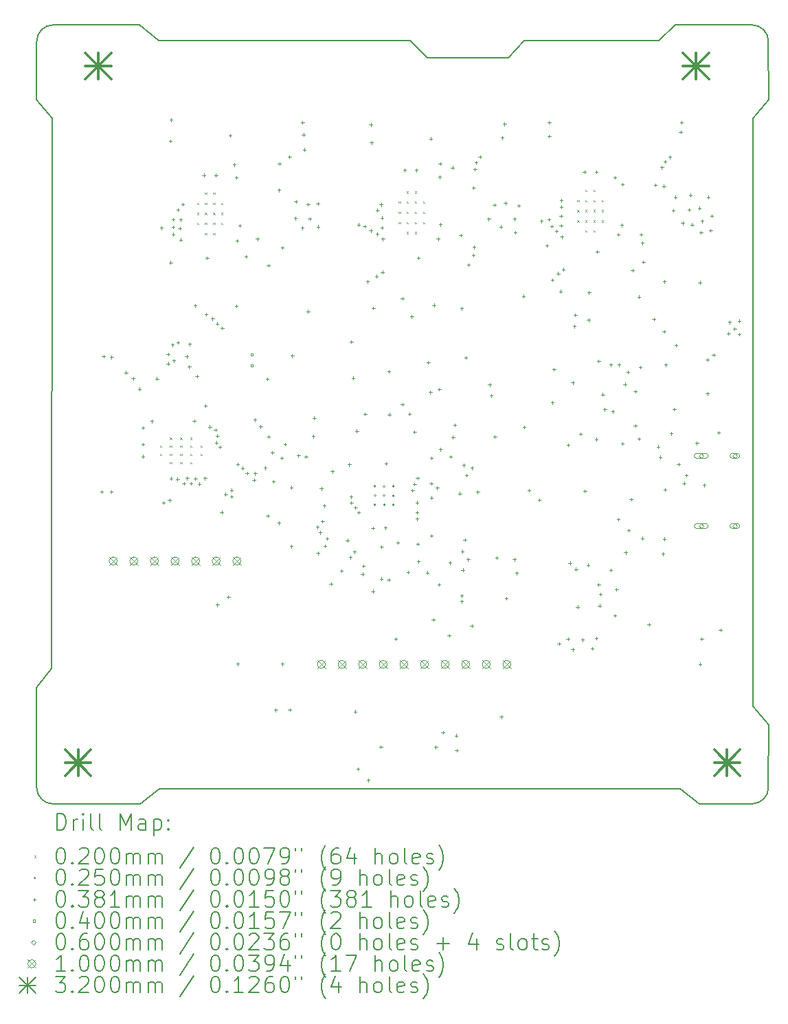
<source format=gbr>
%TF.GenerationSoftware,KiCad,Pcbnew,9.0.1*%
%TF.CreationDate,2025-05-28T21:19:47-07:00*%
%TF.ProjectId,motor_board,6d6f746f-725f-4626-9f61-72642e6b6963,1.1*%
%TF.SameCoordinates,Original*%
%TF.FileFunction,Drillmap*%
%TF.FilePolarity,Positive*%
%FSLAX45Y45*%
G04 Gerber Fmt 4.5, Leading zero omitted, Abs format (unit mm)*
G04 Created by KiCad (PCBNEW 9.0.1) date 2025-05-28 21:19:47*
%MOMM*%
%LPD*%
G01*
G04 APERTURE LIST*
%ADD10C,0.150000*%
%ADD11C,0.200000*%
%ADD12C,0.100000*%
%ADD13C,0.320000*%
G04 APERTURE END LIST*
D10*
X9833610Y-5448910D02*
G75*
G02*
X10033610Y-5248910I200000J0D01*
G01*
X10033610Y-14837410D02*
G75*
G02*
X9833610Y-14637410I0J200000D01*
G01*
X18850610Y-14637410D02*
G75*
G02*
X18650610Y-14837410I-200000J0D01*
G01*
X11100160Y-5249020D02*
X10033610Y-5248910D01*
X18650610Y-5248910D02*
G75*
G02*
X18850610Y-5448910I0J-200000D01*
G01*
X9830020Y-13404840D02*
X9833610Y-14637410D01*
X11343640Y-14650720D02*
X11109960Y-14838680D01*
X18850610Y-5448910D02*
X18851880Y-6167120D01*
X18851880Y-13868400D02*
X18850610Y-14637410D01*
X18650610Y-14837410D02*
X17998440Y-14837410D01*
X11109960Y-14838680D02*
X10033610Y-14837410D01*
X14650000Y-5650000D02*
X15650000Y-5650000D01*
X10017980Y-13171160D02*
X10023000Y-6400800D01*
X17500000Y-5438980D02*
X17700000Y-5248910D01*
X14434997Y-5437986D02*
X14650000Y-5650000D01*
X17762830Y-14650720D02*
X11343640Y-14650720D01*
X9833610Y-5448910D02*
X9833020Y-6167120D01*
X10023000Y-6400800D02*
X9833020Y-6167120D01*
X15650000Y-5650000D02*
X15840001Y-5438442D01*
X18658840Y-13634720D02*
X18851880Y-13868400D01*
X18663920Y-6400800D02*
X18851880Y-6167120D01*
X11333840Y-5436980D02*
X14434997Y-5437986D01*
X10017980Y-13171160D02*
X9830020Y-13404840D01*
X11333840Y-5436980D02*
X11100160Y-5249020D01*
X18663920Y-6400800D02*
X18658840Y-13634720D01*
X17762830Y-14650720D02*
X17998440Y-14837410D01*
X18650610Y-5248910D02*
X17700000Y-5248910D01*
X15840001Y-5438442D02*
X17500000Y-5438980D01*
D11*
D12*
X11351664Y-10428336D02*
X11371664Y-10448336D01*
X11371664Y-10428336D02*
X11351664Y-10448336D01*
X11351664Y-10528336D02*
X11371664Y-10548336D01*
X11371664Y-10528336D02*
X11351664Y-10548336D01*
X11476664Y-10328336D02*
X11496664Y-10348336D01*
X11496664Y-10328336D02*
X11476664Y-10348336D01*
X11476664Y-10428336D02*
X11496664Y-10448336D01*
X11496664Y-10428336D02*
X11476664Y-10448336D01*
X11476664Y-10528336D02*
X11496664Y-10548336D01*
X11496664Y-10528336D02*
X11476664Y-10548336D01*
X11476664Y-10628336D02*
X11496664Y-10648336D01*
X11496664Y-10628336D02*
X11476664Y-10648336D01*
X11601664Y-10328336D02*
X11621664Y-10348336D01*
X11621664Y-10328336D02*
X11601664Y-10348336D01*
X11601664Y-10428336D02*
X11621664Y-10448336D01*
X11621664Y-10428336D02*
X11601664Y-10448336D01*
X11601664Y-10528336D02*
X11621664Y-10548336D01*
X11621664Y-10528336D02*
X11601664Y-10548336D01*
X11601664Y-10628336D02*
X11621664Y-10648336D01*
X11621664Y-10628336D02*
X11601664Y-10648336D01*
X11726664Y-10328336D02*
X11746664Y-10348336D01*
X11746664Y-10328336D02*
X11726664Y-10348336D01*
X11726664Y-10428336D02*
X11746664Y-10448336D01*
X11746664Y-10428336D02*
X11726664Y-10448336D01*
X11726664Y-10528336D02*
X11746664Y-10548336D01*
X11746664Y-10528336D02*
X11726664Y-10548336D01*
X11726664Y-10628336D02*
X11746664Y-10648336D01*
X11746664Y-10628336D02*
X11726664Y-10648336D01*
X11807213Y-7435193D02*
X11827213Y-7455193D01*
X11827213Y-7435193D02*
X11807213Y-7455193D01*
X11807213Y-7560193D02*
X11827213Y-7580193D01*
X11827213Y-7560193D02*
X11807213Y-7580193D01*
X11807213Y-7685193D02*
X11827213Y-7705193D01*
X11827213Y-7685193D02*
X11807213Y-7705193D01*
X11851664Y-10428336D02*
X11871664Y-10448336D01*
X11871664Y-10428336D02*
X11851664Y-10448336D01*
X11851664Y-10528336D02*
X11871664Y-10548336D01*
X11871664Y-10528336D02*
X11851664Y-10548336D01*
X11907213Y-7310193D02*
X11927213Y-7330193D01*
X11927213Y-7310193D02*
X11907213Y-7330193D01*
X11907213Y-7435193D02*
X11927213Y-7455193D01*
X11927213Y-7435193D02*
X11907213Y-7455193D01*
X11907213Y-7560193D02*
X11927213Y-7580193D01*
X11927213Y-7560193D02*
X11907213Y-7580193D01*
X11907213Y-7685193D02*
X11927213Y-7705193D01*
X11927213Y-7685193D02*
X11907213Y-7705193D01*
X11907213Y-7810193D02*
X11927213Y-7830193D01*
X11927213Y-7810193D02*
X11907213Y-7830193D01*
X12007213Y-7310193D02*
X12027213Y-7330193D01*
X12027213Y-7310193D02*
X12007213Y-7330193D01*
X12007213Y-7435193D02*
X12027213Y-7455193D01*
X12027213Y-7435193D02*
X12007213Y-7455193D01*
X12007213Y-7560193D02*
X12027213Y-7580193D01*
X12027213Y-7560193D02*
X12007213Y-7580193D01*
X12007213Y-7685193D02*
X12027213Y-7705193D01*
X12027213Y-7685193D02*
X12007213Y-7705193D01*
X12007213Y-7810193D02*
X12027213Y-7830193D01*
X12027213Y-7810193D02*
X12007213Y-7830193D01*
X12107213Y-7435193D02*
X12127213Y-7455193D01*
X12127213Y-7435193D02*
X12107213Y-7455193D01*
X12107213Y-7560193D02*
X12127213Y-7580193D01*
X12127213Y-7560193D02*
X12107213Y-7580193D01*
X12107213Y-7685193D02*
X12127213Y-7705193D01*
X12127213Y-7685193D02*
X12107213Y-7705193D01*
X14294713Y-7422693D02*
X14314713Y-7442693D01*
X14314713Y-7422693D02*
X14294713Y-7442693D01*
X14294713Y-7547693D02*
X14314713Y-7567693D01*
X14314713Y-7547693D02*
X14294713Y-7567693D01*
X14294713Y-7672693D02*
X14314713Y-7692693D01*
X14314713Y-7672693D02*
X14294713Y-7692693D01*
X14394713Y-7297693D02*
X14414713Y-7317693D01*
X14414713Y-7297693D02*
X14394713Y-7317693D01*
X14394713Y-7422693D02*
X14414713Y-7442693D01*
X14414713Y-7422693D02*
X14394713Y-7442693D01*
X14394713Y-7547693D02*
X14414713Y-7567693D01*
X14414713Y-7547693D02*
X14394713Y-7567693D01*
X14394713Y-7672693D02*
X14414713Y-7692693D01*
X14414713Y-7672693D02*
X14394713Y-7692693D01*
X14394713Y-7797693D02*
X14414713Y-7817693D01*
X14414713Y-7797693D02*
X14394713Y-7817693D01*
X14494713Y-7297693D02*
X14514713Y-7317693D01*
X14514713Y-7297693D02*
X14494713Y-7317693D01*
X14494713Y-7422693D02*
X14514713Y-7442693D01*
X14514713Y-7422693D02*
X14494713Y-7442693D01*
X14494713Y-7547693D02*
X14514713Y-7567693D01*
X14514713Y-7547693D02*
X14494713Y-7567693D01*
X14494713Y-7672693D02*
X14514713Y-7692693D01*
X14514713Y-7672693D02*
X14494713Y-7692693D01*
X14494713Y-7797693D02*
X14514713Y-7817693D01*
X14514713Y-7797693D02*
X14494713Y-7817693D01*
X14594713Y-7422693D02*
X14614713Y-7442693D01*
X14614713Y-7422693D02*
X14594713Y-7442693D01*
X14594713Y-7547693D02*
X14614713Y-7567693D01*
X14614713Y-7547693D02*
X14594713Y-7567693D01*
X14594713Y-7672693D02*
X14614713Y-7692693D01*
X14614713Y-7672693D02*
X14594713Y-7692693D01*
X16494713Y-7402693D02*
X16514713Y-7422693D01*
X16514713Y-7402693D02*
X16494713Y-7422693D01*
X16494713Y-7527693D02*
X16514713Y-7547693D01*
X16514713Y-7527693D02*
X16494713Y-7547693D01*
X16494713Y-7652693D02*
X16514713Y-7672693D01*
X16514713Y-7652693D02*
X16494713Y-7672693D01*
X16594713Y-7277693D02*
X16614713Y-7297693D01*
X16614713Y-7277693D02*
X16594713Y-7297693D01*
X16594713Y-7402693D02*
X16614713Y-7422693D01*
X16614713Y-7402693D02*
X16594713Y-7422693D01*
X16594713Y-7527693D02*
X16614713Y-7547693D01*
X16614713Y-7527693D02*
X16594713Y-7547693D01*
X16594713Y-7652693D02*
X16614713Y-7672693D01*
X16614713Y-7652693D02*
X16594713Y-7672693D01*
X16594713Y-7777693D02*
X16614713Y-7797693D01*
X16614713Y-7777693D02*
X16594713Y-7797693D01*
X16694713Y-7277693D02*
X16714713Y-7297693D01*
X16714713Y-7277693D02*
X16694713Y-7297693D01*
X16694713Y-7402693D02*
X16714713Y-7422693D01*
X16714713Y-7402693D02*
X16694713Y-7422693D01*
X16694713Y-7527693D02*
X16714713Y-7547693D01*
X16714713Y-7527693D02*
X16694713Y-7547693D01*
X16694713Y-7652693D02*
X16714713Y-7672693D01*
X16714713Y-7652693D02*
X16694713Y-7672693D01*
X16694713Y-7777693D02*
X16714713Y-7797693D01*
X16714713Y-7777693D02*
X16694713Y-7797693D01*
X16794713Y-7402693D02*
X16814713Y-7422693D01*
X16814713Y-7402693D02*
X16794713Y-7422693D01*
X16794713Y-7527693D02*
X16814713Y-7547693D01*
X16814713Y-7527693D02*
X16794713Y-7547693D01*
X16794713Y-7652693D02*
X16814713Y-7672693D01*
X16814713Y-7652693D02*
X16794713Y-7672693D01*
X14013577Y-10929057D02*
G75*
G02*
X13988577Y-10929057I-12500J0D01*
G01*
X13988577Y-10929057D02*
G75*
G02*
X14013577Y-10929057I12500J0D01*
G01*
X14013577Y-11042390D02*
G75*
G02*
X13988577Y-11042390I-12500J0D01*
G01*
X13988577Y-11042390D02*
G75*
G02*
X14013577Y-11042390I12500J0D01*
G01*
X14013577Y-11155723D02*
G75*
G02*
X13988577Y-11155723I-12500J0D01*
G01*
X13988577Y-11155723D02*
G75*
G02*
X14013577Y-11155723I12500J0D01*
G01*
X14126910Y-10929057D02*
G75*
G02*
X14101910Y-10929057I-12500J0D01*
G01*
X14101910Y-10929057D02*
G75*
G02*
X14126910Y-10929057I12500J0D01*
G01*
X14126910Y-11042390D02*
G75*
G02*
X14101910Y-11042390I-12500J0D01*
G01*
X14101910Y-11042390D02*
G75*
G02*
X14126910Y-11042390I12500J0D01*
G01*
X14126910Y-11155723D02*
G75*
G02*
X14101910Y-11155723I-12500J0D01*
G01*
X14101910Y-11155723D02*
G75*
G02*
X14126910Y-11155723I12500J0D01*
G01*
X14240243Y-10929057D02*
G75*
G02*
X14215243Y-10929057I-12500J0D01*
G01*
X14215243Y-10929057D02*
G75*
G02*
X14240243Y-10929057I12500J0D01*
G01*
X14240243Y-11042390D02*
G75*
G02*
X14215243Y-11042390I-12500J0D01*
G01*
X14215243Y-11042390D02*
G75*
G02*
X14240243Y-11042390I12500J0D01*
G01*
X14240243Y-11155723D02*
G75*
G02*
X14215243Y-11155723I-12500J0D01*
G01*
X14215243Y-11155723D02*
G75*
G02*
X14240243Y-11155723I12500J0D01*
G01*
X10632498Y-10977181D02*
X10632498Y-11015281D01*
X10613448Y-10996231D02*
X10651548Y-10996231D01*
X10656361Y-9309590D02*
X10656361Y-9347690D01*
X10637311Y-9328640D02*
X10675411Y-9328640D01*
X10752498Y-10977181D02*
X10752498Y-11015281D01*
X10733448Y-10996231D02*
X10771548Y-10996231D01*
X10756361Y-9319590D02*
X10756361Y-9357690D01*
X10737311Y-9338640D02*
X10775411Y-9338640D01*
X10933497Y-9507181D02*
X10933497Y-9545281D01*
X10914447Y-9526231D02*
X10952547Y-9526231D01*
X11020014Y-9582181D02*
X11020014Y-9620281D01*
X11000964Y-9601231D02*
X11039064Y-9601231D01*
X11098215Y-9711899D02*
X11098215Y-9749999D01*
X11079165Y-9730949D02*
X11117265Y-9730949D01*
X11142498Y-10187181D02*
X11142498Y-10225281D01*
X11123448Y-10206231D02*
X11161548Y-10206231D01*
X11142742Y-10391878D02*
X11142742Y-10429978D01*
X11123692Y-10410928D02*
X11161792Y-10410928D01*
X11144252Y-10541878D02*
X11144252Y-10579978D01*
X11125202Y-10560928D02*
X11163302Y-10560928D01*
X11252498Y-10107181D02*
X11252498Y-10145281D01*
X11233448Y-10126231D02*
X11271548Y-10126231D01*
X11315408Y-9584681D02*
X11315408Y-9622781D01*
X11296358Y-9603731D02*
X11334458Y-9603731D01*
X11369410Y-7728340D02*
X11369410Y-7766440D01*
X11350360Y-7747390D02*
X11388460Y-7747390D01*
X11396360Y-11109590D02*
X11396360Y-11147690D01*
X11377310Y-11128640D02*
X11415410Y-11128640D01*
X11452072Y-9282128D02*
X11452072Y-9320228D01*
X11433022Y-9301178D02*
X11471122Y-9301178D01*
X11452359Y-9397541D02*
X11452359Y-9435641D01*
X11433309Y-9416591D02*
X11471409Y-9416591D01*
X11470000Y-11080950D02*
X11470000Y-11119050D01*
X11450950Y-11100000D02*
X11489050Y-11100000D01*
X11479410Y-6658340D02*
X11479410Y-6696440D01*
X11460360Y-6677390D02*
X11498460Y-6677390D01*
X11484713Y-8153643D02*
X11484713Y-8191743D01*
X11465663Y-8172693D02*
X11503763Y-8172693D01*
X11489410Y-6398340D02*
X11489410Y-6436440D01*
X11470360Y-6417390D02*
X11508460Y-6417390D01*
X11490997Y-10812633D02*
X11490997Y-10850733D01*
X11471947Y-10831683D02*
X11510047Y-10831683D01*
X11504859Y-9167541D02*
X11504859Y-9205641D01*
X11485809Y-9186591D02*
X11523909Y-9186591D01*
X11513730Y-7621115D02*
X11513730Y-7659215D01*
X11494680Y-7640165D02*
X11532780Y-7640165D01*
X11513730Y-7714380D02*
X11513730Y-7752480D01*
X11494680Y-7733430D02*
X11532780Y-7733430D01*
X11513730Y-7806691D02*
X11513730Y-7844791D01*
X11494680Y-7825741D02*
X11532780Y-7825741D01*
X11522072Y-9362128D02*
X11522072Y-9400228D01*
X11503022Y-9381178D02*
X11541122Y-9381178D01*
X11568497Y-10820133D02*
X11568497Y-10858233D01*
X11549447Y-10839183D02*
X11587547Y-10839183D01*
X11572072Y-9139628D02*
X11572072Y-9177728D01*
X11553022Y-9158678D02*
X11591122Y-9158678D01*
X11574713Y-7503643D02*
X11574713Y-7541743D01*
X11555663Y-7522693D02*
X11593763Y-7522693D01*
X11597365Y-7733643D02*
X11597365Y-7771743D01*
X11578315Y-7752693D02*
X11616415Y-7752693D01*
X11606018Y-7625186D02*
X11606018Y-7663286D01*
X11586968Y-7644236D02*
X11625068Y-7644236D01*
X11607365Y-7873643D02*
X11607365Y-7911743D01*
X11588315Y-7892693D02*
X11626415Y-7892693D01*
X11632397Y-7435960D02*
X11632397Y-7474060D01*
X11613347Y-7455010D02*
X11651447Y-7455010D01*
X11647359Y-10875041D02*
X11647359Y-10913141D01*
X11628309Y-10894091D02*
X11666409Y-10894091D01*
X11680000Y-9310950D02*
X11680000Y-9349050D01*
X11660950Y-9330000D02*
X11699050Y-9330000D01*
X11687359Y-10810041D02*
X11687359Y-10848141D01*
X11668309Y-10829091D02*
X11706409Y-10829091D01*
X11713637Y-9438541D02*
X11713637Y-9476641D01*
X11694587Y-9457591D02*
X11732687Y-9457591D01*
X11720000Y-9159628D02*
X11720000Y-9197728D01*
X11700950Y-9178678D02*
X11739050Y-9178678D01*
X11735997Y-10872633D02*
X11735997Y-10910733D01*
X11716947Y-10891683D02*
X11755047Y-10891683D01*
X11774974Y-10102427D02*
X11774974Y-10140527D01*
X11755924Y-10121477D02*
X11794024Y-10121477D01*
X11784713Y-8683643D02*
X11784713Y-8721743D01*
X11765663Y-8702693D02*
X11803763Y-8702693D01*
X11789859Y-10815041D02*
X11789859Y-10853141D01*
X11770809Y-10834091D02*
X11808909Y-10834091D01*
X11807211Y-9554268D02*
X11807211Y-9592368D01*
X11788161Y-9573318D02*
X11826261Y-9573318D01*
X11836954Y-10879175D02*
X11836954Y-10917275D01*
X11817904Y-10898225D02*
X11856004Y-10898225D01*
X11892213Y-7078037D02*
X11892213Y-7116137D01*
X11873163Y-7097087D02*
X11911263Y-7097087D01*
X11908497Y-10810133D02*
X11908497Y-10848233D01*
X11889447Y-10829183D02*
X11927547Y-10829183D01*
X11913497Y-9917633D02*
X11913497Y-9955733D01*
X11894447Y-9936683D02*
X11932547Y-9936683D01*
X11922213Y-8791143D02*
X11922213Y-8829243D01*
X11903163Y-8810193D02*
X11941263Y-8810193D01*
X11932213Y-8096143D02*
X11932213Y-8134243D01*
X11913163Y-8115193D02*
X11951263Y-8115193D01*
X11965997Y-10177633D02*
X11965997Y-10215733D01*
X11946947Y-10196683D02*
X11985047Y-10196683D01*
X11999713Y-8846143D02*
X11999713Y-8884243D01*
X11980663Y-8865193D02*
X12018763Y-8865193D01*
X12037650Y-10212333D02*
X12037650Y-10250433D01*
X12018600Y-10231383D02*
X12056700Y-10231383D01*
X12042213Y-7078946D02*
X12042213Y-7117046D01*
X12023163Y-7097996D02*
X12061263Y-7097996D01*
X12047049Y-10371732D02*
X12047049Y-10409832D01*
X12027999Y-10390782D02*
X12066099Y-10390782D01*
X12054713Y-8906143D02*
X12054713Y-8944243D01*
X12035663Y-8925193D02*
X12073763Y-8925193D01*
X12059384Y-10286565D02*
X12059384Y-10324665D01*
X12040334Y-10305615D02*
X12078434Y-10305615D01*
X12059410Y-12368340D02*
X12059410Y-12406440D01*
X12040360Y-12387390D02*
X12078460Y-12387390D01*
X12092498Y-10427181D02*
X12092498Y-10465281D01*
X12073448Y-10446231D02*
X12111548Y-10446231D01*
X12112498Y-11227181D02*
X12112498Y-11265281D01*
X12093448Y-11246231D02*
X12131548Y-11246231D01*
X12119713Y-8961143D02*
X12119713Y-8999243D01*
X12100663Y-8980193D02*
X12138763Y-8980193D01*
X12162498Y-11007181D02*
X12162498Y-11045281D01*
X12143448Y-11026231D02*
X12181548Y-11026231D01*
X12194697Y-12271253D02*
X12194697Y-12309353D01*
X12175647Y-12290303D02*
X12213747Y-12290303D01*
X12219410Y-6588340D02*
X12219410Y-6626440D01*
X12200360Y-6607390D02*
X12238460Y-6607390D01*
X12232498Y-11037181D02*
X12232498Y-11075281D01*
X12213448Y-11056231D02*
X12251548Y-11056231D01*
X12234998Y-10954681D02*
X12234998Y-10992781D01*
X12215948Y-10973731D02*
X12254048Y-10973731D01*
X12269410Y-6948340D02*
X12269410Y-6986440D01*
X12250360Y-6967390D02*
X12288460Y-6967390D01*
X12292213Y-7105840D02*
X12292213Y-7143940D01*
X12273163Y-7124890D02*
X12311263Y-7124890D01*
X12294713Y-8691143D02*
X12294713Y-8729243D01*
X12275663Y-8710193D02*
X12313763Y-8710193D01*
X12302213Y-7886143D02*
X12302213Y-7924243D01*
X12283163Y-7905193D02*
X12321263Y-7905193D01*
X12310000Y-10637746D02*
X12310000Y-10675846D01*
X12290950Y-10656796D02*
X12329050Y-10656796D01*
X12310000Y-13095090D02*
X12310000Y-13133190D01*
X12290950Y-13114140D02*
X12329050Y-13114140D01*
X12334713Y-7701143D02*
X12334713Y-7739243D01*
X12315663Y-7720193D02*
X12353763Y-7720193D01*
X12370403Y-10685079D02*
X12370403Y-10723179D01*
X12351353Y-10704129D02*
X12389453Y-10704129D01*
X12412213Y-8078643D02*
X12412213Y-8116743D01*
X12393163Y-8097693D02*
X12431263Y-8097693D01*
X12426360Y-10745999D02*
X12426360Y-10784099D01*
X12407310Y-10765049D02*
X12445410Y-10765049D01*
X12511360Y-10832090D02*
X12511360Y-10870190D01*
X12492310Y-10851140D02*
X12530410Y-10851140D01*
X12521360Y-10089590D02*
X12521360Y-10127690D01*
X12502310Y-10108640D02*
X12540410Y-10108640D01*
X12526360Y-10749590D02*
X12526360Y-10787690D01*
X12507310Y-10768640D02*
X12545410Y-10768640D01*
X12552213Y-7863643D02*
X12552213Y-7901743D01*
X12533163Y-7882693D02*
X12571263Y-7882693D01*
X12593860Y-10174590D02*
X12593860Y-10212690D01*
X12574810Y-10193640D02*
X12612910Y-10193640D01*
X12649417Y-10682345D02*
X12649417Y-10720445D01*
X12630367Y-10701395D02*
X12668467Y-10701395D01*
X12674410Y-9588340D02*
X12674410Y-9626440D01*
X12655360Y-9607390D02*
X12693460Y-9607390D01*
X12680000Y-11270950D02*
X12680000Y-11309050D01*
X12660950Y-11290000D02*
X12699050Y-11290000D01*
X12689410Y-8188340D02*
X12689410Y-8226440D01*
X12670360Y-8207390D02*
X12708460Y-8207390D01*
X12693860Y-10299590D02*
X12693860Y-10337690D01*
X12674810Y-10318640D02*
X12712910Y-10318640D01*
X12738195Y-10491705D02*
X12738195Y-10529805D01*
X12719145Y-10510755D02*
X12757245Y-10510755D01*
X12751664Y-10849286D02*
X12751664Y-10887386D01*
X12732614Y-10868336D02*
X12770714Y-10868336D01*
X12779042Y-13662950D02*
X12779042Y-13701050D01*
X12759992Y-13682000D02*
X12798092Y-13682000D01*
X12819713Y-7261143D02*
X12819713Y-7299243D01*
X12800663Y-7280193D02*
X12838763Y-7280193D01*
X12820000Y-11359992D02*
X12820000Y-11398092D01*
X12800950Y-11379042D02*
X12839050Y-11379042D01*
X12824713Y-6936143D02*
X12824713Y-6974243D01*
X12805663Y-6955193D02*
X12843763Y-6955193D01*
X12854410Y-10560840D02*
X12854410Y-10598940D01*
X12835360Y-10579890D02*
X12873460Y-10579890D01*
X12859410Y-7968340D02*
X12859410Y-8006440D01*
X12840360Y-7987390D02*
X12878460Y-7987390D01*
X12862157Y-13094790D02*
X12862157Y-13132890D01*
X12843107Y-13113840D02*
X12881207Y-13113840D01*
X12895000Y-10391498D02*
X12895000Y-10429598D01*
X12875950Y-10410548D02*
X12914050Y-10410548D01*
X12949713Y-6852081D02*
X12949713Y-6890181D01*
X12930663Y-6871131D02*
X12968763Y-6871131D01*
X12950000Y-13660950D02*
X12950000Y-13699050D01*
X12930950Y-13680000D02*
X12969050Y-13680000D01*
X12969410Y-11648340D02*
X12969410Y-11686440D01*
X12950360Y-11667390D02*
X12988460Y-11667390D01*
X12970000Y-10920950D02*
X12970000Y-10959050D01*
X12950950Y-10940000D02*
X12989050Y-10940000D01*
X12981910Y-9303340D02*
X12981910Y-9341440D01*
X12962860Y-9322390D02*
X13000960Y-9322390D01*
X13022213Y-7608643D02*
X13022213Y-7646743D01*
X13003163Y-7627693D02*
X13041263Y-7627693D01*
X13027213Y-7403643D02*
X13027213Y-7441743D01*
X13008163Y-7422693D02*
X13046263Y-7422693D01*
X13060000Y-10530950D02*
X13060000Y-10569050D01*
X13040950Y-10550000D02*
X13079050Y-10550000D01*
X13107213Y-7728643D02*
X13107213Y-7766743D01*
X13088163Y-7747693D02*
X13126263Y-7747693D01*
X13109410Y-6428340D02*
X13109410Y-6466440D01*
X13090360Y-6447390D02*
X13128460Y-6447390D01*
X13119410Y-6578340D02*
X13119410Y-6616440D01*
X13100360Y-6597390D02*
X13138460Y-6597390D01*
X13134133Y-6765563D02*
X13134133Y-6803663D01*
X13115083Y-6784613D02*
X13153183Y-6784613D01*
X13151910Y-10545840D02*
X13151910Y-10583940D01*
X13132860Y-10564890D02*
X13170960Y-10564890D01*
X13177213Y-7438643D02*
X13177213Y-7476743D01*
X13158163Y-7457693D02*
X13196263Y-7457693D01*
X13177213Y-8753643D02*
X13177213Y-8791743D01*
X13158163Y-8772693D02*
X13196263Y-8772693D01*
X13197213Y-7613643D02*
X13197213Y-7651743D01*
X13178163Y-7632693D02*
X13216263Y-7632693D01*
X13241910Y-10293340D02*
X13241910Y-10331440D01*
X13222860Y-10312390D02*
X13260960Y-10312390D01*
X13254410Y-10065840D02*
X13254410Y-10103940D01*
X13235360Y-10084890D02*
X13273460Y-10084890D01*
X13295000Y-11410950D02*
X13295000Y-11449050D01*
X13275950Y-11430000D02*
X13314050Y-11430000D01*
X13297213Y-7428643D02*
X13297213Y-7466743D01*
X13278163Y-7447693D02*
X13316263Y-7447693D01*
X13297942Y-11731872D02*
X13297942Y-11769972D01*
X13278892Y-11750922D02*
X13316992Y-11750922D01*
X13302213Y-7713643D02*
X13302213Y-7751743D01*
X13283163Y-7732693D02*
X13321263Y-7732693D01*
X13327368Y-11478318D02*
X13327368Y-11516418D01*
X13308318Y-11497368D02*
X13346418Y-11497368D01*
X13340660Y-10937090D02*
X13340660Y-10975190D01*
X13321610Y-10956140D02*
X13359710Y-10956140D01*
X13355000Y-11340950D02*
X13355000Y-11379050D01*
X13335950Y-11360000D02*
X13374050Y-11360000D01*
X13379410Y-11148340D02*
X13379410Y-11186440D01*
X13360360Y-11167390D02*
X13398460Y-11167390D01*
X13385442Y-11644372D02*
X13385442Y-11682472D01*
X13366392Y-11663422D02*
X13404492Y-11663422D01*
X13411910Y-11553340D02*
X13411910Y-11591440D01*
X13392860Y-11572390D02*
X13430960Y-11572390D01*
X13459410Y-12108340D02*
X13459410Y-12146440D01*
X13440360Y-12127390D02*
X13478460Y-12127390D01*
X13475000Y-10725950D02*
X13475000Y-10764050D01*
X13455950Y-10745000D02*
X13494050Y-10745000D01*
X13589410Y-11948340D02*
X13589410Y-11986440D01*
X13570360Y-11967390D02*
X13608460Y-11967390D01*
X13663105Y-11574645D02*
X13663105Y-11612745D01*
X13644055Y-11593695D02*
X13682155Y-11593695D01*
X13685000Y-10640950D02*
X13685000Y-10679050D01*
X13665950Y-10660000D02*
X13704050Y-10660000D01*
X13701126Y-11783549D02*
X13701126Y-11821649D01*
X13682076Y-11802599D02*
X13720176Y-11802599D01*
X13709410Y-11038340D02*
X13709410Y-11076440D01*
X13690360Y-11057390D02*
X13728460Y-11057390D01*
X13710000Y-11112383D02*
X13710000Y-11150483D01*
X13690950Y-11131433D02*
X13729050Y-11131433D01*
X13711910Y-9130840D02*
X13711910Y-9168940D01*
X13692860Y-9149890D02*
X13730960Y-9149890D01*
X13731910Y-9575840D02*
X13731910Y-9613940D01*
X13712860Y-9594890D02*
X13750960Y-9594890D01*
X13752083Y-11715950D02*
X13752083Y-11754050D01*
X13733033Y-11735000D02*
X13771133Y-11735000D01*
X13759810Y-13682140D02*
X13759810Y-13720240D01*
X13740760Y-13701190D02*
X13778860Y-13701190D01*
X13761032Y-11169918D02*
X13761032Y-11208018D01*
X13741982Y-11188968D02*
X13780082Y-11188968D01*
X13779410Y-10228340D02*
X13779410Y-10266440D01*
X13760360Y-10247390D02*
X13798460Y-10247390D01*
X13790410Y-14387340D02*
X13790410Y-14425440D01*
X13771360Y-14406390D02*
X13809460Y-14406390D01*
X13799410Y-7688340D02*
X13799410Y-7726440D01*
X13780360Y-7707390D02*
X13818460Y-7707390D01*
X13801820Y-11230950D02*
X13801820Y-11269050D01*
X13782770Y-11250000D02*
X13820870Y-11250000D01*
X13849410Y-11988340D02*
X13849410Y-12026440D01*
X13830360Y-12007390D02*
X13868460Y-12007390D01*
X13858452Y-11888340D02*
X13858452Y-11926440D01*
X13839402Y-11907390D02*
X13877502Y-11907390D01*
X13874410Y-7708340D02*
X13874410Y-7746440D01*
X13855360Y-7727390D02*
X13893460Y-7727390D01*
X13879410Y-10018340D02*
X13879410Y-10056440D01*
X13860360Y-10037390D02*
X13898460Y-10037390D01*
X13909410Y-8388340D02*
X13909410Y-8426440D01*
X13890360Y-8407390D02*
X13928460Y-8407390D01*
X13921410Y-14526340D02*
X13921410Y-14564440D01*
X13902360Y-14545390D02*
X13940460Y-14545390D01*
X13949410Y-6458340D02*
X13949410Y-6496440D01*
X13930360Y-6477390D02*
X13968460Y-6477390D01*
X13949410Y-7760840D02*
X13949410Y-7798940D01*
X13930360Y-7779890D02*
X13968460Y-7779890D01*
X13959410Y-6678340D02*
X13959410Y-6716440D01*
X13940360Y-6697390D02*
X13978460Y-6697390D01*
X13975000Y-11425950D02*
X13975000Y-11464050D01*
X13955950Y-11445000D02*
X13994050Y-11445000D01*
X13976175Y-12199775D02*
X13976175Y-12237875D01*
X13957125Y-12218825D02*
X13995225Y-12218825D01*
X13981910Y-8713340D02*
X13981910Y-8751440D01*
X13962860Y-8732390D02*
X14000960Y-8732390D01*
X14020000Y-8323340D02*
X14020000Y-8361440D01*
X14000950Y-8342390D02*
X14039050Y-8342390D01*
X14029410Y-7803340D02*
X14029410Y-7841440D01*
X14010360Y-7822390D02*
X14048460Y-7822390D01*
X14031743Y-7510689D02*
X14031743Y-7548789D01*
X14012693Y-7529739D02*
X14050793Y-7529739D01*
X14074410Y-14115840D02*
X14074410Y-14153940D01*
X14055360Y-14134890D02*
X14093460Y-14134890D01*
X14077942Y-7439808D02*
X14077942Y-7477908D01*
X14058892Y-7458858D02*
X14096992Y-7458858D01*
X14079410Y-12048340D02*
X14079410Y-12086440D01*
X14060360Y-12067390D02*
X14098460Y-12067390D01*
X14083452Y-11652673D02*
X14083452Y-11690773D01*
X14064402Y-11671723D02*
X14102502Y-11671723D01*
X14089410Y-7603340D02*
X14089410Y-7641440D01*
X14070360Y-7622390D02*
X14108460Y-7622390D01*
X14089410Y-7723340D02*
X14089410Y-7761440D01*
X14070360Y-7742390D02*
X14108460Y-7742390D01*
X14094410Y-8272382D02*
X14094410Y-8310482D01*
X14075360Y-8291432D02*
X14113460Y-8291432D01*
X14099410Y-7863340D02*
X14099410Y-7901440D01*
X14080360Y-7882390D02*
X14118460Y-7882390D01*
X14129410Y-11418340D02*
X14129410Y-11456440D01*
X14110360Y-11437390D02*
X14148460Y-11437390D01*
X14139410Y-10628340D02*
X14139410Y-10666440D01*
X14120360Y-10647390D02*
X14158460Y-10647390D01*
X14169410Y-12058340D02*
X14169410Y-12096440D01*
X14150360Y-12077390D02*
X14188460Y-12077390D01*
X14174410Y-9493340D02*
X14174410Y-9531440D01*
X14155360Y-9512390D02*
X14193460Y-9512390D01*
X14179410Y-10023340D02*
X14179410Y-10061440D01*
X14160360Y-10042390D02*
X14198460Y-10042390D01*
X14259410Y-12788340D02*
X14259410Y-12826440D01*
X14240360Y-12807390D02*
X14278460Y-12807390D01*
X14282500Y-11600950D02*
X14282500Y-11639050D01*
X14263450Y-11620000D02*
X14301550Y-11620000D01*
X14339410Y-8598340D02*
X14339410Y-8636440D01*
X14320360Y-8617390D02*
X14358460Y-8617390D01*
X14340000Y-9900950D02*
X14340000Y-9939050D01*
X14320950Y-9920000D02*
X14359050Y-9920000D01*
X14366658Y-7017514D02*
X14366658Y-7055614D01*
X14347608Y-7036564D02*
X14385708Y-7036564D01*
X14409410Y-11968340D02*
X14409410Y-12006440D01*
X14390360Y-11987390D02*
X14428460Y-11987390D01*
X14429410Y-10018340D02*
X14429410Y-10056440D01*
X14410360Y-10037390D02*
X14448460Y-10037390D01*
X14455000Y-8820950D02*
X14455000Y-8859050D01*
X14435950Y-8840000D02*
X14474050Y-8840000D01*
X14464410Y-10958340D02*
X14464410Y-10996440D01*
X14445360Y-10977390D02*
X14483460Y-10977390D01*
X14489410Y-10238340D02*
X14489410Y-10276440D01*
X14470360Y-10257390D02*
X14508460Y-10257390D01*
X14489410Y-10883340D02*
X14489410Y-10921440D01*
X14470360Y-10902390D02*
X14508460Y-10902390D01*
X14511658Y-7017514D02*
X14511658Y-7055614D01*
X14492608Y-7036564D02*
X14530708Y-7036564D01*
X14519410Y-11108340D02*
X14519410Y-11146440D01*
X14500360Y-11127390D02*
X14538460Y-11127390D01*
X14519410Y-11228340D02*
X14519410Y-11266440D01*
X14500360Y-11247390D02*
X14538460Y-11247390D01*
X14519410Y-11308340D02*
X14519410Y-11346440D01*
X14500360Y-11327390D02*
X14538460Y-11327390D01*
X14525850Y-10807749D02*
X14525850Y-10845849D01*
X14506800Y-10826799D02*
X14544900Y-10826799D01*
X14529410Y-11618340D02*
X14529410Y-11656440D01*
X14510360Y-11637390D02*
X14548460Y-11637390D01*
X14539410Y-8098340D02*
X14539410Y-8136440D01*
X14520360Y-8117390D02*
X14558460Y-8117390D01*
X14539410Y-11833340D02*
X14539410Y-11871440D01*
X14520360Y-11852390D02*
X14558460Y-11852390D01*
X14646910Y-11970840D02*
X14646910Y-12008940D01*
X14627860Y-11989890D02*
X14665960Y-11989890D01*
X14658400Y-9384350D02*
X14658400Y-9422450D01*
X14639350Y-9403400D02*
X14677450Y-9403400D01*
X14685000Y-9750950D02*
X14685000Y-9789050D01*
X14665950Y-9770000D02*
X14704050Y-9770000D01*
X14689410Y-6628340D02*
X14689410Y-6666440D01*
X14670360Y-6647390D02*
X14708460Y-6647390D01*
X14695207Y-10872543D02*
X14695207Y-10910643D01*
X14676157Y-10891593D02*
X14714257Y-10891593D01*
X14696910Y-11515840D02*
X14696910Y-11553940D01*
X14677860Y-11534890D02*
X14715960Y-11534890D01*
X14698523Y-10563011D02*
X14698523Y-10601111D01*
X14679473Y-10582061D02*
X14717573Y-10582061D01*
X14699410Y-11048340D02*
X14699410Y-11086440D01*
X14680360Y-11067390D02*
X14718460Y-11067390D01*
X14720000Y-12550950D02*
X14720000Y-12589050D01*
X14700950Y-12570000D02*
X14739050Y-12570000D01*
X14729410Y-8678340D02*
X14729410Y-8716440D01*
X14710360Y-8697390D02*
X14748460Y-8697390D01*
X14752410Y-14119340D02*
X14752410Y-14157440D01*
X14733360Y-14138390D02*
X14771460Y-14138390D01*
X14769410Y-10928340D02*
X14769410Y-10966440D01*
X14750360Y-10947390D02*
X14788460Y-10947390D01*
X14779410Y-7863340D02*
X14779410Y-7901440D01*
X14760360Y-7882390D02*
X14798460Y-7882390D01*
X14789410Y-12118340D02*
X14789410Y-12156440D01*
X14770360Y-12137390D02*
X14808460Y-12137390D01*
X14795000Y-9715950D02*
X14795000Y-9754050D01*
X14775950Y-9735000D02*
X14814050Y-9735000D01*
X14801910Y-7100840D02*
X14801910Y-7138940D01*
X14782860Y-7119890D02*
X14820960Y-7119890D01*
X14804410Y-6935840D02*
X14804410Y-6973940D01*
X14785360Y-6954890D02*
X14823460Y-6954890D01*
X14806528Y-7686222D02*
X14806528Y-7724322D01*
X14787478Y-7705272D02*
X14825578Y-7705272D01*
X14808377Y-10453157D02*
X14808377Y-10491257D01*
X14789327Y-10472207D02*
X14827427Y-10472207D01*
X14839410Y-13938340D02*
X14839410Y-13976440D01*
X14820360Y-13957390D02*
X14858460Y-13957390D01*
X14914410Y-12743340D02*
X14914410Y-12781440D01*
X14895360Y-12762390D02*
X14933460Y-12762390D01*
X14926910Y-11850840D02*
X14926910Y-11888940D01*
X14907860Y-11869890D02*
X14945960Y-11869890D01*
X14934410Y-10543340D02*
X14934410Y-10581440D01*
X14915360Y-10562390D02*
X14953460Y-10562390D01*
X14956910Y-6985840D02*
X14956910Y-7023940D01*
X14937860Y-7004890D02*
X14975960Y-7004890D01*
X14964410Y-10303340D02*
X14964410Y-10341440D01*
X14945360Y-10322390D02*
X14983460Y-10322390D01*
X14984410Y-10153340D02*
X14984410Y-10191440D01*
X14965360Y-10172390D02*
X15003460Y-10172390D01*
X15004410Y-13978340D02*
X15004410Y-14016440D01*
X14985360Y-13997390D02*
X15023460Y-13997390D01*
X15009410Y-14158340D02*
X15009410Y-14196440D01*
X14990360Y-14177390D02*
X15028460Y-14177390D01*
X15049410Y-10998340D02*
X15049410Y-11036440D01*
X15030360Y-11017390D02*
X15068460Y-11017390D01*
X15059410Y-7818340D02*
X15059410Y-7856440D01*
X15040360Y-7837390D02*
X15078460Y-7837390D01*
X15069175Y-12257474D02*
X15069175Y-12295574D01*
X15050125Y-12276524D02*
X15088225Y-12276524D01*
X15069410Y-8718340D02*
X15069410Y-8756440D01*
X15050360Y-8737390D02*
X15088460Y-8737390D01*
X15071910Y-12325840D02*
X15071910Y-12363940D01*
X15052860Y-12344890D02*
X15090960Y-12344890D01*
X15079410Y-11708340D02*
X15079410Y-11746440D01*
X15060360Y-11727390D02*
X15098460Y-11727390D01*
X15084410Y-11938340D02*
X15084410Y-11976440D01*
X15065360Y-11957390D02*
X15103460Y-11957390D01*
X15094533Y-10648463D02*
X15094533Y-10686563D01*
X15075483Y-10667513D02*
X15113583Y-10667513D01*
X15109410Y-11568340D02*
X15109410Y-11606440D01*
X15090360Y-11587390D02*
X15128460Y-11587390D01*
X15120000Y-9325950D02*
X15120000Y-9364050D01*
X15100950Y-9345000D02*
X15139050Y-9345000D01*
X15129410Y-10773340D02*
X15129410Y-10811440D01*
X15110360Y-10792390D02*
X15148460Y-10792390D01*
X15149410Y-11808340D02*
X15149410Y-11846440D01*
X15130360Y-11827390D02*
X15168460Y-11827390D01*
X15156910Y-8180840D02*
X15156910Y-8218940D01*
X15137860Y-8199890D02*
X15175960Y-8199890D01*
X15194410Y-12628340D02*
X15194410Y-12666440D01*
X15175360Y-12647390D02*
X15213460Y-12647390D01*
X15199410Y-10683340D02*
X15199410Y-10721440D01*
X15180360Y-10702390D02*
X15218460Y-10702390D01*
X15214410Y-7233340D02*
X15214410Y-7271440D01*
X15195360Y-7252390D02*
X15233460Y-7252390D01*
X15214410Y-8063340D02*
X15214410Y-8101440D01*
X15195360Y-8082390D02*
X15233460Y-8082390D01*
X15221910Y-7965840D02*
X15221910Y-8003940D01*
X15202860Y-7984890D02*
X15240960Y-7984890D01*
X15234410Y-7005840D02*
X15234410Y-7043940D01*
X15215360Y-7024890D02*
X15253460Y-7024890D01*
X15246910Y-6923340D02*
X15246910Y-6961440D01*
X15227860Y-6942390D02*
X15265960Y-6942390D01*
X15269410Y-10978340D02*
X15269410Y-11016440D01*
X15250360Y-10997390D02*
X15288460Y-10997390D01*
X15296910Y-6850840D02*
X15296910Y-6888940D01*
X15277860Y-6869890D02*
X15315960Y-6869890D01*
X15404410Y-7618340D02*
X15404410Y-7656440D01*
X15385360Y-7637390D02*
X15423460Y-7637390D01*
X15414410Y-9658340D02*
X15414410Y-9696440D01*
X15395360Y-9677390D02*
X15433460Y-9677390D01*
X15434410Y-9793340D02*
X15434410Y-9831440D01*
X15415360Y-9812390D02*
X15453460Y-9812390D01*
X15474410Y-7443340D02*
X15474410Y-7481440D01*
X15455360Y-7462390D02*
X15493460Y-7462390D01*
X15479410Y-10298340D02*
X15479410Y-10336440D01*
X15460360Y-10317390D02*
X15498460Y-10317390D01*
X15504410Y-11788340D02*
X15504410Y-11826440D01*
X15485360Y-11807390D02*
X15523460Y-11807390D01*
X15554410Y-7713340D02*
X15554410Y-7751440D01*
X15535360Y-7732390D02*
X15573460Y-7732390D01*
X15559410Y-13748340D02*
X15559410Y-13786440D01*
X15540360Y-13767390D02*
X15578460Y-13767390D01*
X15569410Y-6618340D02*
X15569410Y-6656440D01*
X15550360Y-6637390D02*
X15588460Y-6637390D01*
X15599410Y-6448340D02*
X15599410Y-6486440D01*
X15580360Y-6467390D02*
X15618460Y-6467390D01*
X15609410Y-7423340D02*
X15609410Y-7461440D01*
X15590360Y-7442390D02*
X15628460Y-7442390D01*
X15619410Y-12288340D02*
X15619410Y-12326440D01*
X15600360Y-12307390D02*
X15638460Y-12307390D01*
X15719410Y-11808340D02*
X15719410Y-11846440D01*
X15700360Y-11827390D02*
X15738460Y-11827390D01*
X15724410Y-7618340D02*
X15724410Y-7656440D01*
X15705360Y-7637390D02*
X15743460Y-7637390D01*
X15729410Y-7783340D02*
X15729410Y-7821440D01*
X15710360Y-7802390D02*
X15748460Y-7802390D01*
X15749410Y-11978340D02*
X15749410Y-12016440D01*
X15730360Y-11997390D02*
X15768460Y-11997390D01*
X15774410Y-7453340D02*
X15774410Y-7491440D01*
X15755360Y-7472390D02*
X15793460Y-7472390D01*
X15834410Y-8568340D02*
X15834410Y-8606440D01*
X15815360Y-8587390D02*
X15853460Y-8587390D01*
X15839410Y-10178340D02*
X15839410Y-10216440D01*
X15820360Y-10197390D02*
X15858460Y-10197390D01*
X15899410Y-10958340D02*
X15899410Y-10996440D01*
X15880360Y-10977390D02*
X15918460Y-10977390D01*
X16029410Y-11078340D02*
X16029410Y-11116440D01*
X16010360Y-11097390D02*
X16048460Y-11097390D01*
X16054713Y-7643643D02*
X16054713Y-7681743D01*
X16035663Y-7662693D02*
X16073763Y-7662693D01*
X16119713Y-7943643D02*
X16119713Y-7981743D01*
X16100663Y-7962693D02*
X16138763Y-7962693D01*
X16145261Y-7621548D02*
X16145261Y-7659648D01*
X16126211Y-7640598D02*
X16164311Y-7640598D01*
X16149410Y-6428340D02*
X16149410Y-6466440D01*
X16130360Y-6447390D02*
X16168460Y-6447390D01*
X16149410Y-6598340D02*
X16149410Y-6636440D01*
X16130360Y-6617390D02*
X16168460Y-6617390D01*
X16178756Y-7708643D02*
X16178756Y-7746743D01*
X16159706Y-7727693D02*
X16197806Y-7727693D01*
X16189410Y-9878340D02*
X16189410Y-9916440D01*
X16170360Y-9897390D02*
X16208460Y-9897390D01*
X16189713Y-8368643D02*
X16189713Y-8406743D01*
X16170663Y-8387693D02*
X16208763Y-8387693D01*
X16209410Y-9468340D02*
X16209410Y-9506440D01*
X16190360Y-9487390D02*
X16228460Y-9487390D01*
X16239713Y-7768643D02*
X16239713Y-7806743D01*
X16220663Y-7787693D02*
X16258763Y-7787693D01*
X16259713Y-8288643D02*
X16259713Y-8326743D01*
X16240663Y-8307693D02*
X16278763Y-8307693D01*
X16269410Y-12848340D02*
X16269410Y-12886440D01*
X16250360Y-12867390D02*
X16288460Y-12867390D01*
X16289713Y-8508643D02*
X16289713Y-8546743D01*
X16270663Y-8527693D02*
X16308763Y-8527693D01*
X16294713Y-7578643D02*
X16294713Y-7616743D01*
X16275663Y-7597693D02*
X16313763Y-7597693D01*
X16294713Y-7698643D02*
X16294713Y-7736743D01*
X16275663Y-7717693D02*
X16313763Y-7717693D01*
X16296910Y-7388340D02*
X16296910Y-7426440D01*
X16277860Y-7407390D02*
X16315960Y-7407390D01*
X16297213Y-7472283D02*
X16297213Y-7510383D01*
X16278163Y-7491333D02*
X16316263Y-7491333D01*
X16304713Y-7838643D02*
X16304713Y-7876743D01*
X16285663Y-7857693D02*
X16323763Y-7857693D01*
X16324713Y-8238643D02*
X16324713Y-8276743D01*
X16305663Y-8257693D02*
X16343763Y-8257693D01*
X16379410Y-12788340D02*
X16379410Y-12826440D01*
X16360360Y-12807390D02*
X16398460Y-12807390D01*
X16384410Y-10398340D02*
X16384410Y-10436440D01*
X16365360Y-10417390D02*
X16403460Y-10417390D01*
X16404410Y-11853340D02*
X16404410Y-11891440D01*
X16385360Y-11872390D02*
X16423460Y-11872390D01*
X16439410Y-9633340D02*
X16439410Y-9671440D01*
X16420360Y-9652390D02*
X16458460Y-9652390D01*
X16439410Y-12918340D02*
X16439410Y-12956440D01*
X16420360Y-12937390D02*
X16458460Y-12937390D01*
X16459410Y-8938340D02*
X16459410Y-8976440D01*
X16440360Y-8957390D02*
X16478460Y-8957390D01*
X16471910Y-8798340D02*
X16471910Y-8836440D01*
X16452860Y-8817390D02*
X16490960Y-8817390D01*
X16479410Y-11928340D02*
X16479410Y-11966440D01*
X16460360Y-11947390D02*
X16498460Y-11947390D01*
X16499410Y-12395840D02*
X16499410Y-12433940D01*
X16480360Y-12414890D02*
X16518460Y-12414890D01*
X16534410Y-10263340D02*
X16534410Y-10301440D01*
X16515360Y-10282390D02*
X16553460Y-10282390D01*
X16559410Y-12798340D02*
X16559410Y-12836440D01*
X16540360Y-12817390D02*
X16578460Y-12817390D01*
X16582213Y-7036823D02*
X16582213Y-7074923D01*
X16563163Y-7055873D02*
X16601263Y-7055873D01*
X16589410Y-10968340D02*
X16589410Y-11006440D01*
X16570360Y-10987390D02*
X16608460Y-10987390D01*
X16629410Y-11878340D02*
X16629410Y-11916440D01*
X16610360Y-11897390D02*
X16648460Y-11897390D01*
X16634410Y-8863340D02*
X16634410Y-8901440D01*
X16615360Y-8882390D02*
X16653460Y-8882390D01*
X16639713Y-8523643D02*
X16639713Y-8561743D01*
X16620663Y-8542693D02*
X16658763Y-8542693D01*
X16679410Y-12908340D02*
X16679410Y-12946440D01*
X16660360Y-12927390D02*
X16698460Y-12927390D01*
X16729410Y-12778340D02*
X16729410Y-12816440D01*
X16710360Y-12797390D02*
X16748460Y-12797390D01*
X16729713Y-7036823D02*
X16729713Y-7074923D01*
X16710663Y-7055873D02*
X16748763Y-7055873D01*
X16730878Y-10329808D02*
X16730878Y-10367908D01*
X16711828Y-10348858D02*
X16749928Y-10348858D01*
X16741630Y-8021726D02*
X16741630Y-8059826D01*
X16722580Y-8040776D02*
X16760680Y-8040776D01*
X16759410Y-9368340D02*
X16759410Y-9406440D01*
X16740360Y-9387390D02*
X16778460Y-9387390D01*
X16759410Y-12118340D02*
X16759410Y-12156440D01*
X16740360Y-12137390D02*
X16778460Y-12137390D01*
X16769410Y-12378340D02*
X16769410Y-12416440D01*
X16750360Y-12397390D02*
X16788460Y-12397390D01*
X16779410Y-12238340D02*
X16779410Y-12276440D01*
X16760360Y-12257390D02*
X16798460Y-12257390D01*
X16809410Y-9778340D02*
X16809410Y-9816440D01*
X16790360Y-9797390D02*
X16828460Y-9797390D01*
X16834410Y-9963340D02*
X16834410Y-10001440D01*
X16815360Y-9982390D02*
X16853460Y-9982390D01*
X16909405Y-11942240D02*
X16909405Y-11980340D01*
X16890355Y-11961290D02*
X16928455Y-11961290D01*
X16909410Y-9413340D02*
X16909410Y-9451440D01*
X16890360Y-9432390D02*
X16928460Y-9432390D01*
X16934410Y-9988340D02*
X16934410Y-10026440D01*
X16915360Y-10007390D02*
X16953460Y-10007390D01*
X16957670Y-12501040D02*
X16957670Y-12539140D01*
X16938620Y-12520090D02*
X16976720Y-12520090D01*
X16959713Y-7106143D02*
X16959713Y-7144243D01*
X16940663Y-7125193D02*
X16978763Y-7125193D01*
X16979410Y-12178340D02*
X16979410Y-12216440D01*
X16960360Y-12197390D02*
X16998460Y-12197390D01*
X16999713Y-7808643D02*
X16999713Y-7846743D01*
X16980663Y-7827693D02*
X17018763Y-7827693D01*
X17001910Y-11313340D02*
X17001910Y-11351440D01*
X16982860Y-11332390D02*
X17020960Y-11332390D01*
X17009410Y-9413340D02*
X17009410Y-9451440D01*
X16990360Y-9432390D02*
X17028460Y-9432390D01*
X17044713Y-7693643D02*
X17044713Y-7731743D01*
X17025663Y-7712693D02*
X17063763Y-7712693D01*
X17052213Y-7191143D02*
X17052213Y-7229243D01*
X17033163Y-7210193D02*
X17071263Y-7210193D01*
X17053658Y-10384093D02*
X17053658Y-10422193D01*
X17034608Y-10403143D02*
X17072708Y-10403143D01*
X17083160Y-9652090D02*
X17083160Y-9690190D01*
X17064110Y-9671140D02*
X17102210Y-9671140D01*
X17092171Y-11724951D02*
X17092171Y-11763051D01*
X17073121Y-11744001D02*
X17111221Y-11744001D01*
X17121910Y-9500840D02*
X17121910Y-9538940D01*
X17102860Y-9519890D02*
X17140960Y-9519890D01*
X17130000Y-11450950D02*
X17130000Y-11489050D01*
X17110950Y-11470000D02*
X17149050Y-11470000D01*
X17160000Y-11070950D02*
X17160000Y-11109050D01*
X17140950Y-11090000D02*
X17179050Y-11090000D01*
X17176910Y-8248340D02*
X17176910Y-8286440D01*
X17157860Y-8267390D02*
X17195960Y-8267390D01*
X17209410Y-9738340D02*
X17209410Y-9776440D01*
X17190360Y-9757390D02*
X17228460Y-9757390D01*
X17209410Y-10163340D02*
X17209410Y-10201440D01*
X17190360Y-10182390D02*
X17228460Y-10182390D01*
X17254410Y-10323340D02*
X17254410Y-10361440D01*
X17235360Y-10342390D02*
X17273460Y-10342390D01*
X17256910Y-8575840D02*
X17256910Y-8613940D01*
X17237860Y-8594890D02*
X17275960Y-8594890D01*
X17270368Y-9443142D02*
X17270368Y-9481242D01*
X17251318Y-9462192D02*
X17289418Y-9462192D01*
X17279713Y-7808643D02*
X17279713Y-7846743D01*
X17260663Y-7827693D02*
X17298763Y-7827693D01*
X17299410Y-11548340D02*
X17299410Y-11586440D01*
X17280360Y-11567390D02*
X17318460Y-11567390D01*
X17299713Y-7913643D02*
X17299713Y-7951743D01*
X17280663Y-7932693D02*
X17318763Y-7932693D01*
X17309713Y-8148643D02*
X17309713Y-8186743D01*
X17290663Y-8167693D02*
X17328763Y-8167693D01*
X17379410Y-12608340D02*
X17379410Y-12646440D01*
X17360360Y-12627390D02*
X17398460Y-12627390D01*
X17439410Y-8850840D02*
X17439410Y-8888940D01*
X17420360Y-8869890D02*
X17458460Y-8869890D01*
X17457213Y-7198643D02*
X17457213Y-7236743D01*
X17438163Y-7217693D02*
X17476263Y-7217693D01*
X17494410Y-10423340D02*
X17494410Y-10461440D01*
X17475360Y-10442390D02*
X17513460Y-10442390D01*
X17519410Y-10548340D02*
X17519410Y-10586440D01*
X17500360Y-10567390D02*
X17538460Y-10567390D01*
X17537213Y-6983643D02*
X17537213Y-7021743D01*
X17518163Y-7002693D02*
X17556263Y-7002693D01*
X17550000Y-11740950D02*
X17550000Y-11779050D01*
X17530950Y-11760000D02*
X17569050Y-11760000D01*
X17562213Y-7213643D02*
X17562213Y-7251743D01*
X17543163Y-7232693D02*
X17581263Y-7232693D01*
X17564410Y-9003340D02*
X17564410Y-9041440D01*
X17545360Y-9022390D02*
X17583460Y-9022390D01*
X17569410Y-8388340D02*
X17569410Y-8426440D01*
X17550360Y-8407390D02*
X17588460Y-8407390D01*
X17570000Y-11555950D02*
X17570000Y-11594050D01*
X17550950Y-11575000D02*
X17589050Y-11575000D01*
X17577200Y-10951150D02*
X17577200Y-10989250D01*
X17558150Y-10970200D02*
X17596250Y-10970200D01*
X17577213Y-6913643D02*
X17577213Y-6951743D01*
X17558163Y-6932693D02*
X17596263Y-6932693D01*
X17584410Y-9413340D02*
X17584410Y-9451440D01*
X17565360Y-9432390D02*
X17603460Y-9432390D01*
X17634713Y-6856143D02*
X17634713Y-6894243D01*
X17615663Y-6875193D02*
X17653763Y-6875193D01*
X17654410Y-10258340D02*
X17654410Y-10296440D01*
X17635360Y-10277390D02*
X17673460Y-10277390D01*
X17679713Y-7513643D02*
X17679713Y-7551743D01*
X17660663Y-7532693D02*
X17698763Y-7532693D01*
X17689410Y-9958340D02*
X17689410Y-9996440D01*
X17670360Y-9977390D02*
X17708460Y-9977390D01*
X17704713Y-7348643D02*
X17704713Y-7386743D01*
X17685663Y-7367693D02*
X17723763Y-7367693D01*
X17714410Y-9173340D02*
X17714410Y-9211440D01*
X17695360Y-9192390D02*
X17733460Y-9192390D01*
X17743200Y-10637150D02*
X17743200Y-10675250D01*
X17724150Y-10656200D02*
X17762250Y-10656200D01*
X17769410Y-6548340D02*
X17769410Y-6586440D01*
X17750360Y-6567390D02*
X17788460Y-6567390D01*
X17779410Y-6428340D02*
X17779410Y-6466440D01*
X17760360Y-6447390D02*
X17798460Y-6447390D01*
X17794713Y-7668643D02*
X17794713Y-7706743D01*
X17775663Y-7687693D02*
X17813763Y-7687693D01*
X17810000Y-10870950D02*
X17810000Y-10909050D01*
X17790950Y-10890000D02*
X17829050Y-10890000D01*
X17839000Y-10771950D02*
X17839000Y-10810050D01*
X17819950Y-10791000D02*
X17858050Y-10791000D01*
X17874713Y-7503643D02*
X17874713Y-7541743D01*
X17855663Y-7522693D02*
X17893763Y-7522693D01*
X17889713Y-7323643D02*
X17889713Y-7361743D01*
X17870663Y-7342693D02*
X17908763Y-7342693D01*
X17909713Y-7688643D02*
X17909713Y-7726743D01*
X17890663Y-7707693D02*
X17928763Y-7707693D01*
X17969410Y-10378340D02*
X17969410Y-10416440D01*
X17950360Y-10397390D02*
X17988460Y-10397390D01*
X17999713Y-7483643D02*
X17999713Y-7521743D01*
X17980663Y-7502693D02*
X18018763Y-7502693D01*
X18004713Y-8398643D02*
X18004713Y-8436743D01*
X17985663Y-8417693D02*
X18023763Y-8417693D01*
X18009410Y-13098340D02*
X18009410Y-13136440D01*
X17990360Y-13117390D02*
X18028460Y-13117390D01*
X18019713Y-7783643D02*
X18019713Y-7821743D01*
X18000663Y-7802693D02*
X18038763Y-7802693D01*
X18028070Y-12787000D02*
X18028070Y-12825100D01*
X18009020Y-12806050D02*
X18047120Y-12806050D01*
X18034713Y-7643643D02*
X18034713Y-7681743D01*
X18015663Y-7662693D02*
X18053763Y-7662693D01*
X18061600Y-10894550D02*
X18061600Y-10932650D01*
X18042550Y-10913600D02*
X18080650Y-10913600D01*
X18099410Y-9348340D02*
X18099410Y-9386440D01*
X18080360Y-9367390D02*
X18118460Y-9367390D01*
X18099410Y-9768340D02*
X18099410Y-9806440D01*
X18080360Y-9787390D02*
X18118460Y-9787390D01*
X18109713Y-7348643D02*
X18109713Y-7386743D01*
X18090663Y-7367693D02*
X18128763Y-7367693D01*
X18139713Y-7758643D02*
X18139713Y-7796743D01*
X18120663Y-7777693D02*
X18158763Y-7777693D01*
X18154713Y-7578643D02*
X18154713Y-7616743D01*
X18135663Y-7597693D02*
X18173763Y-7597693D01*
X18175000Y-9290950D02*
X18175000Y-9329050D01*
X18155950Y-9310000D02*
X18194050Y-9310000D01*
X18239410Y-10248340D02*
X18239410Y-10286440D01*
X18220360Y-10267390D02*
X18258460Y-10267390D01*
X18259410Y-12678340D02*
X18259410Y-12716440D01*
X18240360Y-12697390D02*
X18278460Y-12697390D01*
X18359410Y-9028340D02*
X18359410Y-9066440D01*
X18340360Y-9047390D02*
X18378460Y-9047390D01*
X18374410Y-8888340D02*
X18374410Y-8926440D01*
X18355360Y-8907390D02*
X18393460Y-8907390D01*
X18434410Y-8968340D02*
X18434410Y-9006440D01*
X18415360Y-8987390D02*
X18453460Y-8987390D01*
X18489410Y-8873340D02*
X18489410Y-8911440D01*
X18470360Y-8892390D02*
X18508460Y-8892390D01*
X18489410Y-9038340D02*
X18489410Y-9076440D01*
X18470360Y-9057390D02*
X18508460Y-9057390D01*
X12500801Y-9318994D02*
X12500801Y-9290710D01*
X12472516Y-9290710D01*
X12472516Y-9318994D01*
X12500801Y-9318994D01*
X12500801Y-9457984D02*
X12500801Y-9429700D01*
X12472516Y-9429700D01*
X12472516Y-9457984D01*
X12500801Y-9457984D01*
X18023500Y-10583000D02*
X18053500Y-10553000D01*
X18023500Y-10523000D01*
X17993500Y-10553000D01*
X18023500Y-10583000D01*
X17968500Y-10583000D02*
X18078500Y-10583000D01*
X18078500Y-10523000D02*
G75*
G02*
X18078500Y-10583000I0J-30000D01*
G01*
X18078500Y-10523000D02*
X17968500Y-10523000D01*
X17968500Y-10523000D02*
G75*
G03*
X17968500Y-10583000I0J-30000D01*
G01*
X18023500Y-11447000D02*
X18053500Y-11417000D01*
X18023500Y-11387000D01*
X17993500Y-11417000D01*
X18023500Y-11447000D01*
X17968500Y-11447000D02*
X18078500Y-11447000D01*
X18078500Y-11387000D02*
G75*
G02*
X18078500Y-11447000I0J-30000D01*
G01*
X18078500Y-11387000D02*
X17968500Y-11387000D01*
X17968500Y-11387000D02*
G75*
G03*
X17968500Y-11447000I0J-30000D01*
G01*
X18437500Y-10583000D02*
X18467500Y-10553000D01*
X18437500Y-10523000D01*
X18407500Y-10553000D01*
X18437500Y-10583000D01*
X18407500Y-10583000D02*
X18467500Y-10583000D01*
X18467500Y-10523000D02*
G75*
G02*
X18467500Y-10583000I0J-30000D01*
G01*
X18467500Y-10523000D02*
X18407500Y-10523000D01*
X18407500Y-10523000D02*
G75*
G03*
X18407500Y-10583000I0J-30000D01*
G01*
X18437500Y-11447000D02*
X18467500Y-11417000D01*
X18437500Y-11387000D01*
X18407500Y-11417000D01*
X18437500Y-11447000D01*
X18407500Y-11447000D02*
X18467500Y-11447000D01*
X18467500Y-11387000D02*
G75*
G02*
X18467500Y-11447000I0J-30000D01*
G01*
X18467500Y-11387000D02*
X18407500Y-11387000D01*
X18407500Y-11387000D02*
G75*
G03*
X18407500Y-11447000I0J-30000D01*
G01*
X10725664Y-11798336D02*
X10825664Y-11898336D01*
X10825664Y-11798336D02*
X10725664Y-11898336D01*
X10825664Y-11848336D02*
G75*
G02*
X10725664Y-11848336I-50000J0D01*
G01*
X10725664Y-11848336D02*
G75*
G02*
X10825664Y-11848336I50000J0D01*
G01*
X10979664Y-11798336D02*
X11079664Y-11898336D01*
X11079664Y-11798336D02*
X10979664Y-11898336D01*
X11079664Y-11848336D02*
G75*
G02*
X10979664Y-11848336I-50000J0D01*
G01*
X10979664Y-11848336D02*
G75*
G02*
X11079664Y-11848336I50000J0D01*
G01*
X11233664Y-11798336D02*
X11333664Y-11898336D01*
X11333664Y-11798336D02*
X11233664Y-11898336D01*
X11333664Y-11848336D02*
G75*
G02*
X11233664Y-11848336I-50000J0D01*
G01*
X11233664Y-11848336D02*
G75*
G02*
X11333664Y-11848336I50000J0D01*
G01*
X11487664Y-11798336D02*
X11587664Y-11898336D01*
X11587664Y-11798336D02*
X11487664Y-11898336D01*
X11587664Y-11848336D02*
G75*
G02*
X11487664Y-11848336I-50000J0D01*
G01*
X11487664Y-11848336D02*
G75*
G02*
X11587664Y-11848336I50000J0D01*
G01*
X11741664Y-11798336D02*
X11841664Y-11898336D01*
X11841664Y-11798336D02*
X11741664Y-11898336D01*
X11841664Y-11848336D02*
G75*
G02*
X11741664Y-11848336I-50000J0D01*
G01*
X11741664Y-11848336D02*
G75*
G02*
X11841664Y-11848336I50000J0D01*
G01*
X11995664Y-11798336D02*
X12095664Y-11898336D01*
X12095664Y-11798336D02*
X11995664Y-11898336D01*
X12095664Y-11848336D02*
G75*
G02*
X11995664Y-11848336I-50000J0D01*
G01*
X11995664Y-11848336D02*
G75*
G02*
X12095664Y-11848336I50000J0D01*
G01*
X12249664Y-11798336D02*
X12349664Y-11898336D01*
X12349664Y-11798336D02*
X12249664Y-11898336D01*
X12349664Y-11848336D02*
G75*
G02*
X12249664Y-11848336I-50000J0D01*
G01*
X12249664Y-11848336D02*
G75*
G02*
X12349664Y-11848336I50000J0D01*
G01*
X13292200Y-13070000D02*
X13392200Y-13170000D01*
X13392200Y-13070000D02*
X13292200Y-13170000D01*
X13392200Y-13120000D02*
G75*
G02*
X13292200Y-13120000I-50000J0D01*
G01*
X13292200Y-13120000D02*
G75*
G02*
X13392200Y-13120000I50000J0D01*
G01*
X13546200Y-13070000D02*
X13646200Y-13170000D01*
X13646200Y-13070000D02*
X13546200Y-13170000D01*
X13646200Y-13120000D02*
G75*
G02*
X13546200Y-13120000I-50000J0D01*
G01*
X13546200Y-13120000D02*
G75*
G02*
X13646200Y-13120000I50000J0D01*
G01*
X13800200Y-13070000D02*
X13900200Y-13170000D01*
X13900200Y-13070000D02*
X13800200Y-13170000D01*
X13900200Y-13120000D02*
G75*
G02*
X13800200Y-13120000I-50000J0D01*
G01*
X13800200Y-13120000D02*
G75*
G02*
X13900200Y-13120000I50000J0D01*
G01*
X14054200Y-13070000D02*
X14154200Y-13170000D01*
X14154200Y-13070000D02*
X14054200Y-13170000D01*
X14154200Y-13120000D02*
G75*
G02*
X14054200Y-13120000I-50000J0D01*
G01*
X14054200Y-13120000D02*
G75*
G02*
X14154200Y-13120000I50000J0D01*
G01*
X14308200Y-13070000D02*
X14408200Y-13170000D01*
X14408200Y-13070000D02*
X14308200Y-13170000D01*
X14408200Y-13120000D02*
G75*
G02*
X14308200Y-13120000I-50000J0D01*
G01*
X14308200Y-13120000D02*
G75*
G02*
X14408200Y-13120000I50000J0D01*
G01*
X14562200Y-13070000D02*
X14662200Y-13170000D01*
X14662200Y-13070000D02*
X14562200Y-13170000D01*
X14662200Y-13120000D02*
G75*
G02*
X14562200Y-13120000I-50000J0D01*
G01*
X14562200Y-13120000D02*
G75*
G02*
X14662200Y-13120000I50000J0D01*
G01*
X14816200Y-13070000D02*
X14916200Y-13170000D01*
X14916200Y-13070000D02*
X14816200Y-13170000D01*
X14916200Y-13120000D02*
G75*
G02*
X14816200Y-13120000I-50000J0D01*
G01*
X14816200Y-13120000D02*
G75*
G02*
X14916200Y-13120000I50000J0D01*
G01*
X15070200Y-13070000D02*
X15170200Y-13170000D01*
X15170200Y-13070000D02*
X15070200Y-13170000D01*
X15170200Y-13120000D02*
G75*
G02*
X15070200Y-13120000I-50000J0D01*
G01*
X15070200Y-13120000D02*
G75*
G02*
X15170200Y-13120000I50000J0D01*
G01*
X15324200Y-13070000D02*
X15424200Y-13170000D01*
X15424200Y-13070000D02*
X15324200Y-13170000D01*
X15424200Y-13120000D02*
G75*
G02*
X15324200Y-13120000I-50000J0D01*
G01*
X15324200Y-13120000D02*
G75*
G02*
X15424200Y-13120000I50000J0D01*
G01*
X15578200Y-13070000D02*
X15678200Y-13170000D01*
X15678200Y-13070000D02*
X15578200Y-13170000D01*
X15678200Y-13120000D02*
G75*
G02*
X15578200Y-13120000I-50000J0D01*
G01*
X15578200Y-13120000D02*
G75*
G02*
X15678200Y-13120000I50000J0D01*
G01*
D13*
X10182600Y-14169400D02*
X10502600Y-14489400D01*
X10502600Y-14169400D02*
X10182600Y-14489400D01*
X10342600Y-14169400D02*
X10342600Y-14489400D01*
X10182600Y-14329400D02*
X10502600Y-14329400D01*
X10434600Y-5596410D02*
X10754600Y-5916410D01*
X10754600Y-5596410D02*
X10434600Y-5916410D01*
X10594600Y-5596410D02*
X10594600Y-5916410D01*
X10434600Y-5756410D02*
X10754600Y-5756410D01*
X17800600Y-5596400D02*
X18120600Y-5916400D01*
X18120600Y-5596400D02*
X17800600Y-5916400D01*
X17960600Y-5596400D02*
X17960600Y-5916400D01*
X17800600Y-5756400D02*
X18120600Y-5756400D01*
X18182610Y-14169410D02*
X18502610Y-14489410D01*
X18502610Y-14169410D02*
X18182610Y-14489410D01*
X18342610Y-14169410D02*
X18342610Y-14489410D01*
X18182610Y-14329410D02*
X18502610Y-14329410D01*
D11*
X10083297Y-15157664D02*
X10083297Y-14957664D01*
X10083297Y-14957664D02*
X10130916Y-14957664D01*
X10130916Y-14957664D02*
X10159487Y-14967188D01*
X10159487Y-14967188D02*
X10178535Y-14986235D01*
X10178535Y-14986235D02*
X10188059Y-15005283D01*
X10188059Y-15005283D02*
X10197583Y-15043378D01*
X10197583Y-15043378D02*
X10197583Y-15071949D01*
X10197583Y-15071949D02*
X10188059Y-15110045D01*
X10188059Y-15110045D02*
X10178535Y-15129092D01*
X10178535Y-15129092D02*
X10159487Y-15148140D01*
X10159487Y-15148140D02*
X10130916Y-15157664D01*
X10130916Y-15157664D02*
X10083297Y-15157664D01*
X10283297Y-15157664D02*
X10283297Y-15024330D01*
X10283297Y-15062426D02*
X10292821Y-15043378D01*
X10292821Y-15043378D02*
X10302344Y-15033854D01*
X10302344Y-15033854D02*
X10321392Y-15024330D01*
X10321392Y-15024330D02*
X10340440Y-15024330D01*
X10407106Y-15157664D02*
X10407106Y-15024330D01*
X10407106Y-14957664D02*
X10397583Y-14967188D01*
X10397583Y-14967188D02*
X10407106Y-14976711D01*
X10407106Y-14976711D02*
X10416630Y-14967188D01*
X10416630Y-14967188D02*
X10407106Y-14957664D01*
X10407106Y-14957664D02*
X10407106Y-14976711D01*
X10530916Y-15157664D02*
X10511868Y-15148140D01*
X10511868Y-15148140D02*
X10502344Y-15129092D01*
X10502344Y-15129092D02*
X10502344Y-14957664D01*
X10635678Y-15157664D02*
X10616630Y-15148140D01*
X10616630Y-15148140D02*
X10607106Y-15129092D01*
X10607106Y-15129092D02*
X10607106Y-14957664D01*
X10864249Y-15157664D02*
X10864249Y-14957664D01*
X10864249Y-14957664D02*
X10930916Y-15100521D01*
X10930916Y-15100521D02*
X10997583Y-14957664D01*
X10997583Y-14957664D02*
X10997583Y-15157664D01*
X11178535Y-15157664D02*
X11178535Y-15052902D01*
X11178535Y-15052902D02*
X11169011Y-15033854D01*
X11169011Y-15033854D02*
X11149964Y-15024330D01*
X11149964Y-15024330D02*
X11111868Y-15024330D01*
X11111868Y-15024330D02*
X11092821Y-15033854D01*
X11178535Y-15148140D02*
X11159487Y-15157664D01*
X11159487Y-15157664D02*
X11111868Y-15157664D01*
X11111868Y-15157664D02*
X11092821Y-15148140D01*
X11092821Y-15148140D02*
X11083297Y-15129092D01*
X11083297Y-15129092D02*
X11083297Y-15110045D01*
X11083297Y-15110045D02*
X11092821Y-15090997D01*
X11092821Y-15090997D02*
X11111868Y-15081473D01*
X11111868Y-15081473D02*
X11159487Y-15081473D01*
X11159487Y-15081473D02*
X11178535Y-15071949D01*
X11273773Y-15024330D02*
X11273773Y-15224330D01*
X11273773Y-15033854D02*
X11292821Y-15024330D01*
X11292821Y-15024330D02*
X11330916Y-15024330D01*
X11330916Y-15024330D02*
X11349963Y-15033854D01*
X11349963Y-15033854D02*
X11359487Y-15043378D01*
X11359487Y-15043378D02*
X11369011Y-15062426D01*
X11369011Y-15062426D02*
X11369011Y-15119568D01*
X11369011Y-15119568D02*
X11359487Y-15138616D01*
X11359487Y-15138616D02*
X11349963Y-15148140D01*
X11349963Y-15148140D02*
X11330916Y-15157664D01*
X11330916Y-15157664D02*
X11292821Y-15157664D01*
X11292821Y-15157664D02*
X11273773Y-15148140D01*
X11454725Y-15138616D02*
X11464249Y-15148140D01*
X11464249Y-15148140D02*
X11454725Y-15157664D01*
X11454725Y-15157664D02*
X11445202Y-15148140D01*
X11445202Y-15148140D02*
X11454725Y-15138616D01*
X11454725Y-15138616D02*
X11454725Y-15157664D01*
X11454725Y-15033854D02*
X11464249Y-15043378D01*
X11464249Y-15043378D02*
X11454725Y-15052902D01*
X11454725Y-15052902D02*
X11445202Y-15043378D01*
X11445202Y-15043378D02*
X11454725Y-15033854D01*
X11454725Y-15033854D02*
X11454725Y-15052902D01*
D12*
X9802520Y-15476180D02*
X9822520Y-15496180D01*
X9822520Y-15476180D02*
X9802520Y-15496180D01*
D11*
X10121392Y-15377664D02*
X10140440Y-15377664D01*
X10140440Y-15377664D02*
X10159487Y-15387188D01*
X10159487Y-15387188D02*
X10169011Y-15396711D01*
X10169011Y-15396711D02*
X10178535Y-15415759D01*
X10178535Y-15415759D02*
X10188059Y-15453854D01*
X10188059Y-15453854D02*
X10188059Y-15501473D01*
X10188059Y-15501473D02*
X10178535Y-15539568D01*
X10178535Y-15539568D02*
X10169011Y-15558616D01*
X10169011Y-15558616D02*
X10159487Y-15568140D01*
X10159487Y-15568140D02*
X10140440Y-15577664D01*
X10140440Y-15577664D02*
X10121392Y-15577664D01*
X10121392Y-15577664D02*
X10102344Y-15568140D01*
X10102344Y-15568140D02*
X10092821Y-15558616D01*
X10092821Y-15558616D02*
X10083297Y-15539568D01*
X10083297Y-15539568D02*
X10073773Y-15501473D01*
X10073773Y-15501473D02*
X10073773Y-15453854D01*
X10073773Y-15453854D02*
X10083297Y-15415759D01*
X10083297Y-15415759D02*
X10092821Y-15396711D01*
X10092821Y-15396711D02*
X10102344Y-15387188D01*
X10102344Y-15387188D02*
X10121392Y-15377664D01*
X10273773Y-15558616D02*
X10283297Y-15568140D01*
X10283297Y-15568140D02*
X10273773Y-15577664D01*
X10273773Y-15577664D02*
X10264249Y-15568140D01*
X10264249Y-15568140D02*
X10273773Y-15558616D01*
X10273773Y-15558616D02*
X10273773Y-15577664D01*
X10359487Y-15396711D02*
X10369011Y-15387188D01*
X10369011Y-15387188D02*
X10388059Y-15377664D01*
X10388059Y-15377664D02*
X10435678Y-15377664D01*
X10435678Y-15377664D02*
X10454725Y-15387188D01*
X10454725Y-15387188D02*
X10464249Y-15396711D01*
X10464249Y-15396711D02*
X10473773Y-15415759D01*
X10473773Y-15415759D02*
X10473773Y-15434807D01*
X10473773Y-15434807D02*
X10464249Y-15463378D01*
X10464249Y-15463378D02*
X10349964Y-15577664D01*
X10349964Y-15577664D02*
X10473773Y-15577664D01*
X10597583Y-15377664D02*
X10616630Y-15377664D01*
X10616630Y-15377664D02*
X10635678Y-15387188D01*
X10635678Y-15387188D02*
X10645202Y-15396711D01*
X10645202Y-15396711D02*
X10654725Y-15415759D01*
X10654725Y-15415759D02*
X10664249Y-15453854D01*
X10664249Y-15453854D02*
X10664249Y-15501473D01*
X10664249Y-15501473D02*
X10654725Y-15539568D01*
X10654725Y-15539568D02*
X10645202Y-15558616D01*
X10645202Y-15558616D02*
X10635678Y-15568140D01*
X10635678Y-15568140D02*
X10616630Y-15577664D01*
X10616630Y-15577664D02*
X10597583Y-15577664D01*
X10597583Y-15577664D02*
X10578535Y-15568140D01*
X10578535Y-15568140D02*
X10569011Y-15558616D01*
X10569011Y-15558616D02*
X10559487Y-15539568D01*
X10559487Y-15539568D02*
X10549964Y-15501473D01*
X10549964Y-15501473D02*
X10549964Y-15453854D01*
X10549964Y-15453854D02*
X10559487Y-15415759D01*
X10559487Y-15415759D02*
X10569011Y-15396711D01*
X10569011Y-15396711D02*
X10578535Y-15387188D01*
X10578535Y-15387188D02*
X10597583Y-15377664D01*
X10788059Y-15377664D02*
X10807106Y-15377664D01*
X10807106Y-15377664D02*
X10826154Y-15387188D01*
X10826154Y-15387188D02*
X10835678Y-15396711D01*
X10835678Y-15396711D02*
X10845202Y-15415759D01*
X10845202Y-15415759D02*
X10854725Y-15453854D01*
X10854725Y-15453854D02*
X10854725Y-15501473D01*
X10854725Y-15501473D02*
X10845202Y-15539568D01*
X10845202Y-15539568D02*
X10835678Y-15558616D01*
X10835678Y-15558616D02*
X10826154Y-15568140D01*
X10826154Y-15568140D02*
X10807106Y-15577664D01*
X10807106Y-15577664D02*
X10788059Y-15577664D01*
X10788059Y-15577664D02*
X10769011Y-15568140D01*
X10769011Y-15568140D02*
X10759487Y-15558616D01*
X10759487Y-15558616D02*
X10749964Y-15539568D01*
X10749964Y-15539568D02*
X10740440Y-15501473D01*
X10740440Y-15501473D02*
X10740440Y-15453854D01*
X10740440Y-15453854D02*
X10749964Y-15415759D01*
X10749964Y-15415759D02*
X10759487Y-15396711D01*
X10759487Y-15396711D02*
X10769011Y-15387188D01*
X10769011Y-15387188D02*
X10788059Y-15377664D01*
X10940440Y-15577664D02*
X10940440Y-15444330D01*
X10940440Y-15463378D02*
X10949964Y-15453854D01*
X10949964Y-15453854D02*
X10969011Y-15444330D01*
X10969011Y-15444330D02*
X10997583Y-15444330D01*
X10997583Y-15444330D02*
X11016630Y-15453854D01*
X11016630Y-15453854D02*
X11026154Y-15472902D01*
X11026154Y-15472902D02*
X11026154Y-15577664D01*
X11026154Y-15472902D02*
X11035678Y-15453854D01*
X11035678Y-15453854D02*
X11054725Y-15444330D01*
X11054725Y-15444330D02*
X11083297Y-15444330D01*
X11083297Y-15444330D02*
X11102345Y-15453854D01*
X11102345Y-15453854D02*
X11111868Y-15472902D01*
X11111868Y-15472902D02*
X11111868Y-15577664D01*
X11207106Y-15577664D02*
X11207106Y-15444330D01*
X11207106Y-15463378D02*
X11216630Y-15453854D01*
X11216630Y-15453854D02*
X11235678Y-15444330D01*
X11235678Y-15444330D02*
X11264249Y-15444330D01*
X11264249Y-15444330D02*
X11283297Y-15453854D01*
X11283297Y-15453854D02*
X11292821Y-15472902D01*
X11292821Y-15472902D02*
X11292821Y-15577664D01*
X11292821Y-15472902D02*
X11302344Y-15453854D01*
X11302344Y-15453854D02*
X11321392Y-15444330D01*
X11321392Y-15444330D02*
X11349963Y-15444330D01*
X11349963Y-15444330D02*
X11369011Y-15453854D01*
X11369011Y-15453854D02*
X11378535Y-15472902D01*
X11378535Y-15472902D02*
X11378535Y-15577664D01*
X11769011Y-15368140D02*
X11597583Y-15625283D01*
X12026154Y-15377664D02*
X12045202Y-15377664D01*
X12045202Y-15377664D02*
X12064249Y-15387188D01*
X12064249Y-15387188D02*
X12073773Y-15396711D01*
X12073773Y-15396711D02*
X12083297Y-15415759D01*
X12083297Y-15415759D02*
X12092821Y-15453854D01*
X12092821Y-15453854D02*
X12092821Y-15501473D01*
X12092821Y-15501473D02*
X12083297Y-15539568D01*
X12083297Y-15539568D02*
X12073773Y-15558616D01*
X12073773Y-15558616D02*
X12064249Y-15568140D01*
X12064249Y-15568140D02*
X12045202Y-15577664D01*
X12045202Y-15577664D02*
X12026154Y-15577664D01*
X12026154Y-15577664D02*
X12007106Y-15568140D01*
X12007106Y-15568140D02*
X11997583Y-15558616D01*
X11997583Y-15558616D02*
X11988059Y-15539568D01*
X11988059Y-15539568D02*
X11978535Y-15501473D01*
X11978535Y-15501473D02*
X11978535Y-15453854D01*
X11978535Y-15453854D02*
X11988059Y-15415759D01*
X11988059Y-15415759D02*
X11997583Y-15396711D01*
X11997583Y-15396711D02*
X12007106Y-15387188D01*
X12007106Y-15387188D02*
X12026154Y-15377664D01*
X12178535Y-15558616D02*
X12188059Y-15568140D01*
X12188059Y-15568140D02*
X12178535Y-15577664D01*
X12178535Y-15577664D02*
X12169011Y-15568140D01*
X12169011Y-15568140D02*
X12178535Y-15558616D01*
X12178535Y-15558616D02*
X12178535Y-15577664D01*
X12311868Y-15377664D02*
X12330916Y-15377664D01*
X12330916Y-15377664D02*
X12349964Y-15387188D01*
X12349964Y-15387188D02*
X12359487Y-15396711D01*
X12359487Y-15396711D02*
X12369011Y-15415759D01*
X12369011Y-15415759D02*
X12378535Y-15453854D01*
X12378535Y-15453854D02*
X12378535Y-15501473D01*
X12378535Y-15501473D02*
X12369011Y-15539568D01*
X12369011Y-15539568D02*
X12359487Y-15558616D01*
X12359487Y-15558616D02*
X12349964Y-15568140D01*
X12349964Y-15568140D02*
X12330916Y-15577664D01*
X12330916Y-15577664D02*
X12311868Y-15577664D01*
X12311868Y-15577664D02*
X12292821Y-15568140D01*
X12292821Y-15568140D02*
X12283297Y-15558616D01*
X12283297Y-15558616D02*
X12273773Y-15539568D01*
X12273773Y-15539568D02*
X12264249Y-15501473D01*
X12264249Y-15501473D02*
X12264249Y-15453854D01*
X12264249Y-15453854D02*
X12273773Y-15415759D01*
X12273773Y-15415759D02*
X12283297Y-15396711D01*
X12283297Y-15396711D02*
X12292821Y-15387188D01*
X12292821Y-15387188D02*
X12311868Y-15377664D01*
X12502345Y-15377664D02*
X12521392Y-15377664D01*
X12521392Y-15377664D02*
X12540440Y-15387188D01*
X12540440Y-15387188D02*
X12549964Y-15396711D01*
X12549964Y-15396711D02*
X12559487Y-15415759D01*
X12559487Y-15415759D02*
X12569011Y-15453854D01*
X12569011Y-15453854D02*
X12569011Y-15501473D01*
X12569011Y-15501473D02*
X12559487Y-15539568D01*
X12559487Y-15539568D02*
X12549964Y-15558616D01*
X12549964Y-15558616D02*
X12540440Y-15568140D01*
X12540440Y-15568140D02*
X12521392Y-15577664D01*
X12521392Y-15577664D02*
X12502345Y-15577664D01*
X12502345Y-15577664D02*
X12483297Y-15568140D01*
X12483297Y-15568140D02*
X12473773Y-15558616D01*
X12473773Y-15558616D02*
X12464249Y-15539568D01*
X12464249Y-15539568D02*
X12454726Y-15501473D01*
X12454726Y-15501473D02*
X12454726Y-15453854D01*
X12454726Y-15453854D02*
X12464249Y-15415759D01*
X12464249Y-15415759D02*
X12473773Y-15396711D01*
X12473773Y-15396711D02*
X12483297Y-15387188D01*
X12483297Y-15387188D02*
X12502345Y-15377664D01*
X12635678Y-15377664D02*
X12769011Y-15377664D01*
X12769011Y-15377664D02*
X12683297Y-15577664D01*
X12854726Y-15577664D02*
X12892821Y-15577664D01*
X12892821Y-15577664D02*
X12911868Y-15568140D01*
X12911868Y-15568140D02*
X12921392Y-15558616D01*
X12921392Y-15558616D02*
X12940440Y-15530045D01*
X12940440Y-15530045D02*
X12949964Y-15491949D01*
X12949964Y-15491949D02*
X12949964Y-15415759D01*
X12949964Y-15415759D02*
X12940440Y-15396711D01*
X12940440Y-15396711D02*
X12930916Y-15387188D01*
X12930916Y-15387188D02*
X12911868Y-15377664D01*
X12911868Y-15377664D02*
X12873773Y-15377664D01*
X12873773Y-15377664D02*
X12854726Y-15387188D01*
X12854726Y-15387188D02*
X12845202Y-15396711D01*
X12845202Y-15396711D02*
X12835678Y-15415759D01*
X12835678Y-15415759D02*
X12835678Y-15463378D01*
X12835678Y-15463378D02*
X12845202Y-15482426D01*
X12845202Y-15482426D02*
X12854726Y-15491949D01*
X12854726Y-15491949D02*
X12873773Y-15501473D01*
X12873773Y-15501473D02*
X12911868Y-15501473D01*
X12911868Y-15501473D02*
X12930916Y-15491949D01*
X12930916Y-15491949D02*
X12940440Y-15482426D01*
X12940440Y-15482426D02*
X12949964Y-15463378D01*
X13026154Y-15377664D02*
X13026154Y-15415759D01*
X13102345Y-15377664D02*
X13102345Y-15415759D01*
X13397583Y-15653854D02*
X13388059Y-15644330D01*
X13388059Y-15644330D02*
X13369011Y-15615759D01*
X13369011Y-15615759D02*
X13359488Y-15596711D01*
X13359488Y-15596711D02*
X13349964Y-15568140D01*
X13349964Y-15568140D02*
X13340440Y-15520521D01*
X13340440Y-15520521D02*
X13340440Y-15482426D01*
X13340440Y-15482426D02*
X13349964Y-15434807D01*
X13349964Y-15434807D02*
X13359488Y-15406235D01*
X13359488Y-15406235D02*
X13369011Y-15387188D01*
X13369011Y-15387188D02*
X13388059Y-15358616D01*
X13388059Y-15358616D02*
X13397583Y-15349092D01*
X13559488Y-15377664D02*
X13521392Y-15377664D01*
X13521392Y-15377664D02*
X13502345Y-15387188D01*
X13502345Y-15387188D02*
X13492821Y-15396711D01*
X13492821Y-15396711D02*
X13473773Y-15425283D01*
X13473773Y-15425283D02*
X13464249Y-15463378D01*
X13464249Y-15463378D02*
X13464249Y-15539568D01*
X13464249Y-15539568D02*
X13473773Y-15558616D01*
X13473773Y-15558616D02*
X13483297Y-15568140D01*
X13483297Y-15568140D02*
X13502345Y-15577664D01*
X13502345Y-15577664D02*
X13540440Y-15577664D01*
X13540440Y-15577664D02*
X13559488Y-15568140D01*
X13559488Y-15568140D02*
X13569011Y-15558616D01*
X13569011Y-15558616D02*
X13578535Y-15539568D01*
X13578535Y-15539568D02*
X13578535Y-15491949D01*
X13578535Y-15491949D02*
X13569011Y-15472902D01*
X13569011Y-15472902D02*
X13559488Y-15463378D01*
X13559488Y-15463378D02*
X13540440Y-15453854D01*
X13540440Y-15453854D02*
X13502345Y-15453854D01*
X13502345Y-15453854D02*
X13483297Y-15463378D01*
X13483297Y-15463378D02*
X13473773Y-15472902D01*
X13473773Y-15472902D02*
X13464249Y-15491949D01*
X13749964Y-15444330D02*
X13749964Y-15577664D01*
X13702345Y-15368140D02*
X13654726Y-15510997D01*
X13654726Y-15510997D02*
X13778535Y-15510997D01*
X14007107Y-15577664D02*
X14007107Y-15377664D01*
X14092821Y-15577664D02*
X14092821Y-15472902D01*
X14092821Y-15472902D02*
X14083297Y-15453854D01*
X14083297Y-15453854D02*
X14064250Y-15444330D01*
X14064250Y-15444330D02*
X14035678Y-15444330D01*
X14035678Y-15444330D02*
X14016630Y-15453854D01*
X14016630Y-15453854D02*
X14007107Y-15463378D01*
X14216630Y-15577664D02*
X14197583Y-15568140D01*
X14197583Y-15568140D02*
X14188059Y-15558616D01*
X14188059Y-15558616D02*
X14178535Y-15539568D01*
X14178535Y-15539568D02*
X14178535Y-15482426D01*
X14178535Y-15482426D02*
X14188059Y-15463378D01*
X14188059Y-15463378D02*
X14197583Y-15453854D01*
X14197583Y-15453854D02*
X14216630Y-15444330D01*
X14216630Y-15444330D02*
X14245202Y-15444330D01*
X14245202Y-15444330D02*
X14264250Y-15453854D01*
X14264250Y-15453854D02*
X14273773Y-15463378D01*
X14273773Y-15463378D02*
X14283297Y-15482426D01*
X14283297Y-15482426D02*
X14283297Y-15539568D01*
X14283297Y-15539568D02*
X14273773Y-15558616D01*
X14273773Y-15558616D02*
X14264250Y-15568140D01*
X14264250Y-15568140D02*
X14245202Y-15577664D01*
X14245202Y-15577664D02*
X14216630Y-15577664D01*
X14397583Y-15577664D02*
X14378535Y-15568140D01*
X14378535Y-15568140D02*
X14369011Y-15549092D01*
X14369011Y-15549092D02*
X14369011Y-15377664D01*
X14549964Y-15568140D02*
X14530916Y-15577664D01*
X14530916Y-15577664D02*
X14492821Y-15577664D01*
X14492821Y-15577664D02*
X14473773Y-15568140D01*
X14473773Y-15568140D02*
X14464250Y-15549092D01*
X14464250Y-15549092D02*
X14464250Y-15472902D01*
X14464250Y-15472902D02*
X14473773Y-15453854D01*
X14473773Y-15453854D02*
X14492821Y-15444330D01*
X14492821Y-15444330D02*
X14530916Y-15444330D01*
X14530916Y-15444330D02*
X14549964Y-15453854D01*
X14549964Y-15453854D02*
X14559488Y-15472902D01*
X14559488Y-15472902D02*
X14559488Y-15491949D01*
X14559488Y-15491949D02*
X14464250Y-15510997D01*
X14635678Y-15568140D02*
X14654726Y-15577664D01*
X14654726Y-15577664D02*
X14692821Y-15577664D01*
X14692821Y-15577664D02*
X14711869Y-15568140D01*
X14711869Y-15568140D02*
X14721392Y-15549092D01*
X14721392Y-15549092D02*
X14721392Y-15539568D01*
X14721392Y-15539568D02*
X14711869Y-15520521D01*
X14711869Y-15520521D02*
X14692821Y-15510997D01*
X14692821Y-15510997D02*
X14664250Y-15510997D01*
X14664250Y-15510997D02*
X14645202Y-15501473D01*
X14645202Y-15501473D02*
X14635678Y-15482426D01*
X14635678Y-15482426D02*
X14635678Y-15472902D01*
X14635678Y-15472902D02*
X14645202Y-15453854D01*
X14645202Y-15453854D02*
X14664250Y-15444330D01*
X14664250Y-15444330D02*
X14692821Y-15444330D01*
X14692821Y-15444330D02*
X14711869Y-15453854D01*
X14788059Y-15653854D02*
X14797583Y-15644330D01*
X14797583Y-15644330D02*
X14816631Y-15615759D01*
X14816631Y-15615759D02*
X14826154Y-15596711D01*
X14826154Y-15596711D02*
X14835678Y-15568140D01*
X14835678Y-15568140D02*
X14845202Y-15520521D01*
X14845202Y-15520521D02*
X14845202Y-15482426D01*
X14845202Y-15482426D02*
X14835678Y-15434807D01*
X14835678Y-15434807D02*
X14826154Y-15406235D01*
X14826154Y-15406235D02*
X14816631Y-15387188D01*
X14816631Y-15387188D02*
X14797583Y-15358616D01*
X14797583Y-15358616D02*
X14788059Y-15349092D01*
D12*
X9822520Y-15750180D02*
G75*
G02*
X9797520Y-15750180I-12500J0D01*
G01*
X9797520Y-15750180D02*
G75*
G02*
X9822520Y-15750180I12500J0D01*
G01*
D11*
X10121392Y-15641664D02*
X10140440Y-15641664D01*
X10140440Y-15641664D02*
X10159487Y-15651188D01*
X10159487Y-15651188D02*
X10169011Y-15660711D01*
X10169011Y-15660711D02*
X10178535Y-15679759D01*
X10178535Y-15679759D02*
X10188059Y-15717854D01*
X10188059Y-15717854D02*
X10188059Y-15765473D01*
X10188059Y-15765473D02*
X10178535Y-15803568D01*
X10178535Y-15803568D02*
X10169011Y-15822616D01*
X10169011Y-15822616D02*
X10159487Y-15832140D01*
X10159487Y-15832140D02*
X10140440Y-15841664D01*
X10140440Y-15841664D02*
X10121392Y-15841664D01*
X10121392Y-15841664D02*
X10102344Y-15832140D01*
X10102344Y-15832140D02*
X10092821Y-15822616D01*
X10092821Y-15822616D02*
X10083297Y-15803568D01*
X10083297Y-15803568D02*
X10073773Y-15765473D01*
X10073773Y-15765473D02*
X10073773Y-15717854D01*
X10073773Y-15717854D02*
X10083297Y-15679759D01*
X10083297Y-15679759D02*
X10092821Y-15660711D01*
X10092821Y-15660711D02*
X10102344Y-15651188D01*
X10102344Y-15651188D02*
X10121392Y-15641664D01*
X10273773Y-15822616D02*
X10283297Y-15832140D01*
X10283297Y-15832140D02*
X10273773Y-15841664D01*
X10273773Y-15841664D02*
X10264249Y-15832140D01*
X10264249Y-15832140D02*
X10273773Y-15822616D01*
X10273773Y-15822616D02*
X10273773Y-15841664D01*
X10359487Y-15660711D02*
X10369011Y-15651188D01*
X10369011Y-15651188D02*
X10388059Y-15641664D01*
X10388059Y-15641664D02*
X10435678Y-15641664D01*
X10435678Y-15641664D02*
X10454725Y-15651188D01*
X10454725Y-15651188D02*
X10464249Y-15660711D01*
X10464249Y-15660711D02*
X10473773Y-15679759D01*
X10473773Y-15679759D02*
X10473773Y-15698807D01*
X10473773Y-15698807D02*
X10464249Y-15727378D01*
X10464249Y-15727378D02*
X10349964Y-15841664D01*
X10349964Y-15841664D02*
X10473773Y-15841664D01*
X10654725Y-15641664D02*
X10559487Y-15641664D01*
X10559487Y-15641664D02*
X10549964Y-15736902D01*
X10549964Y-15736902D02*
X10559487Y-15727378D01*
X10559487Y-15727378D02*
X10578535Y-15717854D01*
X10578535Y-15717854D02*
X10626154Y-15717854D01*
X10626154Y-15717854D02*
X10645202Y-15727378D01*
X10645202Y-15727378D02*
X10654725Y-15736902D01*
X10654725Y-15736902D02*
X10664249Y-15755949D01*
X10664249Y-15755949D02*
X10664249Y-15803568D01*
X10664249Y-15803568D02*
X10654725Y-15822616D01*
X10654725Y-15822616D02*
X10645202Y-15832140D01*
X10645202Y-15832140D02*
X10626154Y-15841664D01*
X10626154Y-15841664D02*
X10578535Y-15841664D01*
X10578535Y-15841664D02*
X10559487Y-15832140D01*
X10559487Y-15832140D02*
X10549964Y-15822616D01*
X10788059Y-15641664D02*
X10807106Y-15641664D01*
X10807106Y-15641664D02*
X10826154Y-15651188D01*
X10826154Y-15651188D02*
X10835678Y-15660711D01*
X10835678Y-15660711D02*
X10845202Y-15679759D01*
X10845202Y-15679759D02*
X10854725Y-15717854D01*
X10854725Y-15717854D02*
X10854725Y-15765473D01*
X10854725Y-15765473D02*
X10845202Y-15803568D01*
X10845202Y-15803568D02*
X10835678Y-15822616D01*
X10835678Y-15822616D02*
X10826154Y-15832140D01*
X10826154Y-15832140D02*
X10807106Y-15841664D01*
X10807106Y-15841664D02*
X10788059Y-15841664D01*
X10788059Y-15841664D02*
X10769011Y-15832140D01*
X10769011Y-15832140D02*
X10759487Y-15822616D01*
X10759487Y-15822616D02*
X10749964Y-15803568D01*
X10749964Y-15803568D02*
X10740440Y-15765473D01*
X10740440Y-15765473D02*
X10740440Y-15717854D01*
X10740440Y-15717854D02*
X10749964Y-15679759D01*
X10749964Y-15679759D02*
X10759487Y-15660711D01*
X10759487Y-15660711D02*
X10769011Y-15651188D01*
X10769011Y-15651188D02*
X10788059Y-15641664D01*
X10940440Y-15841664D02*
X10940440Y-15708330D01*
X10940440Y-15727378D02*
X10949964Y-15717854D01*
X10949964Y-15717854D02*
X10969011Y-15708330D01*
X10969011Y-15708330D02*
X10997583Y-15708330D01*
X10997583Y-15708330D02*
X11016630Y-15717854D01*
X11016630Y-15717854D02*
X11026154Y-15736902D01*
X11026154Y-15736902D02*
X11026154Y-15841664D01*
X11026154Y-15736902D02*
X11035678Y-15717854D01*
X11035678Y-15717854D02*
X11054725Y-15708330D01*
X11054725Y-15708330D02*
X11083297Y-15708330D01*
X11083297Y-15708330D02*
X11102345Y-15717854D01*
X11102345Y-15717854D02*
X11111868Y-15736902D01*
X11111868Y-15736902D02*
X11111868Y-15841664D01*
X11207106Y-15841664D02*
X11207106Y-15708330D01*
X11207106Y-15727378D02*
X11216630Y-15717854D01*
X11216630Y-15717854D02*
X11235678Y-15708330D01*
X11235678Y-15708330D02*
X11264249Y-15708330D01*
X11264249Y-15708330D02*
X11283297Y-15717854D01*
X11283297Y-15717854D02*
X11292821Y-15736902D01*
X11292821Y-15736902D02*
X11292821Y-15841664D01*
X11292821Y-15736902D02*
X11302344Y-15717854D01*
X11302344Y-15717854D02*
X11321392Y-15708330D01*
X11321392Y-15708330D02*
X11349963Y-15708330D01*
X11349963Y-15708330D02*
X11369011Y-15717854D01*
X11369011Y-15717854D02*
X11378535Y-15736902D01*
X11378535Y-15736902D02*
X11378535Y-15841664D01*
X11769011Y-15632140D02*
X11597583Y-15889283D01*
X12026154Y-15641664D02*
X12045202Y-15641664D01*
X12045202Y-15641664D02*
X12064249Y-15651188D01*
X12064249Y-15651188D02*
X12073773Y-15660711D01*
X12073773Y-15660711D02*
X12083297Y-15679759D01*
X12083297Y-15679759D02*
X12092821Y-15717854D01*
X12092821Y-15717854D02*
X12092821Y-15765473D01*
X12092821Y-15765473D02*
X12083297Y-15803568D01*
X12083297Y-15803568D02*
X12073773Y-15822616D01*
X12073773Y-15822616D02*
X12064249Y-15832140D01*
X12064249Y-15832140D02*
X12045202Y-15841664D01*
X12045202Y-15841664D02*
X12026154Y-15841664D01*
X12026154Y-15841664D02*
X12007106Y-15832140D01*
X12007106Y-15832140D02*
X11997583Y-15822616D01*
X11997583Y-15822616D02*
X11988059Y-15803568D01*
X11988059Y-15803568D02*
X11978535Y-15765473D01*
X11978535Y-15765473D02*
X11978535Y-15717854D01*
X11978535Y-15717854D02*
X11988059Y-15679759D01*
X11988059Y-15679759D02*
X11997583Y-15660711D01*
X11997583Y-15660711D02*
X12007106Y-15651188D01*
X12007106Y-15651188D02*
X12026154Y-15641664D01*
X12178535Y-15822616D02*
X12188059Y-15832140D01*
X12188059Y-15832140D02*
X12178535Y-15841664D01*
X12178535Y-15841664D02*
X12169011Y-15832140D01*
X12169011Y-15832140D02*
X12178535Y-15822616D01*
X12178535Y-15822616D02*
X12178535Y-15841664D01*
X12311868Y-15641664D02*
X12330916Y-15641664D01*
X12330916Y-15641664D02*
X12349964Y-15651188D01*
X12349964Y-15651188D02*
X12359487Y-15660711D01*
X12359487Y-15660711D02*
X12369011Y-15679759D01*
X12369011Y-15679759D02*
X12378535Y-15717854D01*
X12378535Y-15717854D02*
X12378535Y-15765473D01*
X12378535Y-15765473D02*
X12369011Y-15803568D01*
X12369011Y-15803568D02*
X12359487Y-15822616D01*
X12359487Y-15822616D02*
X12349964Y-15832140D01*
X12349964Y-15832140D02*
X12330916Y-15841664D01*
X12330916Y-15841664D02*
X12311868Y-15841664D01*
X12311868Y-15841664D02*
X12292821Y-15832140D01*
X12292821Y-15832140D02*
X12283297Y-15822616D01*
X12283297Y-15822616D02*
X12273773Y-15803568D01*
X12273773Y-15803568D02*
X12264249Y-15765473D01*
X12264249Y-15765473D02*
X12264249Y-15717854D01*
X12264249Y-15717854D02*
X12273773Y-15679759D01*
X12273773Y-15679759D02*
X12283297Y-15660711D01*
X12283297Y-15660711D02*
X12292821Y-15651188D01*
X12292821Y-15651188D02*
X12311868Y-15641664D01*
X12502345Y-15641664D02*
X12521392Y-15641664D01*
X12521392Y-15641664D02*
X12540440Y-15651188D01*
X12540440Y-15651188D02*
X12549964Y-15660711D01*
X12549964Y-15660711D02*
X12559487Y-15679759D01*
X12559487Y-15679759D02*
X12569011Y-15717854D01*
X12569011Y-15717854D02*
X12569011Y-15765473D01*
X12569011Y-15765473D02*
X12559487Y-15803568D01*
X12559487Y-15803568D02*
X12549964Y-15822616D01*
X12549964Y-15822616D02*
X12540440Y-15832140D01*
X12540440Y-15832140D02*
X12521392Y-15841664D01*
X12521392Y-15841664D02*
X12502345Y-15841664D01*
X12502345Y-15841664D02*
X12483297Y-15832140D01*
X12483297Y-15832140D02*
X12473773Y-15822616D01*
X12473773Y-15822616D02*
X12464249Y-15803568D01*
X12464249Y-15803568D02*
X12454726Y-15765473D01*
X12454726Y-15765473D02*
X12454726Y-15717854D01*
X12454726Y-15717854D02*
X12464249Y-15679759D01*
X12464249Y-15679759D02*
X12473773Y-15660711D01*
X12473773Y-15660711D02*
X12483297Y-15651188D01*
X12483297Y-15651188D02*
X12502345Y-15641664D01*
X12664249Y-15841664D02*
X12702345Y-15841664D01*
X12702345Y-15841664D02*
X12721392Y-15832140D01*
X12721392Y-15832140D02*
X12730916Y-15822616D01*
X12730916Y-15822616D02*
X12749964Y-15794045D01*
X12749964Y-15794045D02*
X12759487Y-15755949D01*
X12759487Y-15755949D02*
X12759487Y-15679759D01*
X12759487Y-15679759D02*
X12749964Y-15660711D01*
X12749964Y-15660711D02*
X12740440Y-15651188D01*
X12740440Y-15651188D02*
X12721392Y-15641664D01*
X12721392Y-15641664D02*
X12683297Y-15641664D01*
X12683297Y-15641664D02*
X12664249Y-15651188D01*
X12664249Y-15651188D02*
X12654726Y-15660711D01*
X12654726Y-15660711D02*
X12645202Y-15679759D01*
X12645202Y-15679759D02*
X12645202Y-15727378D01*
X12645202Y-15727378D02*
X12654726Y-15746426D01*
X12654726Y-15746426D02*
X12664249Y-15755949D01*
X12664249Y-15755949D02*
X12683297Y-15765473D01*
X12683297Y-15765473D02*
X12721392Y-15765473D01*
X12721392Y-15765473D02*
X12740440Y-15755949D01*
X12740440Y-15755949D02*
X12749964Y-15746426D01*
X12749964Y-15746426D02*
X12759487Y-15727378D01*
X12873773Y-15727378D02*
X12854726Y-15717854D01*
X12854726Y-15717854D02*
X12845202Y-15708330D01*
X12845202Y-15708330D02*
X12835678Y-15689283D01*
X12835678Y-15689283D02*
X12835678Y-15679759D01*
X12835678Y-15679759D02*
X12845202Y-15660711D01*
X12845202Y-15660711D02*
X12854726Y-15651188D01*
X12854726Y-15651188D02*
X12873773Y-15641664D01*
X12873773Y-15641664D02*
X12911868Y-15641664D01*
X12911868Y-15641664D02*
X12930916Y-15651188D01*
X12930916Y-15651188D02*
X12940440Y-15660711D01*
X12940440Y-15660711D02*
X12949964Y-15679759D01*
X12949964Y-15679759D02*
X12949964Y-15689283D01*
X12949964Y-15689283D02*
X12940440Y-15708330D01*
X12940440Y-15708330D02*
X12930916Y-15717854D01*
X12930916Y-15717854D02*
X12911868Y-15727378D01*
X12911868Y-15727378D02*
X12873773Y-15727378D01*
X12873773Y-15727378D02*
X12854726Y-15736902D01*
X12854726Y-15736902D02*
X12845202Y-15746426D01*
X12845202Y-15746426D02*
X12835678Y-15765473D01*
X12835678Y-15765473D02*
X12835678Y-15803568D01*
X12835678Y-15803568D02*
X12845202Y-15822616D01*
X12845202Y-15822616D02*
X12854726Y-15832140D01*
X12854726Y-15832140D02*
X12873773Y-15841664D01*
X12873773Y-15841664D02*
X12911868Y-15841664D01*
X12911868Y-15841664D02*
X12930916Y-15832140D01*
X12930916Y-15832140D02*
X12940440Y-15822616D01*
X12940440Y-15822616D02*
X12949964Y-15803568D01*
X12949964Y-15803568D02*
X12949964Y-15765473D01*
X12949964Y-15765473D02*
X12940440Y-15746426D01*
X12940440Y-15746426D02*
X12930916Y-15736902D01*
X12930916Y-15736902D02*
X12911868Y-15727378D01*
X13026154Y-15641664D02*
X13026154Y-15679759D01*
X13102345Y-15641664D02*
X13102345Y-15679759D01*
X13397583Y-15917854D02*
X13388059Y-15908330D01*
X13388059Y-15908330D02*
X13369011Y-15879759D01*
X13369011Y-15879759D02*
X13359488Y-15860711D01*
X13359488Y-15860711D02*
X13349964Y-15832140D01*
X13349964Y-15832140D02*
X13340440Y-15784521D01*
X13340440Y-15784521D02*
X13340440Y-15746426D01*
X13340440Y-15746426D02*
X13349964Y-15698807D01*
X13349964Y-15698807D02*
X13359488Y-15670235D01*
X13359488Y-15670235D02*
X13369011Y-15651188D01*
X13369011Y-15651188D02*
X13388059Y-15622616D01*
X13388059Y-15622616D02*
X13397583Y-15613092D01*
X13483297Y-15841664D02*
X13521392Y-15841664D01*
X13521392Y-15841664D02*
X13540440Y-15832140D01*
X13540440Y-15832140D02*
X13549964Y-15822616D01*
X13549964Y-15822616D02*
X13569011Y-15794045D01*
X13569011Y-15794045D02*
X13578535Y-15755949D01*
X13578535Y-15755949D02*
X13578535Y-15679759D01*
X13578535Y-15679759D02*
X13569011Y-15660711D01*
X13569011Y-15660711D02*
X13559488Y-15651188D01*
X13559488Y-15651188D02*
X13540440Y-15641664D01*
X13540440Y-15641664D02*
X13502345Y-15641664D01*
X13502345Y-15641664D02*
X13483297Y-15651188D01*
X13483297Y-15651188D02*
X13473773Y-15660711D01*
X13473773Y-15660711D02*
X13464249Y-15679759D01*
X13464249Y-15679759D02*
X13464249Y-15727378D01*
X13464249Y-15727378D02*
X13473773Y-15746426D01*
X13473773Y-15746426D02*
X13483297Y-15755949D01*
X13483297Y-15755949D02*
X13502345Y-15765473D01*
X13502345Y-15765473D02*
X13540440Y-15765473D01*
X13540440Y-15765473D02*
X13559488Y-15755949D01*
X13559488Y-15755949D02*
X13569011Y-15746426D01*
X13569011Y-15746426D02*
X13578535Y-15727378D01*
X13816630Y-15841664D02*
X13816630Y-15641664D01*
X13902345Y-15841664D02*
X13902345Y-15736902D01*
X13902345Y-15736902D02*
X13892821Y-15717854D01*
X13892821Y-15717854D02*
X13873773Y-15708330D01*
X13873773Y-15708330D02*
X13845202Y-15708330D01*
X13845202Y-15708330D02*
X13826154Y-15717854D01*
X13826154Y-15717854D02*
X13816630Y-15727378D01*
X14026154Y-15841664D02*
X14007107Y-15832140D01*
X14007107Y-15832140D02*
X13997583Y-15822616D01*
X13997583Y-15822616D02*
X13988059Y-15803568D01*
X13988059Y-15803568D02*
X13988059Y-15746426D01*
X13988059Y-15746426D02*
X13997583Y-15727378D01*
X13997583Y-15727378D02*
X14007107Y-15717854D01*
X14007107Y-15717854D02*
X14026154Y-15708330D01*
X14026154Y-15708330D02*
X14054726Y-15708330D01*
X14054726Y-15708330D02*
X14073773Y-15717854D01*
X14073773Y-15717854D02*
X14083297Y-15727378D01*
X14083297Y-15727378D02*
X14092821Y-15746426D01*
X14092821Y-15746426D02*
X14092821Y-15803568D01*
X14092821Y-15803568D02*
X14083297Y-15822616D01*
X14083297Y-15822616D02*
X14073773Y-15832140D01*
X14073773Y-15832140D02*
X14054726Y-15841664D01*
X14054726Y-15841664D02*
X14026154Y-15841664D01*
X14207107Y-15841664D02*
X14188059Y-15832140D01*
X14188059Y-15832140D02*
X14178535Y-15813092D01*
X14178535Y-15813092D02*
X14178535Y-15641664D01*
X14359488Y-15832140D02*
X14340440Y-15841664D01*
X14340440Y-15841664D02*
X14302345Y-15841664D01*
X14302345Y-15841664D02*
X14283297Y-15832140D01*
X14283297Y-15832140D02*
X14273773Y-15813092D01*
X14273773Y-15813092D02*
X14273773Y-15736902D01*
X14273773Y-15736902D02*
X14283297Y-15717854D01*
X14283297Y-15717854D02*
X14302345Y-15708330D01*
X14302345Y-15708330D02*
X14340440Y-15708330D01*
X14340440Y-15708330D02*
X14359488Y-15717854D01*
X14359488Y-15717854D02*
X14369011Y-15736902D01*
X14369011Y-15736902D02*
X14369011Y-15755949D01*
X14369011Y-15755949D02*
X14273773Y-15774997D01*
X14445202Y-15832140D02*
X14464250Y-15841664D01*
X14464250Y-15841664D02*
X14502345Y-15841664D01*
X14502345Y-15841664D02*
X14521392Y-15832140D01*
X14521392Y-15832140D02*
X14530916Y-15813092D01*
X14530916Y-15813092D02*
X14530916Y-15803568D01*
X14530916Y-15803568D02*
X14521392Y-15784521D01*
X14521392Y-15784521D02*
X14502345Y-15774997D01*
X14502345Y-15774997D02*
X14473773Y-15774997D01*
X14473773Y-15774997D02*
X14454726Y-15765473D01*
X14454726Y-15765473D02*
X14445202Y-15746426D01*
X14445202Y-15746426D02*
X14445202Y-15736902D01*
X14445202Y-15736902D02*
X14454726Y-15717854D01*
X14454726Y-15717854D02*
X14473773Y-15708330D01*
X14473773Y-15708330D02*
X14502345Y-15708330D01*
X14502345Y-15708330D02*
X14521392Y-15717854D01*
X14597583Y-15917854D02*
X14607107Y-15908330D01*
X14607107Y-15908330D02*
X14626154Y-15879759D01*
X14626154Y-15879759D02*
X14635678Y-15860711D01*
X14635678Y-15860711D02*
X14645202Y-15832140D01*
X14645202Y-15832140D02*
X14654726Y-15784521D01*
X14654726Y-15784521D02*
X14654726Y-15746426D01*
X14654726Y-15746426D02*
X14645202Y-15698807D01*
X14645202Y-15698807D02*
X14635678Y-15670235D01*
X14635678Y-15670235D02*
X14626154Y-15651188D01*
X14626154Y-15651188D02*
X14607107Y-15622616D01*
X14607107Y-15622616D02*
X14597583Y-15613092D01*
D12*
X9803470Y-15995130D02*
X9803470Y-16033230D01*
X9784420Y-16014180D02*
X9822520Y-16014180D01*
D11*
X10121392Y-15905664D02*
X10140440Y-15905664D01*
X10140440Y-15905664D02*
X10159487Y-15915188D01*
X10159487Y-15915188D02*
X10169011Y-15924711D01*
X10169011Y-15924711D02*
X10178535Y-15943759D01*
X10178535Y-15943759D02*
X10188059Y-15981854D01*
X10188059Y-15981854D02*
X10188059Y-16029473D01*
X10188059Y-16029473D02*
X10178535Y-16067568D01*
X10178535Y-16067568D02*
X10169011Y-16086616D01*
X10169011Y-16086616D02*
X10159487Y-16096140D01*
X10159487Y-16096140D02*
X10140440Y-16105664D01*
X10140440Y-16105664D02*
X10121392Y-16105664D01*
X10121392Y-16105664D02*
X10102344Y-16096140D01*
X10102344Y-16096140D02*
X10092821Y-16086616D01*
X10092821Y-16086616D02*
X10083297Y-16067568D01*
X10083297Y-16067568D02*
X10073773Y-16029473D01*
X10073773Y-16029473D02*
X10073773Y-15981854D01*
X10073773Y-15981854D02*
X10083297Y-15943759D01*
X10083297Y-15943759D02*
X10092821Y-15924711D01*
X10092821Y-15924711D02*
X10102344Y-15915188D01*
X10102344Y-15915188D02*
X10121392Y-15905664D01*
X10273773Y-16086616D02*
X10283297Y-16096140D01*
X10283297Y-16096140D02*
X10273773Y-16105664D01*
X10273773Y-16105664D02*
X10264249Y-16096140D01*
X10264249Y-16096140D02*
X10273773Y-16086616D01*
X10273773Y-16086616D02*
X10273773Y-16105664D01*
X10349964Y-15905664D02*
X10473773Y-15905664D01*
X10473773Y-15905664D02*
X10407106Y-15981854D01*
X10407106Y-15981854D02*
X10435678Y-15981854D01*
X10435678Y-15981854D02*
X10454725Y-15991378D01*
X10454725Y-15991378D02*
X10464249Y-16000902D01*
X10464249Y-16000902D02*
X10473773Y-16019949D01*
X10473773Y-16019949D02*
X10473773Y-16067568D01*
X10473773Y-16067568D02*
X10464249Y-16086616D01*
X10464249Y-16086616D02*
X10454725Y-16096140D01*
X10454725Y-16096140D02*
X10435678Y-16105664D01*
X10435678Y-16105664D02*
X10378535Y-16105664D01*
X10378535Y-16105664D02*
X10359487Y-16096140D01*
X10359487Y-16096140D02*
X10349964Y-16086616D01*
X10588059Y-15991378D02*
X10569011Y-15981854D01*
X10569011Y-15981854D02*
X10559487Y-15972330D01*
X10559487Y-15972330D02*
X10549964Y-15953283D01*
X10549964Y-15953283D02*
X10549964Y-15943759D01*
X10549964Y-15943759D02*
X10559487Y-15924711D01*
X10559487Y-15924711D02*
X10569011Y-15915188D01*
X10569011Y-15915188D02*
X10588059Y-15905664D01*
X10588059Y-15905664D02*
X10626154Y-15905664D01*
X10626154Y-15905664D02*
X10645202Y-15915188D01*
X10645202Y-15915188D02*
X10654725Y-15924711D01*
X10654725Y-15924711D02*
X10664249Y-15943759D01*
X10664249Y-15943759D02*
X10664249Y-15953283D01*
X10664249Y-15953283D02*
X10654725Y-15972330D01*
X10654725Y-15972330D02*
X10645202Y-15981854D01*
X10645202Y-15981854D02*
X10626154Y-15991378D01*
X10626154Y-15991378D02*
X10588059Y-15991378D01*
X10588059Y-15991378D02*
X10569011Y-16000902D01*
X10569011Y-16000902D02*
X10559487Y-16010426D01*
X10559487Y-16010426D02*
X10549964Y-16029473D01*
X10549964Y-16029473D02*
X10549964Y-16067568D01*
X10549964Y-16067568D02*
X10559487Y-16086616D01*
X10559487Y-16086616D02*
X10569011Y-16096140D01*
X10569011Y-16096140D02*
X10588059Y-16105664D01*
X10588059Y-16105664D02*
X10626154Y-16105664D01*
X10626154Y-16105664D02*
X10645202Y-16096140D01*
X10645202Y-16096140D02*
X10654725Y-16086616D01*
X10654725Y-16086616D02*
X10664249Y-16067568D01*
X10664249Y-16067568D02*
X10664249Y-16029473D01*
X10664249Y-16029473D02*
X10654725Y-16010426D01*
X10654725Y-16010426D02*
X10645202Y-16000902D01*
X10645202Y-16000902D02*
X10626154Y-15991378D01*
X10854725Y-16105664D02*
X10740440Y-16105664D01*
X10797583Y-16105664D02*
X10797583Y-15905664D01*
X10797583Y-15905664D02*
X10778535Y-15934235D01*
X10778535Y-15934235D02*
X10759487Y-15953283D01*
X10759487Y-15953283D02*
X10740440Y-15962807D01*
X10940440Y-16105664D02*
X10940440Y-15972330D01*
X10940440Y-15991378D02*
X10949964Y-15981854D01*
X10949964Y-15981854D02*
X10969011Y-15972330D01*
X10969011Y-15972330D02*
X10997583Y-15972330D01*
X10997583Y-15972330D02*
X11016630Y-15981854D01*
X11016630Y-15981854D02*
X11026154Y-16000902D01*
X11026154Y-16000902D02*
X11026154Y-16105664D01*
X11026154Y-16000902D02*
X11035678Y-15981854D01*
X11035678Y-15981854D02*
X11054725Y-15972330D01*
X11054725Y-15972330D02*
X11083297Y-15972330D01*
X11083297Y-15972330D02*
X11102345Y-15981854D01*
X11102345Y-15981854D02*
X11111868Y-16000902D01*
X11111868Y-16000902D02*
X11111868Y-16105664D01*
X11207106Y-16105664D02*
X11207106Y-15972330D01*
X11207106Y-15991378D02*
X11216630Y-15981854D01*
X11216630Y-15981854D02*
X11235678Y-15972330D01*
X11235678Y-15972330D02*
X11264249Y-15972330D01*
X11264249Y-15972330D02*
X11283297Y-15981854D01*
X11283297Y-15981854D02*
X11292821Y-16000902D01*
X11292821Y-16000902D02*
X11292821Y-16105664D01*
X11292821Y-16000902D02*
X11302344Y-15981854D01*
X11302344Y-15981854D02*
X11321392Y-15972330D01*
X11321392Y-15972330D02*
X11349963Y-15972330D01*
X11349963Y-15972330D02*
X11369011Y-15981854D01*
X11369011Y-15981854D02*
X11378535Y-16000902D01*
X11378535Y-16000902D02*
X11378535Y-16105664D01*
X11769011Y-15896140D02*
X11597583Y-16153283D01*
X12026154Y-15905664D02*
X12045202Y-15905664D01*
X12045202Y-15905664D02*
X12064249Y-15915188D01*
X12064249Y-15915188D02*
X12073773Y-15924711D01*
X12073773Y-15924711D02*
X12083297Y-15943759D01*
X12083297Y-15943759D02*
X12092821Y-15981854D01*
X12092821Y-15981854D02*
X12092821Y-16029473D01*
X12092821Y-16029473D02*
X12083297Y-16067568D01*
X12083297Y-16067568D02*
X12073773Y-16086616D01*
X12073773Y-16086616D02*
X12064249Y-16096140D01*
X12064249Y-16096140D02*
X12045202Y-16105664D01*
X12045202Y-16105664D02*
X12026154Y-16105664D01*
X12026154Y-16105664D02*
X12007106Y-16096140D01*
X12007106Y-16096140D02*
X11997583Y-16086616D01*
X11997583Y-16086616D02*
X11988059Y-16067568D01*
X11988059Y-16067568D02*
X11978535Y-16029473D01*
X11978535Y-16029473D02*
X11978535Y-15981854D01*
X11978535Y-15981854D02*
X11988059Y-15943759D01*
X11988059Y-15943759D02*
X11997583Y-15924711D01*
X11997583Y-15924711D02*
X12007106Y-15915188D01*
X12007106Y-15915188D02*
X12026154Y-15905664D01*
X12178535Y-16086616D02*
X12188059Y-16096140D01*
X12188059Y-16096140D02*
X12178535Y-16105664D01*
X12178535Y-16105664D02*
X12169011Y-16096140D01*
X12169011Y-16096140D02*
X12178535Y-16086616D01*
X12178535Y-16086616D02*
X12178535Y-16105664D01*
X12311868Y-15905664D02*
X12330916Y-15905664D01*
X12330916Y-15905664D02*
X12349964Y-15915188D01*
X12349964Y-15915188D02*
X12359487Y-15924711D01*
X12359487Y-15924711D02*
X12369011Y-15943759D01*
X12369011Y-15943759D02*
X12378535Y-15981854D01*
X12378535Y-15981854D02*
X12378535Y-16029473D01*
X12378535Y-16029473D02*
X12369011Y-16067568D01*
X12369011Y-16067568D02*
X12359487Y-16086616D01*
X12359487Y-16086616D02*
X12349964Y-16096140D01*
X12349964Y-16096140D02*
X12330916Y-16105664D01*
X12330916Y-16105664D02*
X12311868Y-16105664D01*
X12311868Y-16105664D02*
X12292821Y-16096140D01*
X12292821Y-16096140D02*
X12283297Y-16086616D01*
X12283297Y-16086616D02*
X12273773Y-16067568D01*
X12273773Y-16067568D02*
X12264249Y-16029473D01*
X12264249Y-16029473D02*
X12264249Y-15981854D01*
X12264249Y-15981854D02*
X12273773Y-15943759D01*
X12273773Y-15943759D02*
X12283297Y-15924711D01*
X12283297Y-15924711D02*
X12292821Y-15915188D01*
X12292821Y-15915188D02*
X12311868Y-15905664D01*
X12569011Y-16105664D02*
X12454726Y-16105664D01*
X12511868Y-16105664D02*
X12511868Y-15905664D01*
X12511868Y-15905664D02*
X12492821Y-15934235D01*
X12492821Y-15934235D02*
X12473773Y-15953283D01*
X12473773Y-15953283D02*
X12454726Y-15962807D01*
X12749964Y-15905664D02*
X12654726Y-15905664D01*
X12654726Y-15905664D02*
X12645202Y-16000902D01*
X12645202Y-16000902D02*
X12654726Y-15991378D01*
X12654726Y-15991378D02*
X12673773Y-15981854D01*
X12673773Y-15981854D02*
X12721392Y-15981854D01*
X12721392Y-15981854D02*
X12740440Y-15991378D01*
X12740440Y-15991378D02*
X12749964Y-16000902D01*
X12749964Y-16000902D02*
X12759487Y-16019949D01*
X12759487Y-16019949D02*
X12759487Y-16067568D01*
X12759487Y-16067568D02*
X12749964Y-16086616D01*
X12749964Y-16086616D02*
X12740440Y-16096140D01*
X12740440Y-16096140D02*
X12721392Y-16105664D01*
X12721392Y-16105664D02*
X12673773Y-16105664D01*
X12673773Y-16105664D02*
X12654726Y-16096140D01*
X12654726Y-16096140D02*
X12645202Y-16086616D01*
X12883297Y-15905664D02*
X12902345Y-15905664D01*
X12902345Y-15905664D02*
X12921392Y-15915188D01*
X12921392Y-15915188D02*
X12930916Y-15924711D01*
X12930916Y-15924711D02*
X12940440Y-15943759D01*
X12940440Y-15943759D02*
X12949964Y-15981854D01*
X12949964Y-15981854D02*
X12949964Y-16029473D01*
X12949964Y-16029473D02*
X12940440Y-16067568D01*
X12940440Y-16067568D02*
X12930916Y-16086616D01*
X12930916Y-16086616D02*
X12921392Y-16096140D01*
X12921392Y-16096140D02*
X12902345Y-16105664D01*
X12902345Y-16105664D02*
X12883297Y-16105664D01*
X12883297Y-16105664D02*
X12864249Y-16096140D01*
X12864249Y-16096140D02*
X12854726Y-16086616D01*
X12854726Y-16086616D02*
X12845202Y-16067568D01*
X12845202Y-16067568D02*
X12835678Y-16029473D01*
X12835678Y-16029473D02*
X12835678Y-15981854D01*
X12835678Y-15981854D02*
X12845202Y-15943759D01*
X12845202Y-15943759D02*
X12854726Y-15924711D01*
X12854726Y-15924711D02*
X12864249Y-15915188D01*
X12864249Y-15915188D02*
X12883297Y-15905664D01*
X13026154Y-15905664D02*
X13026154Y-15943759D01*
X13102345Y-15905664D02*
X13102345Y-15943759D01*
X13397583Y-16181854D02*
X13388059Y-16172330D01*
X13388059Y-16172330D02*
X13369011Y-16143759D01*
X13369011Y-16143759D02*
X13359488Y-16124711D01*
X13359488Y-16124711D02*
X13349964Y-16096140D01*
X13349964Y-16096140D02*
X13340440Y-16048521D01*
X13340440Y-16048521D02*
X13340440Y-16010426D01*
X13340440Y-16010426D02*
X13349964Y-15962807D01*
X13349964Y-15962807D02*
X13359488Y-15934235D01*
X13359488Y-15934235D02*
X13369011Y-15915188D01*
X13369011Y-15915188D02*
X13388059Y-15886616D01*
X13388059Y-15886616D02*
X13397583Y-15877092D01*
X13454726Y-15905664D02*
X13578535Y-15905664D01*
X13578535Y-15905664D02*
X13511868Y-15981854D01*
X13511868Y-15981854D02*
X13540440Y-15981854D01*
X13540440Y-15981854D02*
X13559488Y-15991378D01*
X13559488Y-15991378D02*
X13569011Y-16000902D01*
X13569011Y-16000902D02*
X13578535Y-16019949D01*
X13578535Y-16019949D02*
X13578535Y-16067568D01*
X13578535Y-16067568D02*
X13569011Y-16086616D01*
X13569011Y-16086616D02*
X13559488Y-16096140D01*
X13559488Y-16096140D02*
X13540440Y-16105664D01*
X13540440Y-16105664D02*
X13483297Y-16105664D01*
X13483297Y-16105664D02*
X13464249Y-16096140D01*
X13464249Y-16096140D02*
X13454726Y-16086616D01*
X13692821Y-15991378D02*
X13673773Y-15981854D01*
X13673773Y-15981854D02*
X13664249Y-15972330D01*
X13664249Y-15972330D02*
X13654726Y-15953283D01*
X13654726Y-15953283D02*
X13654726Y-15943759D01*
X13654726Y-15943759D02*
X13664249Y-15924711D01*
X13664249Y-15924711D02*
X13673773Y-15915188D01*
X13673773Y-15915188D02*
X13692821Y-15905664D01*
X13692821Y-15905664D02*
X13730916Y-15905664D01*
X13730916Y-15905664D02*
X13749964Y-15915188D01*
X13749964Y-15915188D02*
X13759488Y-15924711D01*
X13759488Y-15924711D02*
X13769011Y-15943759D01*
X13769011Y-15943759D02*
X13769011Y-15953283D01*
X13769011Y-15953283D02*
X13759488Y-15972330D01*
X13759488Y-15972330D02*
X13749964Y-15981854D01*
X13749964Y-15981854D02*
X13730916Y-15991378D01*
X13730916Y-15991378D02*
X13692821Y-15991378D01*
X13692821Y-15991378D02*
X13673773Y-16000902D01*
X13673773Y-16000902D02*
X13664249Y-16010426D01*
X13664249Y-16010426D02*
X13654726Y-16029473D01*
X13654726Y-16029473D02*
X13654726Y-16067568D01*
X13654726Y-16067568D02*
X13664249Y-16086616D01*
X13664249Y-16086616D02*
X13673773Y-16096140D01*
X13673773Y-16096140D02*
X13692821Y-16105664D01*
X13692821Y-16105664D02*
X13730916Y-16105664D01*
X13730916Y-16105664D02*
X13749964Y-16096140D01*
X13749964Y-16096140D02*
X13759488Y-16086616D01*
X13759488Y-16086616D02*
X13769011Y-16067568D01*
X13769011Y-16067568D02*
X13769011Y-16029473D01*
X13769011Y-16029473D02*
X13759488Y-16010426D01*
X13759488Y-16010426D02*
X13749964Y-16000902D01*
X13749964Y-16000902D02*
X13730916Y-15991378D01*
X13959488Y-16105664D02*
X13845202Y-16105664D01*
X13902345Y-16105664D02*
X13902345Y-15905664D01*
X13902345Y-15905664D02*
X13883297Y-15934235D01*
X13883297Y-15934235D02*
X13864249Y-15953283D01*
X13864249Y-15953283D02*
X13845202Y-15962807D01*
X14197583Y-16105664D02*
X14197583Y-15905664D01*
X14283297Y-16105664D02*
X14283297Y-16000902D01*
X14283297Y-16000902D02*
X14273773Y-15981854D01*
X14273773Y-15981854D02*
X14254726Y-15972330D01*
X14254726Y-15972330D02*
X14226154Y-15972330D01*
X14226154Y-15972330D02*
X14207107Y-15981854D01*
X14207107Y-15981854D02*
X14197583Y-15991378D01*
X14407107Y-16105664D02*
X14388059Y-16096140D01*
X14388059Y-16096140D02*
X14378535Y-16086616D01*
X14378535Y-16086616D02*
X14369011Y-16067568D01*
X14369011Y-16067568D02*
X14369011Y-16010426D01*
X14369011Y-16010426D02*
X14378535Y-15991378D01*
X14378535Y-15991378D02*
X14388059Y-15981854D01*
X14388059Y-15981854D02*
X14407107Y-15972330D01*
X14407107Y-15972330D02*
X14435678Y-15972330D01*
X14435678Y-15972330D02*
X14454726Y-15981854D01*
X14454726Y-15981854D02*
X14464250Y-15991378D01*
X14464250Y-15991378D02*
X14473773Y-16010426D01*
X14473773Y-16010426D02*
X14473773Y-16067568D01*
X14473773Y-16067568D02*
X14464250Y-16086616D01*
X14464250Y-16086616D02*
X14454726Y-16096140D01*
X14454726Y-16096140D02*
X14435678Y-16105664D01*
X14435678Y-16105664D02*
X14407107Y-16105664D01*
X14588059Y-16105664D02*
X14569011Y-16096140D01*
X14569011Y-16096140D02*
X14559488Y-16077092D01*
X14559488Y-16077092D02*
X14559488Y-15905664D01*
X14740440Y-16096140D02*
X14721392Y-16105664D01*
X14721392Y-16105664D02*
X14683297Y-16105664D01*
X14683297Y-16105664D02*
X14664250Y-16096140D01*
X14664250Y-16096140D02*
X14654726Y-16077092D01*
X14654726Y-16077092D02*
X14654726Y-16000902D01*
X14654726Y-16000902D02*
X14664250Y-15981854D01*
X14664250Y-15981854D02*
X14683297Y-15972330D01*
X14683297Y-15972330D02*
X14721392Y-15972330D01*
X14721392Y-15972330D02*
X14740440Y-15981854D01*
X14740440Y-15981854D02*
X14749964Y-16000902D01*
X14749964Y-16000902D02*
X14749964Y-16019949D01*
X14749964Y-16019949D02*
X14654726Y-16038997D01*
X14826154Y-16096140D02*
X14845202Y-16105664D01*
X14845202Y-16105664D02*
X14883297Y-16105664D01*
X14883297Y-16105664D02*
X14902345Y-16096140D01*
X14902345Y-16096140D02*
X14911869Y-16077092D01*
X14911869Y-16077092D02*
X14911869Y-16067568D01*
X14911869Y-16067568D02*
X14902345Y-16048521D01*
X14902345Y-16048521D02*
X14883297Y-16038997D01*
X14883297Y-16038997D02*
X14854726Y-16038997D01*
X14854726Y-16038997D02*
X14835678Y-16029473D01*
X14835678Y-16029473D02*
X14826154Y-16010426D01*
X14826154Y-16010426D02*
X14826154Y-16000902D01*
X14826154Y-16000902D02*
X14835678Y-15981854D01*
X14835678Y-15981854D02*
X14854726Y-15972330D01*
X14854726Y-15972330D02*
X14883297Y-15972330D01*
X14883297Y-15972330D02*
X14902345Y-15981854D01*
X14978535Y-16181854D02*
X14988059Y-16172330D01*
X14988059Y-16172330D02*
X15007107Y-16143759D01*
X15007107Y-16143759D02*
X15016631Y-16124711D01*
X15016631Y-16124711D02*
X15026154Y-16096140D01*
X15026154Y-16096140D02*
X15035678Y-16048521D01*
X15035678Y-16048521D02*
X15035678Y-16010426D01*
X15035678Y-16010426D02*
X15026154Y-15962807D01*
X15026154Y-15962807D02*
X15016631Y-15934235D01*
X15016631Y-15934235D02*
X15007107Y-15915188D01*
X15007107Y-15915188D02*
X14988059Y-15886616D01*
X14988059Y-15886616D02*
X14978535Y-15877092D01*
D12*
X9816662Y-16292322D02*
X9816662Y-16264038D01*
X9788378Y-16264038D01*
X9788378Y-16292322D01*
X9816662Y-16292322D01*
D11*
X10121392Y-16169664D02*
X10140440Y-16169664D01*
X10140440Y-16169664D02*
X10159487Y-16179188D01*
X10159487Y-16179188D02*
X10169011Y-16188711D01*
X10169011Y-16188711D02*
X10178535Y-16207759D01*
X10178535Y-16207759D02*
X10188059Y-16245854D01*
X10188059Y-16245854D02*
X10188059Y-16293473D01*
X10188059Y-16293473D02*
X10178535Y-16331568D01*
X10178535Y-16331568D02*
X10169011Y-16350616D01*
X10169011Y-16350616D02*
X10159487Y-16360140D01*
X10159487Y-16360140D02*
X10140440Y-16369664D01*
X10140440Y-16369664D02*
X10121392Y-16369664D01*
X10121392Y-16369664D02*
X10102344Y-16360140D01*
X10102344Y-16360140D02*
X10092821Y-16350616D01*
X10092821Y-16350616D02*
X10083297Y-16331568D01*
X10083297Y-16331568D02*
X10073773Y-16293473D01*
X10073773Y-16293473D02*
X10073773Y-16245854D01*
X10073773Y-16245854D02*
X10083297Y-16207759D01*
X10083297Y-16207759D02*
X10092821Y-16188711D01*
X10092821Y-16188711D02*
X10102344Y-16179188D01*
X10102344Y-16179188D02*
X10121392Y-16169664D01*
X10273773Y-16350616D02*
X10283297Y-16360140D01*
X10283297Y-16360140D02*
X10273773Y-16369664D01*
X10273773Y-16369664D02*
X10264249Y-16360140D01*
X10264249Y-16360140D02*
X10273773Y-16350616D01*
X10273773Y-16350616D02*
X10273773Y-16369664D01*
X10454725Y-16236330D02*
X10454725Y-16369664D01*
X10407106Y-16160140D02*
X10359487Y-16302997D01*
X10359487Y-16302997D02*
X10483297Y-16302997D01*
X10597583Y-16169664D02*
X10616630Y-16169664D01*
X10616630Y-16169664D02*
X10635678Y-16179188D01*
X10635678Y-16179188D02*
X10645202Y-16188711D01*
X10645202Y-16188711D02*
X10654725Y-16207759D01*
X10654725Y-16207759D02*
X10664249Y-16245854D01*
X10664249Y-16245854D02*
X10664249Y-16293473D01*
X10664249Y-16293473D02*
X10654725Y-16331568D01*
X10654725Y-16331568D02*
X10645202Y-16350616D01*
X10645202Y-16350616D02*
X10635678Y-16360140D01*
X10635678Y-16360140D02*
X10616630Y-16369664D01*
X10616630Y-16369664D02*
X10597583Y-16369664D01*
X10597583Y-16369664D02*
X10578535Y-16360140D01*
X10578535Y-16360140D02*
X10569011Y-16350616D01*
X10569011Y-16350616D02*
X10559487Y-16331568D01*
X10559487Y-16331568D02*
X10549964Y-16293473D01*
X10549964Y-16293473D02*
X10549964Y-16245854D01*
X10549964Y-16245854D02*
X10559487Y-16207759D01*
X10559487Y-16207759D02*
X10569011Y-16188711D01*
X10569011Y-16188711D02*
X10578535Y-16179188D01*
X10578535Y-16179188D02*
X10597583Y-16169664D01*
X10788059Y-16169664D02*
X10807106Y-16169664D01*
X10807106Y-16169664D02*
X10826154Y-16179188D01*
X10826154Y-16179188D02*
X10835678Y-16188711D01*
X10835678Y-16188711D02*
X10845202Y-16207759D01*
X10845202Y-16207759D02*
X10854725Y-16245854D01*
X10854725Y-16245854D02*
X10854725Y-16293473D01*
X10854725Y-16293473D02*
X10845202Y-16331568D01*
X10845202Y-16331568D02*
X10835678Y-16350616D01*
X10835678Y-16350616D02*
X10826154Y-16360140D01*
X10826154Y-16360140D02*
X10807106Y-16369664D01*
X10807106Y-16369664D02*
X10788059Y-16369664D01*
X10788059Y-16369664D02*
X10769011Y-16360140D01*
X10769011Y-16360140D02*
X10759487Y-16350616D01*
X10759487Y-16350616D02*
X10749964Y-16331568D01*
X10749964Y-16331568D02*
X10740440Y-16293473D01*
X10740440Y-16293473D02*
X10740440Y-16245854D01*
X10740440Y-16245854D02*
X10749964Y-16207759D01*
X10749964Y-16207759D02*
X10759487Y-16188711D01*
X10759487Y-16188711D02*
X10769011Y-16179188D01*
X10769011Y-16179188D02*
X10788059Y-16169664D01*
X10940440Y-16369664D02*
X10940440Y-16236330D01*
X10940440Y-16255378D02*
X10949964Y-16245854D01*
X10949964Y-16245854D02*
X10969011Y-16236330D01*
X10969011Y-16236330D02*
X10997583Y-16236330D01*
X10997583Y-16236330D02*
X11016630Y-16245854D01*
X11016630Y-16245854D02*
X11026154Y-16264902D01*
X11026154Y-16264902D02*
X11026154Y-16369664D01*
X11026154Y-16264902D02*
X11035678Y-16245854D01*
X11035678Y-16245854D02*
X11054725Y-16236330D01*
X11054725Y-16236330D02*
X11083297Y-16236330D01*
X11083297Y-16236330D02*
X11102345Y-16245854D01*
X11102345Y-16245854D02*
X11111868Y-16264902D01*
X11111868Y-16264902D02*
X11111868Y-16369664D01*
X11207106Y-16369664D02*
X11207106Y-16236330D01*
X11207106Y-16255378D02*
X11216630Y-16245854D01*
X11216630Y-16245854D02*
X11235678Y-16236330D01*
X11235678Y-16236330D02*
X11264249Y-16236330D01*
X11264249Y-16236330D02*
X11283297Y-16245854D01*
X11283297Y-16245854D02*
X11292821Y-16264902D01*
X11292821Y-16264902D02*
X11292821Y-16369664D01*
X11292821Y-16264902D02*
X11302344Y-16245854D01*
X11302344Y-16245854D02*
X11321392Y-16236330D01*
X11321392Y-16236330D02*
X11349963Y-16236330D01*
X11349963Y-16236330D02*
X11369011Y-16245854D01*
X11369011Y-16245854D02*
X11378535Y-16264902D01*
X11378535Y-16264902D02*
X11378535Y-16369664D01*
X11769011Y-16160140D02*
X11597583Y-16417283D01*
X12026154Y-16169664D02*
X12045202Y-16169664D01*
X12045202Y-16169664D02*
X12064249Y-16179188D01*
X12064249Y-16179188D02*
X12073773Y-16188711D01*
X12073773Y-16188711D02*
X12083297Y-16207759D01*
X12083297Y-16207759D02*
X12092821Y-16245854D01*
X12092821Y-16245854D02*
X12092821Y-16293473D01*
X12092821Y-16293473D02*
X12083297Y-16331568D01*
X12083297Y-16331568D02*
X12073773Y-16350616D01*
X12073773Y-16350616D02*
X12064249Y-16360140D01*
X12064249Y-16360140D02*
X12045202Y-16369664D01*
X12045202Y-16369664D02*
X12026154Y-16369664D01*
X12026154Y-16369664D02*
X12007106Y-16360140D01*
X12007106Y-16360140D02*
X11997583Y-16350616D01*
X11997583Y-16350616D02*
X11988059Y-16331568D01*
X11988059Y-16331568D02*
X11978535Y-16293473D01*
X11978535Y-16293473D02*
X11978535Y-16245854D01*
X11978535Y-16245854D02*
X11988059Y-16207759D01*
X11988059Y-16207759D02*
X11997583Y-16188711D01*
X11997583Y-16188711D02*
X12007106Y-16179188D01*
X12007106Y-16179188D02*
X12026154Y-16169664D01*
X12178535Y-16350616D02*
X12188059Y-16360140D01*
X12188059Y-16360140D02*
X12178535Y-16369664D01*
X12178535Y-16369664D02*
X12169011Y-16360140D01*
X12169011Y-16360140D02*
X12178535Y-16350616D01*
X12178535Y-16350616D02*
X12178535Y-16369664D01*
X12311868Y-16169664D02*
X12330916Y-16169664D01*
X12330916Y-16169664D02*
X12349964Y-16179188D01*
X12349964Y-16179188D02*
X12359487Y-16188711D01*
X12359487Y-16188711D02*
X12369011Y-16207759D01*
X12369011Y-16207759D02*
X12378535Y-16245854D01*
X12378535Y-16245854D02*
X12378535Y-16293473D01*
X12378535Y-16293473D02*
X12369011Y-16331568D01*
X12369011Y-16331568D02*
X12359487Y-16350616D01*
X12359487Y-16350616D02*
X12349964Y-16360140D01*
X12349964Y-16360140D02*
X12330916Y-16369664D01*
X12330916Y-16369664D02*
X12311868Y-16369664D01*
X12311868Y-16369664D02*
X12292821Y-16360140D01*
X12292821Y-16360140D02*
X12283297Y-16350616D01*
X12283297Y-16350616D02*
X12273773Y-16331568D01*
X12273773Y-16331568D02*
X12264249Y-16293473D01*
X12264249Y-16293473D02*
X12264249Y-16245854D01*
X12264249Y-16245854D02*
X12273773Y-16207759D01*
X12273773Y-16207759D02*
X12283297Y-16188711D01*
X12283297Y-16188711D02*
X12292821Y-16179188D01*
X12292821Y-16179188D02*
X12311868Y-16169664D01*
X12569011Y-16369664D02*
X12454726Y-16369664D01*
X12511868Y-16369664D02*
X12511868Y-16169664D01*
X12511868Y-16169664D02*
X12492821Y-16198235D01*
X12492821Y-16198235D02*
X12473773Y-16217283D01*
X12473773Y-16217283D02*
X12454726Y-16226807D01*
X12749964Y-16169664D02*
X12654726Y-16169664D01*
X12654726Y-16169664D02*
X12645202Y-16264902D01*
X12645202Y-16264902D02*
X12654726Y-16255378D01*
X12654726Y-16255378D02*
X12673773Y-16245854D01*
X12673773Y-16245854D02*
X12721392Y-16245854D01*
X12721392Y-16245854D02*
X12740440Y-16255378D01*
X12740440Y-16255378D02*
X12749964Y-16264902D01*
X12749964Y-16264902D02*
X12759487Y-16283949D01*
X12759487Y-16283949D02*
X12759487Y-16331568D01*
X12759487Y-16331568D02*
X12749964Y-16350616D01*
X12749964Y-16350616D02*
X12740440Y-16360140D01*
X12740440Y-16360140D02*
X12721392Y-16369664D01*
X12721392Y-16369664D02*
X12673773Y-16369664D01*
X12673773Y-16369664D02*
X12654726Y-16360140D01*
X12654726Y-16360140D02*
X12645202Y-16350616D01*
X12826154Y-16169664D02*
X12959487Y-16169664D01*
X12959487Y-16169664D02*
X12873773Y-16369664D01*
X13026154Y-16169664D02*
X13026154Y-16207759D01*
X13102345Y-16169664D02*
X13102345Y-16207759D01*
X13397583Y-16445854D02*
X13388059Y-16436330D01*
X13388059Y-16436330D02*
X13369011Y-16407759D01*
X13369011Y-16407759D02*
X13359488Y-16388711D01*
X13359488Y-16388711D02*
X13349964Y-16360140D01*
X13349964Y-16360140D02*
X13340440Y-16312521D01*
X13340440Y-16312521D02*
X13340440Y-16274426D01*
X13340440Y-16274426D02*
X13349964Y-16226807D01*
X13349964Y-16226807D02*
X13359488Y-16198235D01*
X13359488Y-16198235D02*
X13369011Y-16179188D01*
X13369011Y-16179188D02*
X13388059Y-16150616D01*
X13388059Y-16150616D02*
X13397583Y-16141092D01*
X13464249Y-16188711D02*
X13473773Y-16179188D01*
X13473773Y-16179188D02*
X13492821Y-16169664D01*
X13492821Y-16169664D02*
X13540440Y-16169664D01*
X13540440Y-16169664D02*
X13559488Y-16179188D01*
X13559488Y-16179188D02*
X13569011Y-16188711D01*
X13569011Y-16188711D02*
X13578535Y-16207759D01*
X13578535Y-16207759D02*
X13578535Y-16226807D01*
X13578535Y-16226807D02*
X13569011Y-16255378D01*
X13569011Y-16255378D02*
X13454726Y-16369664D01*
X13454726Y-16369664D02*
X13578535Y-16369664D01*
X13816630Y-16369664D02*
X13816630Y-16169664D01*
X13902345Y-16369664D02*
X13902345Y-16264902D01*
X13902345Y-16264902D02*
X13892821Y-16245854D01*
X13892821Y-16245854D02*
X13873773Y-16236330D01*
X13873773Y-16236330D02*
X13845202Y-16236330D01*
X13845202Y-16236330D02*
X13826154Y-16245854D01*
X13826154Y-16245854D02*
X13816630Y-16255378D01*
X14026154Y-16369664D02*
X14007107Y-16360140D01*
X14007107Y-16360140D02*
X13997583Y-16350616D01*
X13997583Y-16350616D02*
X13988059Y-16331568D01*
X13988059Y-16331568D02*
X13988059Y-16274426D01*
X13988059Y-16274426D02*
X13997583Y-16255378D01*
X13997583Y-16255378D02*
X14007107Y-16245854D01*
X14007107Y-16245854D02*
X14026154Y-16236330D01*
X14026154Y-16236330D02*
X14054726Y-16236330D01*
X14054726Y-16236330D02*
X14073773Y-16245854D01*
X14073773Y-16245854D02*
X14083297Y-16255378D01*
X14083297Y-16255378D02*
X14092821Y-16274426D01*
X14092821Y-16274426D02*
X14092821Y-16331568D01*
X14092821Y-16331568D02*
X14083297Y-16350616D01*
X14083297Y-16350616D02*
X14073773Y-16360140D01*
X14073773Y-16360140D02*
X14054726Y-16369664D01*
X14054726Y-16369664D02*
X14026154Y-16369664D01*
X14207107Y-16369664D02*
X14188059Y-16360140D01*
X14188059Y-16360140D02*
X14178535Y-16341092D01*
X14178535Y-16341092D02*
X14178535Y-16169664D01*
X14359488Y-16360140D02*
X14340440Y-16369664D01*
X14340440Y-16369664D02*
X14302345Y-16369664D01*
X14302345Y-16369664D02*
X14283297Y-16360140D01*
X14283297Y-16360140D02*
X14273773Y-16341092D01*
X14273773Y-16341092D02*
X14273773Y-16264902D01*
X14273773Y-16264902D02*
X14283297Y-16245854D01*
X14283297Y-16245854D02*
X14302345Y-16236330D01*
X14302345Y-16236330D02*
X14340440Y-16236330D01*
X14340440Y-16236330D02*
X14359488Y-16245854D01*
X14359488Y-16245854D02*
X14369011Y-16264902D01*
X14369011Y-16264902D02*
X14369011Y-16283949D01*
X14369011Y-16283949D02*
X14273773Y-16302997D01*
X14445202Y-16360140D02*
X14464250Y-16369664D01*
X14464250Y-16369664D02*
X14502345Y-16369664D01*
X14502345Y-16369664D02*
X14521392Y-16360140D01*
X14521392Y-16360140D02*
X14530916Y-16341092D01*
X14530916Y-16341092D02*
X14530916Y-16331568D01*
X14530916Y-16331568D02*
X14521392Y-16312521D01*
X14521392Y-16312521D02*
X14502345Y-16302997D01*
X14502345Y-16302997D02*
X14473773Y-16302997D01*
X14473773Y-16302997D02*
X14454726Y-16293473D01*
X14454726Y-16293473D02*
X14445202Y-16274426D01*
X14445202Y-16274426D02*
X14445202Y-16264902D01*
X14445202Y-16264902D02*
X14454726Y-16245854D01*
X14454726Y-16245854D02*
X14473773Y-16236330D01*
X14473773Y-16236330D02*
X14502345Y-16236330D01*
X14502345Y-16236330D02*
X14521392Y-16245854D01*
X14597583Y-16445854D02*
X14607107Y-16436330D01*
X14607107Y-16436330D02*
X14626154Y-16407759D01*
X14626154Y-16407759D02*
X14635678Y-16388711D01*
X14635678Y-16388711D02*
X14645202Y-16360140D01*
X14645202Y-16360140D02*
X14654726Y-16312521D01*
X14654726Y-16312521D02*
X14654726Y-16274426D01*
X14654726Y-16274426D02*
X14645202Y-16226807D01*
X14645202Y-16226807D02*
X14635678Y-16198235D01*
X14635678Y-16198235D02*
X14626154Y-16179188D01*
X14626154Y-16179188D02*
X14607107Y-16150616D01*
X14607107Y-16150616D02*
X14597583Y-16141092D01*
D12*
X9792520Y-16572180D02*
X9822520Y-16542180D01*
X9792520Y-16512180D01*
X9762520Y-16542180D01*
X9792520Y-16572180D01*
D11*
X10121392Y-16433664D02*
X10140440Y-16433664D01*
X10140440Y-16433664D02*
X10159487Y-16443188D01*
X10159487Y-16443188D02*
X10169011Y-16452711D01*
X10169011Y-16452711D02*
X10178535Y-16471759D01*
X10178535Y-16471759D02*
X10188059Y-16509854D01*
X10188059Y-16509854D02*
X10188059Y-16557473D01*
X10188059Y-16557473D02*
X10178535Y-16595568D01*
X10178535Y-16595568D02*
X10169011Y-16614616D01*
X10169011Y-16614616D02*
X10159487Y-16624140D01*
X10159487Y-16624140D02*
X10140440Y-16633664D01*
X10140440Y-16633664D02*
X10121392Y-16633664D01*
X10121392Y-16633664D02*
X10102344Y-16624140D01*
X10102344Y-16624140D02*
X10092821Y-16614616D01*
X10092821Y-16614616D02*
X10083297Y-16595568D01*
X10083297Y-16595568D02*
X10073773Y-16557473D01*
X10073773Y-16557473D02*
X10073773Y-16509854D01*
X10073773Y-16509854D02*
X10083297Y-16471759D01*
X10083297Y-16471759D02*
X10092821Y-16452711D01*
X10092821Y-16452711D02*
X10102344Y-16443188D01*
X10102344Y-16443188D02*
X10121392Y-16433664D01*
X10273773Y-16614616D02*
X10283297Y-16624140D01*
X10283297Y-16624140D02*
X10273773Y-16633664D01*
X10273773Y-16633664D02*
X10264249Y-16624140D01*
X10264249Y-16624140D02*
X10273773Y-16614616D01*
X10273773Y-16614616D02*
X10273773Y-16633664D01*
X10454725Y-16433664D02*
X10416630Y-16433664D01*
X10416630Y-16433664D02*
X10397583Y-16443188D01*
X10397583Y-16443188D02*
X10388059Y-16452711D01*
X10388059Y-16452711D02*
X10369011Y-16481283D01*
X10369011Y-16481283D02*
X10359487Y-16519378D01*
X10359487Y-16519378D02*
X10359487Y-16595568D01*
X10359487Y-16595568D02*
X10369011Y-16614616D01*
X10369011Y-16614616D02*
X10378535Y-16624140D01*
X10378535Y-16624140D02*
X10397583Y-16633664D01*
X10397583Y-16633664D02*
X10435678Y-16633664D01*
X10435678Y-16633664D02*
X10454725Y-16624140D01*
X10454725Y-16624140D02*
X10464249Y-16614616D01*
X10464249Y-16614616D02*
X10473773Y-16595568D01*
X10473773Y-16595568D02*
X10473773Y-16547949D01*
X10473773Y-16547949D02*
X10464249Y-16528902D01*
X10464249Y-16528902D02*
X10454725Y-16519378D01*
X10454725Y-16519378D02*
X10435678Y-16509854D01*
X10435678Y-16509854D02*
X10397583Y-16509854D01*
X10397583Y-16509854D02*
X10378535Y-16519378D01*
X10378535Y-16519378D02*
X10369011Y-16528902D01*
X10369011Y-16528902D02*
X10359487Y-16547949D01*
X10597583Y-16433664D02*
X10616630Y-16433664D01*
X10616630Y-16433664D02*
X10635678Y-16443188D01*
X10635678Y-16443188D02*
X10645202Y-16452711D01*
X10645202Y-16452711D02*
X10654725Y-16471759D01*
X10654725Y-16471759D02*
X10664249Y-16509854D01*
X10664249Y-16509854D02*
X10664249Y-16557473D01*
X10664249Y-16557473D02*
X10654725Y-16595568D01*
X10654725Y-16595568D02*
X10645202Y-16614616D01*
X10645202Y-16614616D02*
X10635678Y-16624140D01*
X10635678Y-16624140D02*
X10616630Y-16633664D01*
X10616630Y-16633664D02*
X10597583Y-16633664D01*
X10597583Y-16633664D02*
X10578535Y-16624140D01*
X10578535Y-16624140D02*
X10569011Y-16614616D01*
X10569011Y-16614616D02*
X10559487Y-16595568D01*
X10559487Y-16595568D02*
X10549964Y-16557473D01*
X10549964Y-16557473D02*
X10549964Y-16509854D01*
X10549964Y-16509854D02*
X10559487Y-16471759D01*
X10559487Y-16471759D02*
X10569011Y-16452711D01*
X10569011Y-16452711D02*
X10578535Y-16443188D01*
X10578535Y-16443188D02*
X10597583Y-16433664D01*
X10788059Y-16433664D02*
X10807106Y-16433664D01*
X10807106Y-16433664D02*
X10826154Y-16443188D01*
X10826154Y-16443188D02*
X10835678Y-16452711D01*
X10835678Y-16452711D02*
X10845202Y-16471759D01*
X10845202Y-16471759D02*
X10854725Y-16509854D01*
X10854725Y-16509854D02*
X10854725Y-16557473D01*
X10854725Y-16557473D02*
X10845202Y-16595568D01*
X10845202Y-16595568D02*
X10835678Y-16614616D01*
X10835678Y-16614616D02*
X10826154Y-16624140D01*
X10826154Y-16624140D02*
X10807106Y-16633664D01*
X10807106Y-16633664D02*
X10788059Y-16633664D01*
X10788059Y-16633664D02*
X10769011Y-16624140D01*
X10769011Y-16624140D02*
X10759487Y-16614616D01*
X10759487Y-16614616D02*
X10749964Y-16595568D01*
X10749964Y-16595568D02*
X10740440Y-16557473D01*
X10740440Y-16557473D02*
X10740440Y-16509854D01*
X10740440Y-16509854D02*
X10749964Y-16471759D01*
X10749964Y-16471759D02*
X10759487Y-16452711D01*
X10759487Y-16452711D02*
X10769011Y-16443188D01*
X10769011Y-16443188D02*
X10788059Y-16433664D01*
X10940440Y-16633664D02*
X10940440Y-16500330D01*
X10940440Y-16519378D02*
X10949964Y-16509854D01*
X10949964Y-16509854D02*
X10969011Y-16500330D01*
X10969011Y-16500330D02*
X10997583Y-16500330D01*
X10997583Y-16500330D02*
X11016630Y-16509854D01*
X11016630Y-16509854D02*
X11026154Y-16528902D01*
X11026154Y-16528902D02*
X11026154Y-16633664D01*
X11026154Y-16528902D02*
X11035678Y-16509854D01*
X11035678Y-16509854D02*
X11054725Y-16500330D01*
X11054725Y-16500330D02*
X11083297Y-16500330D01*
X11083297Y-16500330D02*
X11102345Y-16509854D01*
X11102345Y-16509854D02*
X11111868Y-16528902D01*
X11111868Y-16528902D02*
X11111868Y-16633664D01*
X11207106Y-16633664D02*
X11207106Y-16500330D01*
X11207106Y-16519378D02*
X11216630Y-16509854D01*
X11216630Y-16509854D02*
X11235678Y-16500330D01*
X11235678Y-16500330D02*
X11264249Y-16500330D01*
X11264249Y-16500330D02*
X11283297Y-16509854D01*
X11283297Y-16509854D02*
X11292821Y-16528902D01*
X11292821Y-16528902D02*
X11292821Y-16633664D01*
X11292821Y-16528902D02*
X11302344Y-16509854D01*
X11302344Y-16509854D02*
X11321392Y-16500330D01*
X11321392Y-16500330D02*
X11349963Y-16500330D01*
X11349963Y-16500330D02*
X11369011Y-16509854D01*
X11369011Y-16509854D02*
X11378535Y-16528902D01*
X11378535Y-16528902D02*
X11378535Y-16633664D01*
X11769011Y-16424140D02*
X11597583Y-16681283D01*
X12026154Y-16433664D02*
X12045202Y-16433664D01*
X12045202Y-16433664D02*
X12064249Y-16443188D01*
X12064249Y-16443188D02*
X12073773Y-16452711D01*
X12073773Y-16452711D02*
X12083297Y-16471759D01*
X12083297Y-16471759D02*
X12092821Y-16509854D01*
X12092821Y-16509854D02*
X12092821Y-16557473D01*
X12092821Y-16557473D02*
X12083297Y-16595568D01*
X12083297Y-16595568D02*
X12073773Y-16614616D01*
X12073773Y-16614616D02*
X12064249Y-16624140D01*
X12064249Y-16624140D02*
X12045202Y-16633664D01*
X12045202Y-16633664D02*
X12026154Y-16633664D01*
X12026154Y-16633664D02*
X12007106Y-16624140D01*
X12007106Y-16624140D02*
X11997583Y-16614616D01*
X11997583Y-16614616D02*
X11988059Y-16595568D01*
X11988059Y-16595568D02*
X11978535Y-16557473D01*
X11978535Y-16557473D02*
X11978535Y-16509854D01*
X11978535Y-16509854D02*
X11988059Y-16471759D01*
X11988059Y-16471759D02*
X11997583Y-16452711D01*
X11997583Y-16452711D02*
X12007106Y-16443188D01*
X12007106Y-16443188D02*
X12026154Y-16433664D01*
X12178535Y-16614616D02*
X12188059Y-16624140D01*
X12188059Y-16624140D02*
X12178535Y-16633664D01*
X12178535Y-16633664D02*
X12169011Y-16624140D01*
X12169011Y-16624140D02*
X12178535Y-16614616D01*
X12178535Y-16614616D02*
X12178535Y-16633664D01*
X12311868Y-16433664D02*
X12330916Y-16433664D01*
X12330916Y-16433664D02*
X12349964Y-16443188D01*
X12349964Y-16443188D02*
X12359487Y-16452711D01*
X12359487Y-16452711D02*
X12369011Y-16471759D01*
X12369011Y-16471759D02*
X12378535Y-16509854D01*
X12378535Y-16509854D02*
X12378535Y-16557473D01*
X12378535Y-16557473D02*
X12369011Y-16595568D01*
X12369011Y-16595568D02*
X12359487Y-16614616D01*
X12359487Y-16614616D02*
X12349964Y-16624140D01*
X12349964Y-16624140D02*
X12330916Y-16633664D01*
X12330916Y-16633664D02*
X12311868Y-16633664D01*
X12311868Y-16633664D02*
X12292821Y-16624140D01*
X12292821Y-16624140D02*
X12283297Y-16614616D01*
X12283297Y-16614616D02*
X12273773Y-16595568D01*
X12273773Y-16595568D02*
X12264249Y-16557473D01*
X12264249Y-16557473D02*
X12264249Y-16509854D01*
X12264249Y-16509854D02*
X12273773Y-16471759D01*
X12273773Y-16471759D02*
X12283297Y-16452711D01*
X12283297Y-16452711D02*
X12292821Y-16443188D01*
X12292821Y-16443188D02*
X12311868Y-16433664D01*
X12454726Y-16452711D02*
X12464249Y-16443188D01*
X12464249Y-16443188D02*
X12483297Y-16433664D01*
X12483297Y-16433664D02*
X12530916Y-16433664D01*
X12530916Y-16433664D02*
X12549964Y-16443188D01*
X12549964Y-16443188D02*
X12559487Y-16452711D01*
X12559487Y-16452711D02*
X12569011Y-16471759D01*
X12569011Y-16471759D02*
X12569011Y-16490807D01*
X12569011Y-16490807D02*
X12559487Y-16519378D01*
X12559487Y-16519378D02*
X12445202Y-16633664D01*
X12445202Y-16633664D02*
X12569011Y-16633664D01*
X12635678Y-16433664D02*
X12759487Y-16433664D01*
X12759487Y-16433664D02*
X12692821Y-16509854D01*
X12692821Y-16509854D02*
X12721392Y-16509854D01*
X12721392Y-16509854D02*
X12740440Y-16519378D01*
X12740440Y-16519378D02*
X12749964Y-16528902D01*
X12749964Y-16528902D02*
X12759487Y-16547949D01*
X12759487Y-16547949D02*
X12759487Y-16595568D01*
X12759487Y-16595568D02*
X12749964Y-16614616D01*
X12749964Y-16614616D02*
X12740440Y-16624140D01*
X12740440Y-16624140D02*
X12721392Y-16633664D01*
X12721392Y-16633664D02*
X12664249Y-16633664D01*
X12664249Y-16633664D02*
X12645202Y-16624140D01*
X12645202Y-16624140D02*
X12635678Y-16614616D01*
X12930916Y-16433664D02*
X12892821Y-16433664D01*
X12892821Y-16433664D02*
X12873773Y-16443188D01*
X12873773Y-16443188D02*
X12864249Y-16452711D01*
X12864249Y-16452711D02*
X12845202Y-16481283D01*
X12845202Y-16481283D02*
X12835678Y-16519378D01*
X12835678Y-16519378D02*
X12835678Y-16595568D01*
X12835678Y-16595568D02*
X12845202Y-16614616D01*
X12845202Y-16614616D02*
X12854726Y-16624140D01*
X12854726Y-16624140D02*
X12873773Y-16633664D01*
X12873773Y-16633664D02*
X12911868Y-16633664D01*
X12911868Y-16633664D02*
X12930916Y-16624140D01*
X12930916Y-16624140D02*
X12940440Y-16614616D01*
X12940440Y-16614616D02*
X12949964Y-16595568D01*
X12949964Y-16595568D02*
X12949964Y-16547949D01*
X12949964Y-16547949D02*
X12940440Y-16528902D01*
X12940440Y-16528902D02*
X12930916Y-16519378D01*
X12930916Y-16519378D02*
X12911868Y-16509854D01*
X12911868Y-16509854D02*
X12873773Y-16509854D01*
X12873773Y-16509854D02*
X12854726Y-16519378D01*
X12854726Y-16519378D02*
X12845202Y-16528902D01*
X12845202Y-16528902D02*
X12835678Y-16547949D01*
X13026154Y-16433664D02*
X13026154Y-16471759D01*
X13102345Y-16433664D02*
X13102345Y-16471759D01*
X13397583Y-16709854D02*
X13388059Y-16700330D01*
X13388059Y-16700330D02*
X13369011Y-16671759D01*
X13369011Y-16671759D02*
X13359488Y-16652711D01*
X13359488Y-16652711D02*
X13349964Y-16624140D01*
X13349964Y-16624140D02*
X13340440Y-16576521D01*
X13340440Y-16576521D02*
X13340440Y-16538426D01*
X13340440Y-16538426D02*
X13349964Y-16490807D01*
X13349964Y-16490807D02*
X13359488Y-16462235D01*
X13359488Y-16462235D02*
X13369011Y-16443188D01*
X13369011Y-16443188D02*
X13388059Y-16414616D01*
X13388059Y-16414616D02*
X13397583Y-16405092D01*
X13511868Y-16433664D02*
X13530916Y-16433664D01*
X13530916Y-16433664D02*
X13549964Y-16443188D01*
X13549964Y-16443188D02*
X13559488Y-16452711D01*
X13559488Y-16452711D02*
X13569011Y-16471759D01*
X13569011Y-16471759D02*
X13578535Y-16509854D01*
X13578535Y-16509854D02*
X13578535Y-16557473D01*
X13578535Y-16557473D02*
X13569011Y-16595568D01*
X13569011Y-16595568D02*
X13559488Y-16614616D01*
X13559488Y-16614616D02*
X13549964Y-16624140D01*
X13549964Y-16624140D02*
X13530916Y-16633664D01*
X13530916Y-16633664D02*
X13511868Y-16633664D01*
X13511868Y-16633664D02*
X13492821Y-16624140D01*
X13492821Y-16624140D02*
X13483297Y-16614616D01*
X13483297Y-16614616D02*
X13473773Y-16595568D01*
X13473773Y-16595568D02*
X13464249Y-16557473D01*
X13464249Y-16557473D02*
X13464249Y-16509854D01*
X13464249Y-16509854D02*
X13473773Y-16471759D01*
X13473773Y-16471759D02*
X13483297Y-16452711D01*
X13483297Y-16452711D02*
X13492821Y-16443188D01*
X13492821Y-16443188D02*
X13511868Y-16433664D01*
X13816630Y-16633664D02*
X13816630Y-16433664D01*
X13902345Y-16633664D02*
X13902345Y-16528902D01*
X13902345Y-16528902D02*
X13892821Y-16509854D01*
X13892821Y-16509854D02*
X13873773Y-16500330D01*
X13873773Y-16500330D02*
X13845202Y-16500330D01*
X13845202Y-16500330D02*
X13826154Y-16509854D01*
X13826154Y-16509854D02*
X13816630Y-16519378D01*
X14026154Y-16633664D02*
X14007107Y-16624140D01*
X14007107Y-16624140D02*
X13997583Y-16614616D01*
X13997583Y-16614616D02*
X13988059Y-16595568D01*
X13988059Y-16595568D02*
X13988059Y-16538426D01*
X13988059Y-16538426D02*
X13997583Y-16519378D01*
X13997583Y-16519378D02*
X14007107Y-16509854D01*
X14007107Y-16509854D02*
X14026154Y-16500330D01*
X14026154Y-16500330D02*
X14054726Y-16500330D01*
X14054726Y-16500330D02*
X14073773Y-16509854D01*
X14073773Y-16509854D02*
X14083297Y-16519378D01*
X14083297Y-16519378D02*
X14092821Y-16538426D01*
X14092821Y-16538426D02*
X14092821Y-16595568D01*
X14092821Y-16595568D02*
X14083297Y-16614616D01*
X14083297Y-16614616D02*
X14073773Y-16624140D01*
X14073773Y-16624140D02*
X14054726Y-16633664D01*
X14054726Y-16633664D02*
X14026154Y-16633664D01*
X14207107Y-16633664D02*
X14188059Y-16624140D01*
X14188059Y-16624140D02*
X14178535Y-16605092D01*
X14178535Y-16605092D02*
X14178535Y-16433664D01*
X14359488Y-16624140D02*
X14340440Y-16633664D01*
X14340440Y-16633664D02*
X14302345Y-16633664D01*
X14302345Y-16633664D02*
X14283297Y-16624140D01*
X14283297Y-16624140D02*
X14273773Y-16605092D01*
X14273773Y-16605092D02*
X14273773Y-16528902D01*
X14273773Y-16528902D02*
X14283297Y-16509854D01*
X14283297Y-16509854D02*
X14302345Y-16500330D01*
X14302345Y-16500330D02*
X14340440Y-16500330D01*
X14340440Y-16500330D02*
X14359488Y-16509854D01*
X14359488Y-16509854D02*
X14369011Y-16528902D01*
X14369011Y-16528902D02*
X14369011Y-16547949D01*
X14369011Y-16547949D02*
X14273773Y-16566997D01*
X14445202Y-16624140D02*
X14464250Y-16633664D01*
X14464250Y-16633664D02*
X14502345Y-16633664D01*
X14502345Y-16633664D02*
X14521392Y-16624140D01*
X14521392Y-16624140D02*
X14530916Y-16605092D01*
X14530916Y-16605092D02*
X14530916Y-16595568D01*
X14530916Y-16595568D02*
X14521392Y-16576521D01*
X14521392Y-16576521D02*
X14502345Y-16566997D01*
X14502345Y-16566997D02*
X14473773Y-16566997D01*
X14473773Y-16566997D02*
X14454726Y-16557473D01*
X14454726Y-16557473D02*
X14445202Y-16538426D01*
X14445202Y-16538426D02*
X14445202Y-16528902D01*
X14445202Y-16528902D02*
X14454726Y-16509854D01*
X14454726Y-16509854D02*
X14473773Y-16500330D01*
X14473773Y-16500330D02*
X14502345Y-16500330D01*
X14502345Y-16500330D02*
X14521392Y-16509854D01*
X14769012Y-16557473D02*
X14921393Y-16557473D01*
X14845202Y-16633664D02*
X14845202Y-16481283D01*
X15254726Y-16500330D02*
X15254726Y-16633664D01*
X15207107Y-16424140D02*
X15159488Y-16566997D01*
X15159488Y-16566997D02*
X15283297Y-16566997D01*
X15502345Y-16624140D02*
X15521393Y-16633664D01*
X15521393Y-16633664D02*
X15559488Y-16633664D01*
X15559488Y-16633664D02*
X15578535Y-16624140D01*
X15578535Y-16624140D02*
X15588059Y-16605092D01*
X15588059Y-16605092D02*
X15588059Y-16595568D01*
X15588059Y-16595568D02*
X15578535Y-16576521D01*
X15578535Y-16576521D02*
X15559488Y-16566997D01*
X15559488Y-16566997D02*
X15530916Y-16566997D01*
X15530916Y-16566997D02*
X15511869Y-16557473D01*
X15511869Y-16557473D02*
X15502345Y-16538426D01*
X15502345Y-16538426D02*
X15502345Y-16528902D01*
X15502345Y-16528902D02*
X15511869Y-16509854D01*
X15511869Y-16509854D02*
X15530916Y-16500330D01*
X15530916Y-16500330D02*
X15559488Y-16500330D01*
X15559488Y-16500330D02*
X15578535Y-16509854D01*
X15702345Y-16633664D02*
X15683297Y-16624140D01*
X15683297Y-16624140D02*
X15673774Y-16605092D01*
X15673774Y-16605092D02*
X15673774Y-16433664D01*
X15807107Y-16633664D02*
X15788059Y-16624140D01*
X15788059Y-16624140D02*
X15778535Y-16614616D01*
X15778535Y-16614616D02*
X15769012Y-16595568D01*
X15769012Y-16595568D02*
X15769012Y-16538426D01*
X15769012Y-16538426D02*
X15778535Y-16519378D01*
X15778535Y-16519378D02*
X15788059Y-16509854D01*
X15788059Y-16509854D02*
X15807107Y-16500330D01*
X15807107Y-16500330D02*
X15835678Y-16500330D01*
X15835678Y-16500330D02*
X15854726Y-16509854D01*
X15854726Y-16509854D02*
X15864250Y-16519378D01*
X15864250Y-16519378D02*
X15873774Y-16538426D01*
X15873774Y-16538426D02*
X15873774Y-16595568D01*
X15873774Y-16595568D02*
X15864250Y-16614616D01*
X15864250Y-16614616D02*
X15854726Y-16624140D01*
X15854726Y-16624140D02*
X15835678Y-16633664D01*
X15835678Y-16633664D02*
X15807107Y-16633664D01*
X15930916Y-16500330D02*
X16007107Y-16500330D01*
X15959488Y-16433664D02*
X15959488Y-16605092D01*
X15959488Y-16605092D02*
X15969012Y-16624140D01*
X15969012Y-16624140D02*
X15988059Y-16633664D01*
X15988059Y-16633664D02*
X16007107Y-16633664D01*
X16064250Y-16624140D02*
X16083297Y-16633664D01*
X16083297Y-16633664D02*
X16121393Y-16633664D01*
X16121393Y-16633664D02*
X16140440Y-16624140D01*
X16140440Y-16624140D02*
X16149964Y-16605092D01*
X16149964Y-16605092D02*
X16149964Y-16595568D01*
X16149964Y-16595568D02*
X16140440Y-16576521D01*
X16140440Y-16576521D02*
X16121393Y-16566997D01*
X16121393Y-16566997D02*
X16092821Y-16566997D01*
X16092821Y-16566997D02*
X16073774Y-16557473D01*
X16073774Y-16557473D02*
X16064250Y-16538426D01*
X16064250Y-16538426D02*
X16064250Y-16528902D01*
X16064250Y-16528902D02*
X16073774Y-16509854D01*
X16073774Y-16509854D02*
X16092821Y-16500330D01*
X16092821Y-16500330D02*
X16121393Y-16500330D01*
X16121393Y-16500330D02*
X16140440Y-16509854D01*
X16216631Y-16709854D02*
X16226155Y-16700330D01*
X16226155Y-16700330D02*
X16245202Y-16671759D01*
X16245202Y-16671759D02*
X16254726Y-16652711D01*
X16254726Y-16652711D02*
X16264250Y-16624140D01*
X16264250Y-16624140D02*
X16273774Y-16576521D01*
X16273774Y-16576521D02*
X16273774Y-16538426D01*
X16273774Y-16538426D02*
X16264250Y-16490807D01*
X16264250Y-16490807D02*
X16254726Y-16462235D01*
X16254726Y-16462235D02*
X16245202Y-16443188D01*
X16245202Y-16443188D02*
X16226155Y-16414616D01*
X16226155Y-16414616D02*
X16216631Y-16405092D01*
D12*
X9722520Y-16756180D02*
X9822520Y-16856180D01*
X9822520Y-16756180D02*
X9722520Y-16856180D01*
X9822520Y-16806180D02*
G75*
G02*
X9722520Y-16806180I-50000J0D01*
G01*
X9722520Y-16806180D02*
G75*
G02*
X9822520Y-16806180I50000J0D01*
G01*
D11*
X10188059Y-16897664D02*
X10073773Y-16897664D01*
X10130916Y-16897664D02*
X10130916Y-16697664D01*
X10130916Y-16697664D02*
X10111868Y-16726235D01*
X10111868Y-16726235D02*
X10092821Y-16745283D01*
X10092821Y-16745283D02*
X10073773Y-16754807D01*
X10273773Y-16878616D02*
X10283297Y-16888140D01*
X10283297Y-16888140D02*
X10273773Y-16897664D01*
X10273773Y-16897664D02*
X10264249Y-16888140D01*
X10264249Y-16888140D02*
X10273773Y-16878616D01*
X10273773Y-16878616D02*
X10273773Y-16897664D01*
X10407106Y-16697664D02*
X10426154Y-16697664D01*
X10426154Y-16697664D02*
X10445202Y-16707188D01*
X10445202Y-16707188D02*
X10454725Y-16716711D01*
X10454725Y-16716711D02*
X10464249Y-16735759D01*
X10464249Y-16735759D02*
X10473773Y-16773854D01*
X10473773Y-16773854D02*
X10473773Y-16821473D01*
X10473773Y-16821473D02*
X10464249Y-16859569D01*
X10464249Y-16859569D02*
X10454725Y-16878616D01*
X10454725Y-16878616D02*
X10445202Y-16888140D01*
X10445202Y-16888140D02*
X10426154Y-16897664D01*
X10426154Y-16897664D02*
X10407106Y-16897664D01*
X10407106Y-16897664D02*
X10388059Y-16888140D01*
X10388059Y-16888140D02*
X10378535Y-16878616D01*
X10378535Y-16878616D02*
X10369011Y-16859569D01*
X10369011Y-16859569D02*
X10359487Y-16821473D01*
X10359487Y-16821473D02*
X10359487Y-16773854D01*
X10359487Y-16773854D02*
X10369011Y-16735759D01*
X10369011Y-16735759D02*
X10378535Y-16716711D01*
X10378535Y-16716711D02*
X10388059Y-16707188D01*
X10388059Y-16707188D02*
X10407106Y-16697664D01*
X10597583Y-16697664D02*
X10616630Y-16697664D01*
X10616630Y-16697664D02*
X10635678Y-16707188D01*
X10635678Y-16707188D02*
X10645202Y-16716711D01*
X10645202Y-16716711D02*
X10654725Y-16735759D01*
X10654725Y-16735759D02*
X10664249Y-16773854D01*
X10664249Y-16773854D02*
X10664249Y-16821473D01*
X10664249Y-16821473D02*
X10654725Y-16859569D01*
X10654725Y-16859569D02*
X10645202Y-16878616D01*
X10645202Y-16878616D02*
X10635678Y-16888140D01*
X10635678Y-16888140D02*
X10616630Y-16897664D01*
X10616630Y-16897664D02*
X10597583Y-16897664D01*
X10597583Y-16897664D02*
X10578535Y-16888140D01*
X10578535Y-16888140D02*
X10569011Y-16878616D01*
X10569011Y-16878616D02*
X10559487Y-16859569D01*
X10559487Y-16859569D02*
X10549964Y-16821473D01*
X10549964Y-16821473D02*
X10549964Y-16773854D01*
X10549964Y-16773854D02*
X10559487Y-16735759D01*
X10559487Y-16735759D02*
X10569011Y-16716711D01*
X10569011Y-16716711D02*
X10578535Y-16707188D01*
X10578535Y-16707188D02*
X10597583Y-16697664D01*
X10788059Y-16697664D02*
X10807106Y-16697664D01*
X10807106Y-16697664D02*
X10826154Y-16707188D01*
X10826154Y-16707188D02*
X10835678Y-16716711D01*
X10835678Y-16716711D02*
X10845202Y-16735759D01*
X10845202Y-16735759D02*
X10854725Y-16773854D01*
X10854725Y-16773854D02*
X10854725Y-16821473D01*
X10854725Y-16821473D02*
X10845202Y-16859569D01*
X10845202Y-16859569D02*
X10835678Y-16878616D01*
X10835678Y-16878616D02*
X10826154Y-16888140D01*
X10826154Y-16888140D02*
X10807106Y-16897664D01*
X10807106Y-16897664D02*
X10788059Y-16897664D01*
X10788059Y-16897664D02*
X10769011Y-16888140D01*
X10769011Y-16888140D02*
X10759487Y-16878616D01*
X10759487Y-16878616D02*
X10749964Y-16859569D01*
X10749964Y-16859569D02*
X10740440Y-16821473D01*
X10740440Y-16821473D02*
X10740440Y-16773854D01*
X10740440Y-16773854D02*
X10749964Y-16735759D01*
X10749964Y-16735759D02*
X10759487Y-16716711D01*
X10759487Y-16716711D02*
X10769011Y-16707188D01*
X10769011Y-16707188D02*
X10788059Y-16697664D01*
X10940440Y-16897664D02*
X10940440Y-16764330D01*
X10940440Y-16783378D02*
X10949964Y-16773854D01*
X10949964Y-16773854D02*
X10969011Y-16764330D01*
X10969011Y-16764330D02*
X10997583Y-16764330D01*
X10997583Y-16764330D02*
X11016630Y-16773854D01*
X11016630Y-16773854D02*
X11026154Y-16792902D01*
X11026154Y-16792902D02*
X11026154Y-16897664D01*
X11026154Y-16792902D02*
X11035678Y-16773854D01*
X11035678Y-16773854D02*
X11054725Y-16764330D01*
X11054725Y-16764330D02*
X11083297Y-16764330D01*
X11083297Y-16764330D02*
X11102345Y-16773854D01*
X11102345Y-16773854D02*
X11111868Y-16792902D01*
X11111868Y-16792902D02*
X11111868Y-16897664D01*
X11207106Y-16897664D02*
X11207106Y-16764330D01*
X11207106Y-16783378D02*
X11216630Y-16773854D01*
X11216630Y-16773854D02*
X11235678Y-16764330D01*
X11235678Y-16764330D02*
X11264249Y-16764330D01*
X11264249Y-16764330D02*
X11283297Y-16773854D01*
X11283297Y-16773854D02*
X11292821Y-16792902D01*
X11292821Y-16792902D02*
X11292821Y-16897664D01*
X11292821Y-16792902D02*
X11302344Y-16773854D01*
X11302344Y-16773854D02*
X11321392Y-16764330D01*
X11321392Y-16764330D02*
X11349963Y-16764330D01*
X11349963Y-16764330D02*
X11369011Y-16773854D01*
X11369011Y-16773854D02*
X11378535Y-16792902D01*
X11378535Y-16792902D02*
X11378535Y-16897664D01*
X11769011Y-16688140D02*
X11597583Y-16945283D01*
X12026154Y-16697664D02*
X12045202Y-16697664D01*
X12045202Y-16697664D02*
X12064249Y-16707188D01*
X12064249Y-16707188D02*
X12073773Y-16716711D01*
X12073773Y-16716711D02*
X12083297Y-16735759D01*
X12083297Y-16735759D02*
X12092821Y-16773854D01*
X12092821Y-16773854D02*
X12092821Y-16821473D01*
X12092821Y-16821473D02*
X12083297Y-16859569D01*
X12083297Y-16859569D02*
X12073773Y-16878616D01*
X12073773Y-16878616D02*
X12064249Y-16888140D01*
X12064249Y-16888140D02*
X12045202Y-16897664D01*
X12045202Y-16897664D02*
X12026154Y-16897664D01*
X12026154Y-16897664D02*
X12007106Y-16888140D01*
X12007106Y-16888140D02*
X11997583Y-16878616D01*
X11997583Y-16878616D02*
X11988059Y-16859569D01*
X11988059Y-16859569D02*
X11978535Y-16821473D01*
X11978535Y-16821473D02*
X11978535Y-16773854D01*
X11978535Y-16773854D02*
X11988059Y-16735759D01*
X11988059Y-16735759D02*
X11997583Y-16716711D01*
X11997583Y-16716711D02*
X12007106Y-16707188D01*
X12007106Y-16707188D02*
X12026154Y-16697664D01*
X12178535Y-16878616D02*
X12188059Y-16888140D01*
X12188059Y-16888140D02*
X12178535Y-16897664D01*
X12178535Y-16897664D02*
X12169011Y-16888140D01*
X12169011Y-16888140D02*
X12178535Y-16878616D01*
X12178535Y-16878616D02*
X12178535Y-16897664D01*
X12311868Y-16697664D02*
X12330916Y-16697664D01*
X12330916Y-16697664D02*
X12349964Y-16707188D01*
X12349964Y-16707188D02*
X12359487Y-16716711D01*
X12359487Y-16716711D02*
X12369011Y-16735759D01*
X12369011Y-16735759D02*
X12378535Y-16773854D01*
X12378535Y-16773854D02*
X12378535Y-16821473D01*
X12378535Y-16821473D02*
X12369011Y-16859569D01*
X12369011Y-16859569D02*
X12359487Y-16878616D01*
X12359487Y-16878616D02*
X12349964Y-16888140D01*
X12349964Y-16888140D02*
X12330916Y-16897664D01*
X12330916Y-16897664D02*
X12311868Y-16897664D01*
X12311868Y-16897664D02*
X12292821Y-16888140D01*
X12292821Y-16888140D02*
X12283297Y-16878616D01*
X12283297Y-16878616D02*
X12273773Y-16859569D01*
X12273773Y-16859569D02*
X12264249Y-16821473D01*
X12264249Y-16821473D02*
X12264249Y-16773854D01*
X12264249Y-16773854D02*
X12273773Y-16735759D01*
X12273773Y-16735759D02*
X12283297Y-16716711D01*
X12283297Y-16716711D02*
X12292821Y-16707188D01*
X12292821Y-16707188D02*
X12311868Y-16697664D01*
X12445202Y-16697664D02*
X12569011Y-16697664D01*
X12569011Y-16697664D02*
X12502345Y-16773854D01*
X12502345Y-16773854D02*
X12530916Y-16773854D01*
X12530916Y-16773854D02*
X12549964Y-16783378D01*
X12549964Y-16783378D02*
X12559487Y-16792902D01*
X12559487Y-16792902D02*
X12569011Y-16811950D01*
X12569011Y-16811950D02*
X12569011Y-16859569D01*
X12569011Y-16859569D02*
X12559487Y-16878616D01*
X12559487Y-16878616D02*
X12549964Y-16888140D01*
X12549964Y-16888140D02*
X12530916Y-16897664D01*
X12530916Y-16897664D02*
X12473773Y-16897664D01*
X12473773Y-16897664D02*
X12454726Y-16888140D01*
X12454726Y-16888140D02*
X12445202Y-16878616D01*
X12664249Y-16897664D02*
X12702345Y-16897664D01*
X12702345Y-16897664D02*
X12721392Y-16888140D01*
X12721392Y-16888140D02*
X12730916Y-16878616D01*
X12730916Y-16878616D02*
X12749964Y-16850045D01*
X12749964Y-16850045D02*
X12759487Y-16811950D01*
X12759487Y-16811950D02*
X12759487Y-16735759D01*
X12759487Y-16735759D02*
X12749964Y-16716711D01*
X12749964Y-16716711D02*
X12740440Y-16707188D01*
X12740440Y-16707188D02*
X12721392Y-16697664D01*
X12721392Y-16697664D02*
X12683297Y-16697664D01*
X12683297Y-16697664D02*
X12664249Y-16707188D01*
X12664249Y-16707188D02*
X12654726Y-16716711D01*
X12654726Y-16716711D02*
X12645202Y-16735759D01*
X12645202Y-16735759D02*
X12645202Y-16783378D01*
X12645202Y-16783378D02*
X12654726Y-16802426D01*
X12654726Y-16802426D02*
X12664249Y-16811950D01*
X12664249Y-16811950D02*
X12683297Y-16821473D01*
X12683297Y-16821473D02*
X12721392Y-16821473D01*
X12721392Y-16821473D02*
X12740440Y-16811950D01*
X12740440Y-16811950D02*
X12749964Y-16802426D01*
X12749964Y-16802426D02*
X12759487Y-16783378D01*
X12930916Y-16764330D02*
X12930916Y-16897664D01*
X12883297Y-16688140D02*
X12835678Y-16830997D01*
X12835678Y-16830997D02*
X12959487Y-16830997D01*
X13026154Y-16697664D02*
X13026154Y-16735759D01*
X13102345Y-16697664D02*
X13102345Y-16735759D01*
X13397583Y-16973854D02*
X13388059Y-16964330D01*
X13388059Y-16964330D02*
X13369011Y-16935759D01*
X13369011Y-16935759D02*
X13359488Y-16916711D01*
X13359488Y-16916711D02*
X13349964Y-16888140D01*
X13349964Y-16888140D02*
X13340440Y-16840521D01*
X13340440Y-16840521D02*
X13340440Y-16802426D01*
X13340440Y-16802426D02*
X13349964Y-16754807D01*
X13349964Y-16754807D02*
X13359488Y-16726235D01*
X13359488Y-16726235D02*
X13369011Y-16707188D01*
X13369011Y-16707188D02*
X13388059Y-16678616D01*
X13388059Y-16678616D02*
X13397583Y-16669092D01*
X13578535Y-16897664D02*
X13464249Y-16897664D01*
X13521392Y-16897664D02*
X13521392Y-16697664D01*
X13521392Y-16697664D02*
X13502345Y-16726235D01*
X13502345Y-16726235D02*
X13483297Y-16745283D01*
X13483297Y-16745283D02*
X13464249Y-16754807D01*
X13645202Y-16697664D02*
X13778535Y-16697664D01*
X13778535Y-16697664D02*
X13692821Y-16897664D01*
X14007107Y-16897664D02*
X14007107Y-16697664D01*
X14092821Y-16897664D02*
X14092821Y-16792902D01*
X14092821Y-16792902D02*
X14083297Y-16773854D01*
X14083297Y-16773854D02*
X14064250Y-16764330D01*
X14064250Y-16764330D02*
X14035678Y-16764330D01*
X14035678Y-16764330D02*
X14016630Y-16773854D01*
X14016630Y-16773854D02*
X14007107Y-16783378D01*
X14216630Y-16897664D02*
X14197583Y-16888140D01*
X14197583Y-16888140D02*
X14188059Y-16878616D01*
X14188059Y-16878616D02*
X14178535Y-16859569D01*
X14178535Y-16859569D02*
X14178535Y-16802426D01*
X14178535Y-16802426D02*
X14188059Y-16783378D01*
X14188059Y-16783378D02*
X14197583Y-16773854D01*
X14197583Y-16773854D02*
X14216630Y-16764330D01*
X14216630Y-16764330D02*
X14245202Y-16764330D01*
X14245202Y-16764330D02*
X14264250Y-16773854D01*
X14264250Y-16773854D02*
X14273773Y-16783378D01*
X14273773Y-16783378D02*
X14283297Y-16802426D01*
X14283297Y-16802426D02*
X14283297Y-16859569D01*
X14283297Y-16859569D02*
X14273773Y-16878616D01*
X14273773Y-16878616D02*
X14264250Y-16888140D01*
X14264250Y-16888140D02*
X14245202Y-16897664D01*
X14245202Y-16897664D02*
X14216630Y-16897664D01*
X14397583Y-16897664D02*
X14378535Y-16888140D01*
X14378535Y-16888140D02*
X14369011Y-16869092D01*
X14369011Y-16869092D02*
X14369011Y-16697664D01*
X14549964Y-16888140D02*
X14530916Y-16897664D01*
X14530916Y-16897664D02*
X14492821Y-16897664D01*
X14492821Y-16897664D02*
X14473773Y-16888140D01*
X14473773Y-16888140D02*
X14464250Y-16869092D01*
X14464250Y-16869092D02*
X14464250Y-16792902D01*
X14464250Y-16792902D02*
X14473773Y-16773854D01*
X14473773Y-16773854D02*
X14492821Y-16764330D01*
X14492821Y-16764330D02*
X14530916Y-16764330D01*
X14530916Y-16764330D02*
X14549964Y-16773854D01*
X14549964Y-16773854D02*
X14559488Y-16792902D01*
X14559488Y-16792902D02*
X14559488Y-16811950D01*
X14559488Y-16811950D02*
X14464250Y-16830997D01*
X14635678Y-16888140D02*
X14654726Y-16897664D01*
X14654726Y-16897664D02*
X14692821Y-16897664D01*
X14692821Y-16897664D02*
X14711869Y-16888140D01*
X14711869Y-16888140D02*
X14721392Y-16869092D01*
X14721392Y-16869092D02*
X14721392Y-16859569D01*
X14721392Y-16859569D02*
X14711869Y-16840521D01*
X14711869Y-16840521D02*
X14692821Y-16830997D01*
X14692821Y-16830997D02*
X14664250Y-16830997D01*
X14664250Y-16830997D02*
X14645202Y-16821473D01*
X14645202Y-16821473D02*
X14635678Y-16802426D01*
X14635678Y-16802426D02*
X14635678Y-16792902D01*
X14635678Y-16792902D02*
X14645202Y-16773854D01*
X14645202Y-16773854D02*
X14664250Y-16764330D01*
X14664250Y-16764330D02*
X14692821Y-16764330D01*
X14692821Y-16764330D02*
X14711869Y-16773854D01*
X14788059Y-16973854D02*
X14797583Y-16964330D01*
X14797583Y-16964330D02*
X14816631Y-16935759D01*
X14816631Y-16935759D02*
X14826154Y-16916711D01*
X14826154Y-16916711D02*
X14835678Y-16888140D01*
X14835678Y-16888140D02*
X14845202Y-16840521D01*
X14845202Y-16840521D02*
X14845202Y-16802426D01*
X14845202Y-16802426D02*
X14835678Y-16754807D01*
X14835678Y-16754807D02*
X14826154Y-16726235D01*
X14826154Y-16726235D02*
X14816631Y-16707188D01*
X14816631Y-16707188D02*
X14797583Y-16678616D01*
X14797583Y-16678616D02*
X14788059Y-16669092D01*
X9622520Y-16970180D02*
X9822520Y-17170180D01*
X9822520Y-16970180D02*
X9622520Y-17170180D01*
X9722520Y-16970180D02*
X9722520Y-17170180D01*
X9622520Y-17070180D02*
X9822520Y-17070180D01*
X10064249Y-16961664D02*
X10188059Y-16961664D01*
X10188059Y-16961664D02*
X10121392Y-17037854D01*
X10121392Y-17037854D02*
X10149964Y-17037854D01*
X10149964Y-17037854D02*
X10169011Y-17047378D01*
X10169011Y-17047378D02*
X10178535Y-17056902D01*
X10178535Y-17056902D02*
X10188059Y-17075950D01*
X10188059Y-17075950D02*
X10188059Y-17123569D01*
X10188059Y-17123569D02*
X10178535Y-17142616D01*
X10178535Y-17142616D02*
X10169011Y-17152140D01*
X10169011Y-17152140D02*
X10149964Y-17161664D01*
X10149964Y-17161664D02*
X10092821Y-17161664D01*
X10092821Y-17161664D02*
X10073773Y-17152140D01*
X10073773Y-17152140D02*
X10064249Y-17142616D01*
X10273773Y-17142616D02*
X10283297Y-17152140D01*
X10283297Y-17152140D02*
X10273773Y-17161664D01*
X10273773Y-17161664D02*
X10264249Y-17152140D01*
X10264249Y-17152140D02*
X10273773Y-17142616D01*
X10273773Y-17142616D02*
X10273773Y-17161664D01*
X10359487Y-16980711D02*
X10369011Y-16971188D01*
X10369011Y-16971188D02*
X10388059Y-16961664D01*
X10388059Y-16961664D02*
X10435678Y-16961664D01*
X10435678Y-16961664D02*
X10454725Y-16971188D01*
X10454725Y-16971188D02*
X10464249Y-16980711D01*
X10464249Y-16980711D02*
X10473773Y-16999759D01*
X10473773Y-16999759D02*
X10473773Y-17018807D01*
X10473773Y-17018807D02*
X10464249Y-17047378D01*
X10464249Y-17047378D02*
X10349964Y-17161664D01*
X10349964Y-17161664D02*
X10473773Y-17161664D01*
X10597583Y-16961664D02*
X10616630Y-16961664D01*
X10616630Y-16961664D02*
X10635678Y-16971188D01*
X10635678Y-16971188D02*
X10645202Y-16980711D01*
X10645202Y-16980711D02*
X10654725Y-16999759D01*
X10654725Y-16999759D02*
X10664249Y-17037854D01*
X10664249Y-17037854D02*
X10664249Y-17085473D01*
X10664249Y-17085473D02*
X10654725Y-17123569D01*
X10654725Y-17123569D02*
X10645202Y-17142616D01*
X10645202Y-17142616D02*
X10635678Y-17152140D01*
X10635678Y-17152140D02*
X10616630Y-17161664D01*
X10616630Y-17161664D02*
X10597583Y-17161664D01*
X10597583Y-17161664D02*
X10578535Y-17152140D01*
X10578535Y-17152140D02*
X10569011Y-17142616D01*
X10569011Y-17142616D02*
X10559487Y-17123569D01*
X10559487Y-17123569D02*
X10549964Y-17085473D01*
X10549964Y-17085473D02*
X10549964Y-17037854D01*
X10549964Y-17037854D02*
X10559487Y-16999759D01*
X10559487Y-16999759D02*
X10569011Y-16980711D01*
X10569011Y-16980711D02*
X10578535Y-16971188D01*
X10578535Y-16971188D02*
X10597583Y-16961664D01*
X10788059Y-16961664D02*
X10807106Y-16961664D01*
X10807106Y-16961664D02*
X10826154Y-16971188D01*
X10826154Y-16971188D02*
X10835678Y-16980711D01*
X10835678Y-16980711D02*
X10845202Y-16999759D01*
X10845202Y-16999759D02*
X10854725Y-17037854D01*
X10854725Y-17037854D02*
X10854725Y-17085473D01*
X10854725Y-17085473D02*
X10845202Y-17123569D01*
X10845202Y-17123569D02*
X10835678Y-17142616D01*
X10835678Y-17142616D02*
X10826154Y-17152140D01*
X10826154Y-17152140D02*
X10807106Y-17161664D01*
X10807106Y-17161664D02*
X10788059Y-17161664D01*
X10788059Y-17161664D02*
X10769011Y-17152140D01*
X10769011Y-17152140D02*
X10759487Y-17142616D01*
X10759487Y-17142616D02*
X10749964Y-17123569D01*
X10749964Y-17123569D02*
X10740440Y-17085473D01*
X10740440Y-17085473D02*
X10740440Y-17037854D01*
X10740440Y-17037854D02*
X10749964Y-16999759D01*
X10749964Y-16999759D02*
X10759487Y-16980711D01*
X10759487Y-16980711D02*
X10769011Y-16971188D01*
X10769011Y-16971188D02*
X10788059Y-16961664D01*
X10940440Y-17161664D02*
X10940440Y-17028330D01*
X10940440Y-17047378D02*
X10949964Y-17037854D01*
X10949964Y-17037854D02*
X10969011Y-17028330D01*
X10969011Y-17028330D02*
X10997583Y-17028330D01*
X10997583Y-17028330D02*
X11016630Y-17037854D01*
X11016630Y-17037854D02*
X11026154Y-17056902D01*
X11026154Y-17056902D02*
X11026154Y-17161664D01*
X11026154Y-17056902D02*
X11035678Y-17037854D01*
X11035678Y-17037854D02*
X11054725Y-17028330D01*
X11054725Y-17028330D02*
X11083297Y-17028330D01*
X11083297Y-17028330D02*
X11102345Y-17037854D01*
X11102345Y-17037854D02*
X11111868Y-17056902D01*
X11111868Y-17056902D02*
X11111868Y-17161664D01*
X11207106Y-17161664D02*
X11207106Y-17028330D01*
X11207106Y-17047378D02*
X11216630Y-17037854D01*
X11216630Y-17037854D02*
X11235678Y-17028330D01*
X11235678Y-17028330D02*
X11264249Y-17028330D01*
X11264249Y-17028330D02*
X11283297Y-17037854D01*
X11283297Y-17037854D02*
X11292821Y-17056902D01*
X11292821Y-17056902D02*
X11292821Y-17161664D01*
X11292821Y-17056902D02*
X11302344Y-17037854D01*
X11302344Y-17037854D02*
X11321392Y-17028330D01*
X11321392Y-17028330D02*
X11349963Y-17028330D01*
X11349963Y-17028330D02*
X11369011Y-17037854D01*
X11369011Y-17037854D02*
X11378535Y-17056902D01*
X11378535Y-17056902D02*
X11378535Y-17161664D01*
X11769011Y-16952140D02*
X11597583Y-17209283D01*
X12026154Y-16961664D02*
X12045202Y-16961664D01*
X12045202Y-16961664D02*
X12064249Y-16971188D01*
X12064249Y-16971188D02*
X12073773Y-16980711D01*
X12073773Y-16980711D02*
X12083297Y-16999759D01*
X12083297Y-16999759D02*
X12092821Y-17037854D01*
X12092821Y-17037854D02*
X12092821Y-17085473D01*
X12092821Y-17085473D02*
X12083297Y-17123569D01*
X12083297Y-17123569D02*
X12073773Y-17142616D01*
X12073773Y-17142616D02*
X12064249Y-17152140D01*
X12064249Y-17152140D02*
X12045202Y-17161664D01*
X12045202Y-17161664D02*
X12026154Y-17161664D01*
X12026154Y-17161664D02*
X12007106Y-17152140D01*
X12007106Y-17152140D02*
X11997583Y-17142616D01*
X11997583Y-17142616D02*
X11988059Y-17123569D01*
X11988059Y-17123569D02*
X11978535Y-17085473D01*
X11978535Y-17085473D02*
X11978535Y-17037854D01*
X11978535Y-17037854D02*
X11988059Y-16999759D01*
X11988059Y-16999759D02*
X11997583Y-16980711D01*
X11997583Y-16980711D02*
X12007106Y-16971188D01*
X12007106Y-16971188D02*
X12026154Y-16961664D01*
X12178535Y-17142616D02*
X12188059Y-17152140D01*
X12188059Y-17152140D02*
X12178535Y-17161664D01*
X12178535Y-17161664D02*
X12169011Y-17152140D01*
X12169011Y-17152140D02*
X12178535Y-17142616D01*
X12178535Y-17142616D02*
X12178535Y-17161664D01*
X12378535Y-17161664D02*
X12264249Y-17161664D01*
X12321392Y-17161664D02*
X12321392Y-16961664D01*
X12321392Y-16961664D02*
X12302345Y-16990235D01*
X12302345Y-16990235D02*
X12283297Y-17009283D01*
X12283297Y-17009283D02*
X12264249Y-17018807D01*
X12454726Y-16980711D02*
X12464249Y-16971188D01*
X12464249Y-16971188D02*
X12483297Y-16961664D01*
X12483297Y-16961664D02*
X12530916Y-16961664D01*
X12530916Y-16961664D02*
X12549964Y-16971188D01*
X12549964Y-16971188D02*
X12559487Y-16980711D01*
X12559487Y-16980711D02*
X12569011Y-16999759D01*
X12569011Y-16999759D02*
X12569011Y-17018807D01*
X12569011Y-17018807D02*
X12559487Y-17047378D01*
X12559487Y-17047378D02*
X12445202Y-17161664D01*
X12445202Y-17161664D02*
X12569011Y-17161664D01*
X12740440Y-16961664D02*
X12702345Y-16961664D01*
X12702345Y-16961664D02*
X12683297Y-16971188D01*
X12683297Y-16971188D02*
X12673773Y-16980711D01*
X12673773Y-16980711D02*
X12654726Y-17009283D01*
X12654726Y-17009283D02*
X12645202Y-17047378D01*
X12645202Y-17047378D02*
X12645202Y-17123569D01*
X12645202Y-17123569D02*
X12654726Y-17142616D01*
X12654726Y-17142616D02*
X12664249Y-17152140D01*
X12664249Y-17152140D02*
X12683297Y-17161664D01*
X12683297Y-17161664D02*
X12721392Y-17161664D01*
X12721392Y-17161664D02*
X12740440Y-17152140D01*
X12740440Y-17152140D02*
X12749964Y-17142616D01*
X12749964Y-17142616D02*
X12759487Y-17123569D01*
X12759487Y-17123569D02*
X12759487Y-17075950D01*
X12759487Y-17075950D02*
X12749964Y-17056902D01*
X12749964Y-17056902D02*
X12740440Y-17047378D01*
X12740440Y-17047378D02*
X12721392Y-17037854D01*
X12721392Y-17037854D02*
X12683297Y-17037854D01*
X12683297Y-17037854D02*
X12664249Y-17047378D01*
X12664249Y-17047378D02*
X12654726Y-17056902D01*
X12654726Y-17056902D02*
X12645202Y-17075950D01*
X12883297Y-16961664D02*
X12902345Y-16961664D01*
X12902345Y-16961664D02*
X12921392Y-16971188D01*
X12921392Y-16971188D02*
X12930916Y-16980711D01*
X12930916Y-16980711D02*
X12940440Y-16999759D01*
X12940440Y-16999759D02*
X12949964Y-17037854D01*
X12949964Y-17037854D02*
X12949964Y-17085473D01*
X12949964Y-17085473D02*
X12940440Y-17123569D01*
X12940440Y-17123569D02*
X12930916Y-17142616D01*
X12930916Y-17142616D02*
X12921392Y-17152140D01*
X12921392Y-17152140D02*
X12902345Y-17161664D01*
X12902345Y-17161664D02*
X12883297Y-17161664D01*
X12883297Y-17161664D02*
X12864249Y-17152140D01*
X12864249Y-17152140D02*
X12854726Y-17142616D01*
X12854726Y-17142616D02*
X12845202Y-17123569D01*
X12845202Y-17123569D02*
X12835678Y-17085473D01*
X12835678Y-17085473D02*
X12835678Y-17037854D01*
X12835678Y-17037854D02*
X12845202Y-16999759D01*
X12845202Y-16999759D02*
X12854726Y-16980711D01*
X12854726Y-16980711D02*
X12864249Y-16971188D01*
X12864249Y-16971188D02*
X12883297Y-16961664D01*
X13026154Y-16961664D02*
X13026154Y-16999759D01*
X13102345Y-16961664D02*
X13102345Y-16999759D01*
X13397583Y-17237854D02*
X13388059Y-17228330D01*
X13388059Y-17228330D02*
X13369011Y-17199759D01*
X13369011Y-17199759D02*
X13359488Y-17180711D01*
X13359488Y-17180711D02*
X13349964Y-17152140D01*
X13349964Y-17152140D02*
X13340440Y-17104521D01*
X13340440Y-17104521D02*
X13340440Y-17066426D01*
X13340440Y-17066426D02*
X13349964Y-17018807D01*
X13349964Y-17018807D02*
X13359488Y-16990235D01*
X13359488Y-16990235D02*
X13369011Y-16971188D01*
X13369011Y-16971188D02*
X13388059Y-16942616D01*
X13388059Y-16942616D02*
X13397583Y-16933092D01*
X13559488Y-17028330D02*
X13559488Y-17161664D01*
X13511868Y-16952140D02*
X13464249Y-17094997D01*
X13464249Y-17094997D02*
X13588059Y-17094997D01*
X13816630Y-17161664D02*
X13816630Y-16961664D01*
X13902345Y-17161664D02*
X13902345Y-17056902D01*
X13902345Y-17056902D02*
X13892821Y-17037854D01*
X13892821Y-17037854D02*
X13873773Y-17028330D01*
X13873773Y-17028330D02*
X13845202Y-17028330D01*
X13845202Y-17028330D02*
X13826154Y-17037854D01*
X13826154Y-17037854D02*
X13816630Y-17047378D01*
X14026154Y-17161664D02*
X14007107Y-17152140D01*
X14007107Y-17152140D02*
X13997583Y-17142616D01*
X13997583Y-17142616D02*
X13988059Y-17123569D01*
X13988059Y-17123569D02*
X13988059Y-17066426D01*
X13988059Y-17066426D02*
X13997583Y-17047378D01*
X13997583Y-17047378D02*
X14007107Y-17037854D01*
X14007107Y-17037854D02*
X14026154Y-17028330D01*
X14026154Y-17028330D02*
X14054726Y-17028330D01*
X14054726Y-17028330D02*
X14073773Y-17037854D01*
X14073773Y-17037854D02*
X14083297Y-17047378D01*
X14083297Y-17047378D02*
X14092821Y-17066426D01*
X14092821Y-17066426D02*
X14092821Y-17123569D01*
X14092821Y-17123569D02*
X14083297Y-17142616D01*
X14083297Y-17142616D02*
X14073773Y-17152140D01*
X14073773Y-17152140D02*
X14054726Y-17161664D01*
X14054726Y-17161664D02*
X14026154Y-17161664D01*
X14207107Y-17161664D02*
X14188059Y-17152140D01*
X14188059Y-17152140D02*
X14178535Y-17133092D01*
X14178535Y-17133092D02*
X14178535Y-16961664D01*
X14359488Y-17152140D02*
X14340440Y-17161664D01*
X14340440Y-17161664D02*
X14302345Y-17161664D01*
X14302345Y-17161664D02*
X14283297Y-17152140D01*
X14283297Y-17152140D02*
X14273773Y-17133092D01*
X14273773Y-17133092D02*
X14273773Y-17056902D01*
X14273773Y-17056902D02*
X14283297Y-17037854D01*
X14283297Y-17037854D02*
X14302345Y-17028330D01*
X14302345Y-17028330D02*
X14340440Y-17028330D01*
X14340440Y-17028330D02*
X14359488Y-17037854D01*
X14359488Y-17037854D02*
X14369011Y-17056902D01*
X14369011Y-17056902D02*
X14369011Y-17075950D01*
X14369011Y-17075950D02*
X14273773Y-17094997D01*
X14445202Y-17152140D02*
X14464250Y-17161664D01*
X14464250Y-17161664D02*
X14502345Y-17161664D01*
X14502345Y-17161664D02*
X14521392Y-17152140D01*
X14521392Y-17152140D02*
X14530916Y-17133092D01*
X14530916Y-17133092D02*
X14530916Y-17123569D01*
X14530916Y-17123569D02*
X14521392Y-17104521D01*
X14521392Y-17104521D02*
X14502345Y-17094997D01*
X14502345Y-17094997D02*
X14473773Y-17094997D01*
X14473773Y-17094997D02*
X14454726Y-17085473D01*
X14454726Y-17085473D02*
X14445202Y-17066426D01*
X14445202Y-17066426D02*
X14445202Y-17056902D01*
X14445202Y-17056902D02*
X14454726Y-17037854D01*
X14454726Y-17037854D02*
X14473773Y-17028330D01*
X14473773Y-17028330D02*
X14502345Y-17028330D01*
X14502345Y-17028330D02*
X14521392Y-17037854D01*
X14597583Y-17237854D02*
X14607107Y-17228330D01*
X14607107Y-17228330D02*
X14626154Y-17199759D01*
X14626154Y-17199759D02*
X14635678Y-17180711D01*
X14635678Y-17180711D02*
X14645202Y-17152140D01*
X14645202Y-17152140D02*
X14654726Y-17104521D01*
X14654726Y-17104521D02*
X14654726Y-17066426D01*
X14654726Y-17066426D02*
X14645202Y-17018807D01*
X14645202Y-17018807D02*
X14635678Y-16990235D01*
X14635678Y-16990235D02*
X14626154Y-16971188D01*
X14626154Y-16971188D02*
X14607107Y-16942616D01*
X14607107Y-16942616D02*
X14597583Y-16933092D01*
M02*

</source>
